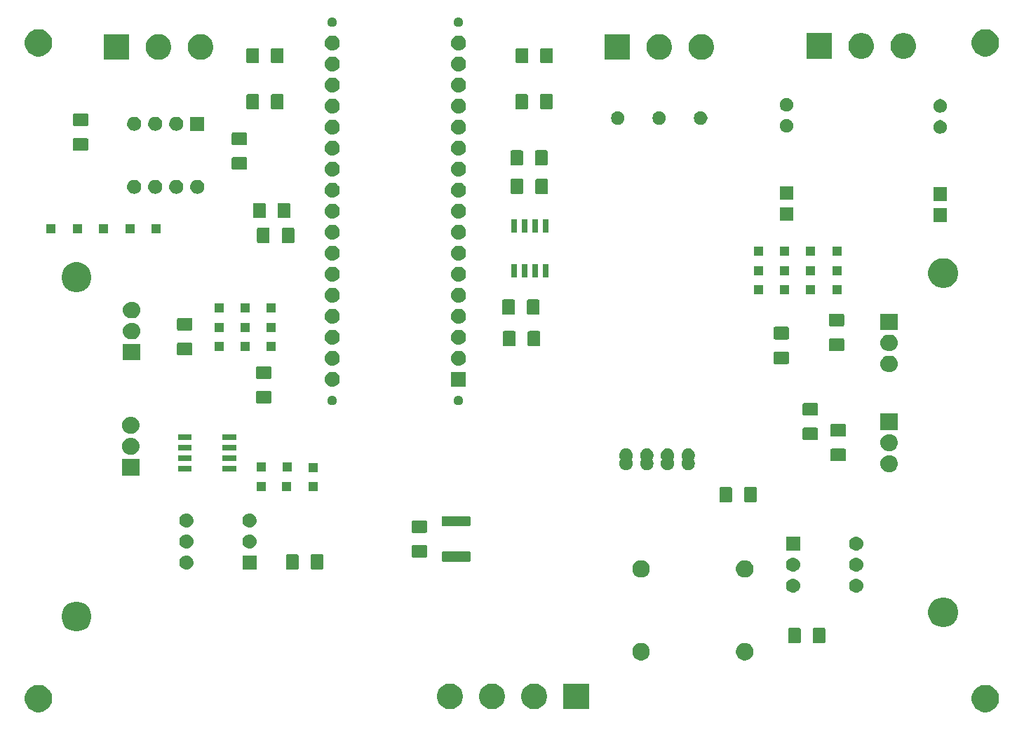
<source format=gbr>
G04 #@! TF.GenerationSoftware,KiCad,Pcbnew,5.0.2+dfsg1-1~bpo9+1*
G04 #@! TF.CreationDate,2019-06-26T12:15:30+03:00*
G04 #@! TF.ProjectId,SmartDimmer,536d6172-7444-4696-9d6d-65722e6b6963,rev?*
G04 #@! TF.SameCoordinates,Original*
G04 #@! TF.FileFunction,Soldermask,Top*
G04 #@! TF.FilePolarity,Negative*
%FSLAX46Y46*%
G04 Gerber Fmt 4.6, Leading zero omitted, Abs format (unit mm)*
G04 Created by KiCad (PCBNEW 5.0.2+dfsg1-1~bpo9+1) date Wed 26 Jun 2019 12:15:30 PM +03*
%MOMM*%
%LPD*%
G01*
G04 APERTURE LIST*
%ADD10C,0.100000*%
G04 APERTURE END LIST*
D10*
G36*
X224845256Y-137895298D02*
X224951579Y-137916447D01*
X225252042Y-138040903D01*
X225518852Y-138219180D01*
X225522454Y-138221587D01*
X225752413Y-138451546D01*
X225752415Y-138451549D01*
X225795030Y-138515326D01*
X225933098Y-138721960D01*
X226057553Y-139022422D01*
X226121000Y-139341389D01*
X226121000Y-139666611D01*
X226057553Y-139985578D01*
X225933098Y-140286040D01*
X225752413Y-140556454D01*
X225522454Y-140786413D01*
X225522451Y-140786415D01*
X225252042Y-140967097D01*
X224951579Y-141091553D01*
X224845256Y-141112702D01*
X224632611Y-141155000D01*
X224307389Y-141155000D01*
X224094744Y-141112702D01*
X223988421Y-141091553D01*
X223687958Y-140967097D01*
X223417549Y-140786415D01*
X223417546Y-140786413D01*
X223187587Y-140556454D01*
X223006902Y-140286040D01*
X222882447Y-139985578D01*
X222819000Y-139666611D01*
X222819000Y-139341389D01*
X222882447Y-139022422D01*
X223006902Y-138721960D01*
X223144971Y-138515326D01*
X223187585Y-138451549D01*
X223187587Y-138451546D01*
X223417546Y-138221587D01*
X223421148Y-138219180D01*
X223687958Y-138040903D01*
X223988421Y-137916447D01*
X224094744Y-137895298D01*
X224307389Y-137853000D01*
X224632611Y-137853000D01*
X224845256Y-137895298D01*
X224845256Y-137895298D01*
G37*
G36*
X110545256Y-137895298D02*
X110651579Y-137916447D01*
X110952042Y-138040903D01*
X111218852Y-138219180D01*
X111222454Y-138221587D01*
X111452413Y-138451546D01*
X111452415Y-138451549D01*
X111495030Y-138515326D01*
X111633098Y-138721960D01*
X111757553Y-139022422D01*
X111821000Y-139341389D01*
X111821000Y-139666611D01*
X111757553Y-139985578D01*
X111633098Y-140286040D01*
X111452413Y-140556454D01*
X111222454Y-140786413D01*
X111222451Y-140786415D01*
X110952042Y-140967097D01*
X110651579Y-141091553D01*
X110545256Y-141112702D01*
X110332611Y-141155000D01*
X110007389Y-141155000D01*
X109794744Y-141112702D01*
X109688421Y-141091553D01*
X109387958Y-140967097D01*
X109117549Y-140786415D01*
X109117546Y-140786413D01*
X108887587Y-140556454D01*
X108706902Y-140286040D01*
X108582447Y-139985578D01*
X108519000Y-139666611D01*
X108519000Y-139341389D01*
X108582447Y-139022422D01*
X108706902Y-138721960D01*
X108844971Y-138515326D01*
X108887585Y-138451549D01*
X108887587Y-138451546D01*
X109117546Y-138221587D01*
X109121148Y-138219180D01*
X109387958Y-138040903D01*
X109688421Y-137916447D01*
X109794744Y-137895298D01*
X110007389Y-137853000D01*
X110332611Y-137853000D01*
X110545256Y-137895298D01*
X110545256Y-137895298D01*
G37*
G36*
X165259527Y-137738736D02*
X165359410Y-137758604D01*
X165641674Y-137875521D01*
X165895705Y-138045259D01*
X166111741Y-138261295D01*
X166281479Y-138515326D01*
X166398396Y-138797590D01*
X166458000Y-139097240D01*
X166458000Y-139402760D01*
X166398396Y-139702410D01*
X166281479Y-139984674D01*
X166111741Y-140238705D01*
X165895705Y-140454741D01*
X165641674Y-140624479D01*
X165359410Y-140741396D01*
X165259527Y-140761264D01*
X165059762Y-140801000D01*
X164754238Y-140801000D01*
X164554473Y-140761264D01*
X164454590Y-140741396D01*
X164172326Y-140624479D01*
X163918295Y-140454741D01*
X163702259Y-140238705D01*
X163532521Y-139984674D01*
X163415604Y-139702410D01*
X163356000Y-139402760D01*
X163356000Y-139097240D01*
X163415604Y-138797590D01*
X163532521Y-138515326D01*
X163702259Y-138261295D01*
X163918295Y-138045259D01*
X164172326Y-137875521D01*
X164454590Y-137758604D01*
X164554473Y-137738736D01*
X164754238Y-137699000D01*
X165059762Y-137699000D01*
X165259527Y-137738736D01*
X165259527Y-137738736D01*
G37*
G36*
X170339527Y-137738736D02*
X170439410Y-137758604D01*
X170721674Y-137875521D01*
X170975705Y-138045259D01*
X171191741Y-138261295D01*
X171361479Y-138515326D01*
X171478396Y-138797590D01*
X171538000Y-139097240D01*
X171538000Y-139402760D01*
X171478396Y-139702410D01*
X171361479Y-139984674D01*
X171191741Y-140238705D01*
X170975705Y-140454741D01*
X170721674Y-140624479D01*
X170439410Y-140741396D01*
X170339527Y-140761264D01*
X170139762Y-140801000D01*
X169834238Y-140801000D01*
X169634473Y-140761264D01*
X169534590Y-140741396D01*
X169252326Y-140624479D01*
X168998295Y-140454741D01*
X168782259Y-140238705D01*
X168612521Y-139984674D01*
X168495604Y-139702410D01*
X168436000Y-139402760D01*
X168436000Y-139097240D01*
X168495604Y-138797590D01*
X168612521Y-138515326D01*
X168782259Y-138261295D01*
X168998295Y-138045259D01*
X169252326Y-137875521D01*
X169534590Y-137758604D01*
X169634473Y-137738736D01*
X169834238Y-137699000D01*
X170139762Y-137699000D01*
X170339527Y-137738736D01*
X170339527Y-137738736D01*
G37*
G36*
X160179527Y-137738736D02*
X160279410Y-137758604D01*
X160561674Y-137875521D01*
X160815705Y-138045259D01*
X161031741Y-138261295D01*
X161201479Y-138515326D01*
X161318396Y-138797590D01*
X161378000Y-139097240D01*
X161378000Y-139402760D01*
X161318396Y-139702410D01*
X161201479Y-139984674D01*
X161031741Y-140238705D01*
X160815705Y-140454741D01*
X160561674Y-140624479D01*
X160279410Y-140741396D01*
X160179527Y-140761264D01*
X159979762Y-140801000D01*
X159674238Y-140801000D01*
X159474473Y-140761264D01*
X159374590Y-140741396D01*
X159092326Y-140624479D01*
X158838295Y-140454741D01*
X158622259Y-140238705D01*
X158452521Y-139984674D01*
X158335604Y-139702410D01*
X158276000Y-139402760D01*
X158276000Y-139097240D01*
X158335604Y-138797590D01*
X158452521Y-138515326D01*
X158622259Y-138261295D01*
X158838295Y-138045259D01*
X159092326Y-137875521D01*
X159374590Y-137758604D01*
X159474473Y-137738736D01*
X159674238Y-137699000D01*
X159979762Y-137699000D01*
X160179527Y-137738736D01*
X160179527Y-137738736D01*
G37*
G36*
X176618000Y-140801000D02*
X173516000Y-140801000D01*
X173516000Y-137699000D01*
X176618000Y-137699000D01*
X176618000Y-140801000D01*
X176618000Y-140801000D01*
G37*
G36*
X195720565Y-132825389D02*
X195911834Y-132904615D01*
X196083976Y-133019637D01*
X196230363Y-133166024D01*
X196345385Y-133338166D01*
X196424611Y-133529435D01*
X196465000Y-133732484D01*
X196465000Y-133939516D01*
X196424611Y-134142565D01*
X196345385Y-134333834D01*
X196230363Y-134505976D01*
X196083976Y-134652363D01*
X195911834Y-134767385D01*
X195720565Y-134846611D01*
X195517516Y-134887000D01*
X195310484Y-134887000D01*
X195107435Y-134846611D01*
X194916166Y-134767385D01*
X194744024Y-134652363D01*
X194597637Y-134505976D01*
X194482615Y-134333834D01*
X194403389Y-134142565D01*
X194363000Y-133939516D01*
X194363000Y-133732484D01*
X194403389Y-133529435D01*
X194482615Y-133338166D01*
X194597637Y-133166024D01*
X194744024Y-133019637D01*
X194916166Y-132904615D01*
X195107435Y-132825389D01*
X195310484Y-132785000D01*
X195517516Y-132785000D01*
X195720565Y-132825389D01*
X195720565Y-132825389D01*
G37*
G36*
X183220565Y-132825389D02*
X183411834Y-132904615D01*
X183583976Y-133019637D01*
X183730363Y-133166024D01*
X183845385Y-133338166D01*
X183924611Y-133529435D01*
X183965000Y-133732484D01*
X183965000Y-133939516D01*
X183924611Y-134142565D01*
X183845385Y-134333834D01*
X183730363Y-134505976D01*
X183583976Y-134652363D01*
X183411834Y-134767385D01*
X183220565Y-134846611D01*
X183017516Y-134887000D01*
X182810484Y-134887000D01*
X182607435Y-134846611D01*
X182416166Y-134767385D01*
X182244024Y-134652363D01*
X182097637Y-134505976D01*
X181982615Y-134333834D01*
X181903389Y-134142565D01*
X181863000Y-133939516D01*
X181863000Y-133732484D01*
X181903389Y-133529435D01*
X181982615Y-133338166D01*
X182097637Y-133166024D01*
X182244024Y-133019637D01*
X182416166Y-132904615D01*
X182607435Y-132825389D01*
X182810484Y-132785000D01*
X183017516Y-132785000D01*
X183220565Y-132825389D01*
X183220565Y-132825389D01*
G37*
G36*
X202042062Y-130962181D02*
X202076977Y-130972773D01*
X202109165Y-130989978D01*
X202137373Y-131013127D01*
X202160522Y-131041335D01*
X202177727Y-131073523D01*
X202188319Y-131108438D01*
X202192500Y-131150895D01*
X202192500Y-132617105D01*
X202188319Y-132659562D01*
X202177727Y-132694477D01*
X202160522Y-132726665D01*
X202137373Y-132754873D01*
X202109165Y-132778022D01*
X202076977Y-132795227D01*
X202042062Y-132805819D01*
X201999605Y-132810000D01*
X200858395Y-132810000D01*
X200815938Y-132805819D01*
X200781023Y-132795227D01*
X200748835Y-132778022D01*
X200720627Y-132754873D01*
X200697478Y-132726665D01*
X200680273Y-132694477D01*
X200669681Y-132659562D01*
X200665500Y-132617105D01*
X200665500Y-131150895D01*
X200669681Y-131108438D01*
X200680273Y-131073523D01*
X200697478Y-131041335D01*
X200720627Y-131013127D01*
X200748835Y-130989978D01*
X200781023Y-130972773D01*
X200815938Y-130962181D01*
X200858395Y-130958000D01*
X201999605Y-130958000D01*
X202042062Y-130962181D01*
X202042062Y-130962181D01*
G37*
G36*
X205017062Y-130962181D02*
X205051977Y-130972773D01*
X205084165Y-130989978D01*
X205112373Y-131013127D01*
X205135522Y-131041335D01*
X205152727Y-131073523D01*
X205163319Y-131108438D01*
X205167500Y-131150895D01*
X205167500Y-132617105D01*
X205163319Y-132659562D01*
X205152727Y-132694477D01*
X205135522Y-132726665D01*
X205112373Y-132754873D01*
X205084165Y-132778022D01*
X205051977Y-132795227D01*
X205017062Y-132805819D01*
X204974605Y-132810000D01*
X203833395Y-132810000D01*
X203790938Y-132805819D01*
X203756023Y-132795227D01*
X203723835Y-132778022D01*
X203695627Y-132754873D01*
X203672478Y-132726665D01*
X203655273Y-132694477D01*
X203644681Y-132659562D01*
X203640500Y-132617105D01*
X203640500Y-131150895D01*
X203644681Y-131108438D01*
X203655273Y-131073523D01*
X203672478Y-131041335D01*
X203695627Y-131013127D01*
X203723835Y-130989978D01*
X203756023Y-130972773D01*
X203790938Y-130962181D01*
X203833395Y-130958000D01*
X204974605Y-130958000D01*
X205017062Y-130962181D01*
X205017062Y-130962181D01*
G37*
G36*
X115281331Y-127858479D02*
X115609092Y-127994242D01*
X115904073Y-128191342D01*
X116154926Y-128442195D01*
X116352026Y-128737176D01*
X116487789Y-129064937D01*
X116557000Y-129412884D01*
X116557000Y-129767652D01*
X116487789Y-130115599D01*
X116352026Y-130443360D01*
X116154926Y-130738341D01*
X115904073Y-130989194D01*
X115609092Y-131186294D01*
X115281331Y-131322057D01*
X114933384Y-131391268D01*
X114578616Y-131391268D01*
X114230669Y-131322057D01*
X113902908Y-131186294D01*
X113607927Y-130989194D01*
X113357074Y-130738341D01*
X113159974Y-130443360D01*
X113024211Y-130115599D01*
X112955000Y-129767652D01*
X112955000Y-129412884D01*
X113024211Y-129064937D01*
X113159974Y-128737176D01*
X113357074Y-128442195D01*
X113607927Y-128191342D01*
X113902908Y-127994242D01*
X114230669Y-127858479D01*
X114578616Y-127789268D01*
X114933384Y-127789268D01*
X115281331Y-127858479D01*
X115281331Y-127858479D01*
G37*
G36*
X219906331Y-127353211D02*
X220234092Y-127488974D01*
X220529073Y-127686074D01*
X220779926Y-127936927D01*
X220977026Y-128231908D01*
X221112789Y-128559669D01*
X221182000Y-128907616D01*
X221182000Y-129262384D01*
X221112789Y-129610331D01*
X220977026Y-129938092D01*
X220779926Y-130233073D01*
X220529073Y-130483926D01*
X220234092Y-130681026D01*
X219906331Y-130816789D01*
X219558384Y-130886000D01*
X219203616Y-130886000D01*
X218855669Y-130816789D01*
X218527908Y-130681026D01*
X218232927Y-130483926D01*
X217982074Y-130233073D01*
X217784974Y-129938092D01*
X217649211Y-129610331D01*
X217580000Y-129262384D01*
X217580000Y-128907616D01*
X217649211Y-128559669D01*
X217784974Y-128231908D01*
X217982074Y-127936927D01*
X218232927Y-127686074D01*
X218527908Y-127488974D01*
X218855669Y-127353211D01*
X219203616Y-127284000D01*
X219558384Y-127284000D01*
X219906331Y-127353211D01*
X219906331Y-127353211D01*
G37*
G36*
X209037621Y-125030713D02*
X209037624Y-125030714D01*
X209037625Y-125030714D01*
X209198039Y-125079375D01*
X209198041Y-125079376D01*
X209198044Y-125079377D01*
X209345878Y-125158395D01*
X209475459Y-125264741D01*
X209581805Y-125394322D01*
X209660823Y-125542156D01*
X209709487Y-125702579D01*
X209725917Y-125869400D01*
X209709487Y-126036221D01*
X209660823Y-126196644D01*
X209581805Y-126344478D01*
X209475459Y-126474059D01*
X209345878Y-126580405D01*
X209198044Y-126659423D01*
X209198041Y-126659424D01*
X209198039Y-126659425D01*
X209037625Y-126708086D01*
X209037624Y-126708086D01*
X209037621Y-126708087D01*
X208912604Y-126720400D01*
X208828996Y-126720400D01*
X208703979Y-126708087D01*
X208703976Y-126708086D01*
X208703975Y-126708086D01*
X208543561Y-126659425D01*
X208543559Y-126659424D01*
X208543556Y-126659423D01*
X208395722Y-126580405D01*
X208266141Y-126474059D01*
X208159795Y-126344478D01*
X208080777Y-126196644D01*
X208032113Y-126036221D01*
X208015683Y-125869400D01*
X208032113Y-125702579D01*
X208080777Y-125542156D01*
X208159795Y-125394322D01*
X208266141Y-125264741D01*
X208395722Y-125158395D01*
X208543556Y-125079377D01*
X208543559Y-125079376D01*
X208543561Y-125079375D01*
X208703975Y-125030714D01*
X208703976Y-125030714D01*
X208703979Y-125030713D01*
X208828996Y-125018400D01*
X208912604Y-125018400D01*
X209037621Y-125030713D01*
X209037621Y-125030713D01*
G37*
G36*
X201417621Y-125030713D02*
X201417624Y-125030714D01*
X201417625Y-125030714D01*
X201578039Y-125079375D01*
X201578041Y-125079376D01*
X201578044Y-125079377D01*
X201725878Y-125158395D01*
X201855459Y-125264741D01*
X201961805Y-125394322D01*
X202040823Y-125542156D01*
X202089487Y-125702579D01*
X202105917Y-125869400D01*
X202089487Y-126036221D01*
X202040823Y-126196644D01*
X201961805Y-126344478D01*
X201855459Y-126474059D01*
X201725878Y-126580405D01*
X201578044Y-126659423D01*
X201578041Y-126659424D01*
X201578039Y-126659425D01*
X201417625Y-126708086D01*
X201417624Y-126708086D01*
X201417621Y-126708087D01*
X201292604Y-126720400D01*
X201208996Y-126720400D01*
X201083979Y-126708087D01*
X201083976Y-126708086D01*
X201083975Y-126708086D01*
X200923561Y-126659425D01*
X200923559Y-126659424D01*
X200923556Y-126659423D01*
X200775722Y-126580405D01*
X200646141Y-126474059D01*
X200539795Y-126344478D01*
X200460777Y-126196644D01*
X200412113Y-126036221D01*
X200395683Y-125869400D01*
X200412113Y-125702579D01*
X200460777Y-125542156D01*
X200539795Y-125394322D01*
X200646141Y-125264741D01*
X200775722Y-125158395D01*
X200923556Y-125079377D01*
X200923559Y-125079376D01*
X200923561Y-125079375D01*
X201083975Y-125030714D01*
X201083976Y-125030714D01*
X201083979Y-125030713D01*
X201208996Y-125018400D01*
X201292604Y-125018400D01*
X201417621Y-125030713D01*
X201417621Y-125030713D01*
G37*
G36*
X183220565Y-122825389D02*
X183411834Y-122904615D01*
X183583976Y-123019637D01*
X183730363Y-123166024D01*
X183845385Y-123338166D01*
X183924611Y-123529435D01*
X183965000Y-123732484D01*
X183965000Y-123939516D01*
X183924611Y-124142565D01*
X183845385Y-124333834D01*
X183730363Y-124505976D01*
X183583976Y-124652363D01*
X183411834Y-124767385D01*
X183220565Y-124846611D01*
X183017516Y-124887000D01*
X182810484Y-124887000D01*
X182607435Y-124846611D01*
X182416166Y-124767385D01*
X182244024Y-124652363D01*
X182097637Y-124505976D01*
X181982615Y-124333834D01*
X181903389Y-124142565D01*
X181863000Y-123939516D01*
X181863000Y-123732484D01*
X181903389Y-123529435D01*
X181982615Y-123338166D01*
X182097637Y-123166024D01*
X182244024Y-123019637D01*
X182416166Y-122904615D01*
X182607435Y-122825389D01*
X182810484Y-122785000D01*
X183017516Y-122785000D01*
X183220565Y-122825389D01*
X183220565Y-122825389D01*
G37*
G36*
X195720565Y-122825389D02*
X195911834Y-122904615D01*
X196083976Y-123019637D01*
X196230363Y-123166024D01*
X196345385Y-123338166D01*
X196424611Y-123529435D01*
X196465000Y-123732484D01*
X196465000Y-123939516D01*
X196424611Y-124142565D01*
X196345385Y-124333834D01*
X196230363Y-124505976D01*
X196083976Y-124652363D01*
X195911834Y-124767385D01*
X195720565Y-124846611D01*
X195517516Y-124887000D01*
X195310484Y-124887000D01*
X195107435Y-124846611D01*
X194916166Y-124767385D01*
X194744024Y-124652363D01*
X194597637Y-124505976D01*
X194482615Y-124333834D01*
X194403389Y-124142565D01*
X194363000Y-123939516D01*
X194363000Y-123732484D01*
X194403389Y-123529435D01*
X194482615Y-123338166D01*
X194597637Y-123166024D01*
X194744024Y-123019637D01*
X194916166Y-122904615D01*
X195107435Y-122825389D01*
X195310484Y-122785000D01*
X195517516Y-122785000D01*
X195720565Y-122825389D01*
X195720565Y-122825389D01*
G37*
G36*
X201417621Y-122490713D02*
X201417624Y-122490714D01*
X201417625Y-122490714D01*
X201578039Y-122539375D01*
X201578041Y-122539376D01*
X201578044Y-122539377D01*
X201725878Y-122618395D01*
X201855459Y-122724741D01*
X201961805Y-122854322D01*
X202040823Y-123002156D01*
X202040824Y-123002159D01*
X202040825Y-123002161D01*
X202046126Y-123019637D01*
X202089487Y-123162579D01*
X202105917Y-123329400D01*
X202089487Y-123496221D01*
X202040823Y-123656644D01*
X201961805Y-123804478D01*
X201855459Y-123934059D01*
X201725878Y-124040405D01*
X201578044Y-124119423D01*
X201578041Y-124119424D01*
X201578039Y-124119425D01*
X201417625Y-124168086D01*
X201417624Y-124168086D01*
X201417621Y-124168087D01*
X201292604Y-124180400D01*
X201208996Y-124180400D01*
X201083979Y-124168087D01*
X201083976Y-124168086D01*
X201083975Y-124168086D01*
X200923561Y-124119425D01*
X200923559Y-124119424D01*
X200923556Y-124119423D01*
X200775722Y-124040405D01*
X200646141Y-123934059D01*
X200539795Y-123804478D01*
X200460777Y-123656644D01*
X200412113Y-123496221D01*
X200395683Y-123329400D01*
X200412113Y-123162579D01*
X200455474Y-123019637D01*
X200460775Y-123002161D01*
X200460776Y-123002159D01*
X200460777Y-123002156D01*
X200539795Y-122854322D01*
X200646141Y-122724741D01*
X200775722Y-122618395D01*
X200923556Y-122539377D01*
X200923559Y-122539376D01*
X200923561Y-122539375D01*
X201083975Y-122490714D01*
X201083976Y-122490714D01*
X201083979Y-122490713D01*
X201208996Y-122478400D01*
X201292604Y-122478400D01*
X201417621Y-122490713D01*
X201417621Y-122490713D01*
G37*
G36*
X209037621Y-122490713D02*
X209037624Y-122490714D01*
X209037625Y-122490714D01*
X209198039Y-122539375D01*
X209198041Y-122539376D01*
X209198044Y-122539377D01*
X209345878Y-122618395D01*
X209475459Y-122724741D01*
X209581805Y-122854322D01*
X209660823Y-123002156D01*
X209660824Y-123002159D01*
X209660825Y-123002161D01*
X209666126Y-123019637D01*
X209709487Y-123162579D01*
X209725917Y-123329400D01*
X209709487Y-123496221D01*
X209660823Y-123656644D01*
X209581805Y-123804478D01*
X209475459Y-123934059D01*
X209345878Y-124040405D01*
X209198044Y-124119423D01*
X209198041Y-124119424D01*
X209198039Y-124119425D01*
X209037625Y-124168086D01*
X209037624Y-124168086D01*
X209037621Y-124168087D01*
X208912604Y-124180400D01*
X208828996Y-124180400D01*
X208703979Y-124168087D01*
X208703976Y-124168086D01*
X208703975Y-124168086D01*
X208543561Y-124119425D01*
X208543559Y-124119424D01*
X208543556Y-124119423D01*
X208395722Y-124040405D01*
X208266141Y-123934059D01*
X208159795Y-123804478D01*
X208080777Y-123656644D01*
X208032113Y-123496221D01*
X208015683Y-123329400D01*
X208032113Y-123162579D01*
X208075474Y-123019637D01*
X208080775Y-123002161D01*
X208080776Y-123002159D01*
X208080777Y-123002156D01*
X208159795Y-122854322D01*
X208266141Y-122724741D01*
X208395722Y-122618395D01*
X208543556Y-122539377D01*
X208543559Y-122539376D01*
X208543561Y-122539375D01*
X208703975Y-122490714D01*
X208703976Y-122490714D01*
X208703979Y-122490713D01*
X208828996Y-122478400D01*
X208912604Y-122478400D01*
X209037621Y-122490713D01*
X209037621Y-122490713D01*
G37*
G36*
X141426562Y-122072181D02*
X141461477Y-122082773D01*
X141493665Y-122099978D01*
X141521873Y-122123127D01*
X141545022Y-122151335D01*
X141562227Y-122183523D01*
X141572819Y-122218438D01*
X141577000Y-122260895D01*
X141577000Y-123727105D01*
X141572819Y-123769562D01*
X141562227Y-123804477D01*
X141545022Y-123836665D01*
X141521873Y-123864873D01*
X141493665Y-123888022D01*
X141461477Y-123905227D01*
X141426562Y-123915819D01*
X141384105Y-123920000D01*
X140242895Y-123920000D01*
X140200438Y-123915819D01*
X140165523Y-123905227D01*
X140133335Y-123888022D01*
X140105127Y-123864873D01*
X140081978Y-123836665D01*
X140064773Y-123804477D01*
X140054181Y-123769562D01*
X140050000Y-123727105D01*
X140050000Y-122260895D01*
X140054181Y-122218438D01*
X140064773Y-122183523D01*
X140081978Y-122151335D01*
X140105127Y-122123127D01*
X140133335Y-122099978D01*
X140165523Y-122082773D01*
X140200438Y-122072181D01*
X140242895Y-122068000D01*
X141384105Y-122068000D01*
X141426562Y-122072181D01*
X141426562Y-122072181D01*
G37*
G36*
X144401562Y-122072181D02*
X144436477Y-122082773D01*
X144468665Y-122099978D01*
X144496873Y-122123127D01*
X144520022Y-122151335D01*
X144537227Y-122183523D01*
X144547819Y-122218438D01*
X144552000Y-122260895D01*
X144552000Y-123727105D01*
X144547819Y-123769562D01*
X144537227Y-123804477D01*
X144520022Y-123836665D01*
X144496873Y-123864873D01*
X144468665Y-123888022D01*
X144436477Y-123905227D01*
X144401562Y-123915819D01*
X144359105Y-123920000D01*
X143217895Y-123920000D01*
X143175438Y-123915819D01*
X143140523Y-123905227D01*
X143108335Y-123888022D01*
X143080127Y-123864873D01*
X143056978Y-123836665D01*
X143039773Y-123804477D01*
X143029181Y-123769562D01*
X143025000Y-123727105D01*
X143025000Y-122260895D01*
X143029181Y-122218438D01*
X143039773Y-122183523D01*
X143056978Y-122151335D01*
X143080127Y-122123127D01*
X143108335Y-122099978D01*
X143140523Y-122082773D01*
X143175438Y-122072181D01*
X143217895Y-122068000D01*
X144359105Y-122068000D01*
X144401562Y-122072181D01*
X144401562Y-122072181D01*
G37*
G36*
X128191021Y-122222513D02*
X128191024Y-122222514D01*
X128191025Y-122222514D01*
X128351439Y-122271175D01*
X128351441Y-122271176D01*
X128351444Y-122271177D01*
X128499278Y-122350195D01*
X128628859Y-122456541D01*
X128735205Y-122586122D01*
X128814223Y-122733956D01*
X128814224Y-122733959D01*
X128814225Y-122733961D01*
X128843303Y-122829819D01*
X128862887Y-122894379D01*
X128879317Y-123061200D01*
X128862887Y-123228021D01*
X128814223Y-123388444D01*
X128735205Y-123536278D01*
X128628859Y-123665859D01*
X128499278Y-123772205D01*
X128351444Y-123851223D01*
X128351441Y-123851224D01*
X128351439Y-123851225D01*
X128191025Y-123899886D01*
X128191024Y-123899886D01*
X128191021Y-123899887D01*
X128066004Y-123912200D01*
X127982396Y-123912200D01*
X127857379Y-123899887D01*
X127857376Y-123899886D01*
X127857375Y-123899886D01*
X127696961Y-123851225D01*
X127696959Y-123851224D01*
X127696956Y-123851223D01*
X127549122Y-123772205D01*
X127419541Y-123665859D01*
X127313195Y-123536278D01*
X127234177Y-123388444D01*
X127185513Y-123228021D01*
X127169083Y-123061200D01*
X127185513Y-122894379D01*
X127205097Y-122829819D01*
X127234175Y-122733961D01*
X127234176Y-122733959D01*
X127234177Y-122733956D01*
X127313195Y-122586122D01*
X127419541Y-122456541D01*
X127549122Y-122350195D01*
X127696956Y-122271177D01*
X127696959Y-122271176D01*
X127696961Y-122271175D01*
X127857375Y-122222514D01*
X127857376Y-122222514D01*
X127857379Y-122222513D01*
X127982396Y-122210200D01*
X128066004Y-122210200D01*
X128191021Y-122222513D01*
X128191021Y-122222513D01*
G37*
G36*
X136495200Y-123912200D02*
X134793200Y-123912200D01*
X134793200Y-122210200D01*
X136495200Y-122210200D01*
X136495200Y-123912200D01*
X136495200Y-123912200D01*
G37*
G36*
X162176308Y-121728498D02*
X162214317Y-121740028D01*
X162249348Y-121758753D01*
X162280050Y-121783950D01*
X162305247Y-121814652D01*
X162323972Y-121849683D01*
X162335502Y-121887692D01*
X162340000Y-121933362D01*
X162340000Y-122741638D01*
X162335502Y-122787308D01*
X162323972Y-122825317D01*
X162305247Y-122860348D01*
X162280050Y-122891050D01*
X162249348Y-122916247D01*
X162214317Y-122934972D01*
X162176308Y-122946502D01*
X162130638Y-122951000D01*
X159047362Y-122951000D01*
X159001692Y-122946502D01*
X158963683Y-122934972D01*
X158928652Y-122916247D01*
X158897950Y-122891050D01*
X158872753Y-122860348D01*
X158854028Y-122825317D01*
X158842498Y-122787308D01*
X158838000Y-122741638D01*
X158838000Y-121933362D01*
X158842498Y-121887692D01*
X158854028Y-121849683D01*
X158872753Y-121814652D01*
X158897950Y-121783950D01*
X158928652Y-121758753D01*
X158963683Y-121740028D01*
X159001692Y-121728498D01*
X159047362Y-121724000D01*
X162130638Y-121724000D01*
X162176308Y-121728498D01*
X162176308Y-121728498D01*
G37*
G36*
X156922062Y-120933681D02*
X156956977Y-120944273D01*
X156989165Y-120961478D01*
X157017373Y-120984627D01*
X157040522Y-121012835D01*
X157057727Y-121045023D01*
X157068319Y-121079938D01*
X157072500Y-121122395D01*
X157072500Y-122263605D01*
X157068319Y-122306062D01*
X157057727Y-122340977D01*
X157040522Y-122373165D01*
X157017373Y-122401373D01*
X156989165Y-122424522D01*
X156956977Y-122441727D01*
X156922062Y-122452319D01*
X156879605Y-122456500D01*
X155413395Y-122456500D01*
X155370938Y-122452319D01*
X155336023Y-122441727D01*
X155303835Y-122424522D01*
X155275627Y-122401373D01*
X155252478Y-122373165D01*
X155235273Y-122340977D01*
X155224681Y-122306062D01*
X155220500Y-122263605D01*
X155220500Y-121122395D01*
X155224681Y-121079938D01*
X155235273Y-121045023D01*
X155252478Y-121012835D01*
X155275627Y-120984627D01*
X155303835Y-120961478D01*
X155336023Y-120944273D01*
X155370938Y-120933681D01*
X155413395Y-120929500D01*
X156879605Y-120929500D01*
X156922062Y-120933681D01*
X156922062Y-120933681D01*
G37*
G36*
X209037621Y-119950713D02*
X209037624Y-119950714D01*
X209037625Y-119950714D01*
X209198039Y-119999375D01*
X209198041Y-119999376D01*
X209198044Y-119999377D01*
X209345878Y-120078395D01*
X209475459Y-120184741D01*
X209581805Y-120314322D01*
X209660823Y-120462156D01*
X209709487Y-120622579D01*
X209725917Y-120789400D01*
X209709487Y-120956221D01*
X209709486Y-120956224D01*
X209709486Y-120956225D01*
X209667427Y-121094876D01*
X209660823Y-121116644D01*
X209581805Y-121264478D01*
X209475459Y-121394059D01*
X209345878Y-121500405D01*
X209198044Y-121579423D01*
X209198041Y-121579424D01*
X209198039Y-121579425D01*
X209037625Y-121628086D01*
X209037624Y-121628086D01*
X209037621Y-121628087D01*
X208912604Y-121640400D01*
X208828996Y-121640400D01*
X208703979Y-121628087D01*
X208703976Y-121628086D01*
X208703975Y-121628086D01*
X208543561Y-121579425D01*
X208543559Y-121579424D01*
X208543556Y-121579423D01*
X208395722Y-121500405D01*
X208266141Y-121394059D01*
X208159795Y-121264478D01*
X208080777Y-121116644D01*
X208074174Y-121094876D01*
X208032114Y-120956225D01*
X208032114Y-120956224D01*
X208032113Y-120956221D01*
X208015683Y-120789400D01*
X208032113Y-120622579D01*
X208080777Y-120462156D01*
X208159795Y-120314322D01*
X208266141Y-120184741D01*
X208395722Y-120078395D01*
X208543556Y-119999377D01*
X208543559Y-119999376D01*
X208543561Y-119999375D01*
X208703975Y-119950714D01*
X208703976Y-119950714D01*
X208703979Y-119950713D01*
X208828996Y-119938400D01*
X208912604Y-119938400D01*
X209037621Y-119950713D01*
X209037621Y-119950713D01*
G37*
G36*
X202101800Y-121640400D02*
X200399800Y-121640400D01*
X200399800Y-119938400D01*
X202101800Y-119938400D01*
X202101800Y-121640400D01*
X202101800Y-121640400D01*
G37*
G36*
X135811021Y-119682513D02*
X135811024Y-119682514D01*
X135811025Y-119682514D01*
X135971439Y-119731175D01*
X135971441Y-119731176D01*
X135971444Y-119731177D01*
X136119278Y-119810195D01*
X136248859Y-119916541D01*
X136355205Y-120046122D01*
X136434223Y-120193956D01*
X136482887Y-120354379D01*
X136499317Y-120521200D01*
X136482887Y-120688021D01*
X136434223Y-120848444D01*
X136355205Y-120996278D01*
X136248859Y-121125859D01*
X136119278Y-121232205D01*
X135971444Y-121311223D01*
X135971441Y-121311224D01*
X135971439Y-121311225D01*
X135811025Y-121359886D01*
X135811024Y-121359886D01*
X135811021Y-121359887D01*
X135686004Y-121372200D01*
X135602396Y-121372200D01*
X135477379Y-121359887D01*
X135477376Y-121359886D01*
X135477375Y-121359886D01*
X135316961Y-121311225D01*
X135316959Y-121311224D01*
X135316956Y-121311223D01*
X135169122Y-121232205D01*
X135039541Y-121125859D01*
X134933195Y-120996278D01*
X134854177Y-120848444D01*
X134805513Y-120688021D01*
X134789083Y-120521200D01*
X134805513Y-120354379D01*
X134854177Y-120193956D01*
X134933195Y-120046122D01*
X135039541Y-119916541D01*
X135169122Y-119810195D01*
X135316956Y-119731177D01*
X135316959Y-119731176D01*
X135316961Y-119731175D01*
X135477375Y-119682514D01*
X135477376Y-119682514D01*
X135477379Y-119682513D01*
X135602396Y-119670200D01*
X135686004Y-119670200D01*
X135811021Y-119682513D01*
X135811021Y-119682513D01*
G37*
G36*
X128191021Y-119682513D02*
X128191024Y-119682514D01*
X128191025Y-119682514D01*
X128351439Y-119731175D01*
X128351441Y-119731176D01*
X128351444Y-119731177D01*
X128499278Y-119810195D01*
X128628859Y-119916541D01*
X128735205Y-120046122D01*
X128814223Y-120193956D01*
X128862887Y-120354379D01*
X128879317Y-120521200D01*
X128862887Y-120688021D01*
X128814223Y-120848444D01*
X128735205Y-120996278D01*
X128628859Y-121125859D01*
X128499278Y-121232205D01*
X128351444Y-121311223D01*
X128351441Y-121311224D01*
X128351439Y-121311225D01*
X128191025Y-121359886D01*
X128191024Y-121359886D01*
X128191021Y-121359887D01*
X128066004Y-121372200D01*
X127982396Y-121372200D01*
X127857379Y-121359887D01*
X127857376Y-121359886D01*
X127857375Y-121359886D01*
X127696961Y-121311225D01*
X127696959Y-121311224D01*
X127696956Y-121311223D01*
X127549122Y-121232205D01*
X127419541Y-121125859D01*
X127313195Y-120996278D01*
X127234177Y-120848444D01*
X127185513Y-120688021D01*
X127169083Y-120521200D01*
X127185513Y-120354379D01*
X127234177Y-120193956D01*
X127313195Y-120046122D01*
X127419541Y-119916541D01*
X127549122Y-119810195D01*
X127696956Y-119731177D01*
X127696959Y-119731176D01*
X127696961Y-119731175D01*
X127857375Y-119682514D01*
X127857376Y-119682514D01*
X127857379Y-119682513D01*
X127982396Y-119670200D01*
X128066004Y-119670200D01*
X128191021Y-119682513D01*
X128191021Y-119682513D01*
G37*
G36*
X156922062Y-117958681D02*
X156956977Y-117969273D01*
X156989165Y-117986478D01*
X157017373Y-118009627D01*
X157040522Y-118037835D01*
X157057727Y-118070023D01*
X157068319Y-118104938D01*
X157072500Y-118147395D01*
X157072500Y-119288605D01*
X157068319Y-119331062D01*
X157057727Y-119365977D01*
X157040522Y-119398165D01*
X157017373Y-119426373D01*
X156989165Y-119449522D01*
X156956977Y-119466727D01*
X156922062Y-119477319D01*
X156879605Y-119481500D01*
X155413395Y-119481500D01*
X155370938Y-119477319D01*
X155336023Y-119466727D01*
X155303835Y-119449522D01*
X155275627Y-119426373D01*
X155252478Y-119398165D01*
X155235273Y-119365977D01*
X155224681Y-119331062D01*
X155220500Y-119288605D01*
X155220500Y-118147395D01*
X155224681Y-118104938D01*
X155235273Y-118070023D01*
X155252478Y-118037835D01*
X155275627Y-118009627D01*
X155303835Y-117986478D01*
X155336023Y-117969273D01*
X155370938Y-117958681D01*
X155413395Y-117954500D01*
X156879605Y-117954500D01*
X156922062Y-117958681D01*
X156922062Y-117958681D01*
G37*
G36*
X128191021Y-117142513D02*
X128191024Y-117142514D01*
X128191025Y-117142514D01*
X128351439Y-117191175D01*
X128351441Y-117191176D01*
X128351444Y-117191177D01*
X128499278Y-117270195D01*
X128628859Y-117376541D01*
X128735205Y-117506122D01*
X128814223Y-117653956D01*
X128814224Y-117653959D01*
X128814225Y-117653961D01*
X128834763Y-117721666D01*
X128862887Y-117814379D01*
X128879317Y-117981200D01*
X128862887Y-118148021D01*
X128814223Y-118308444D01*
X128735205Y-118456278D01*
X128628859Y-118585859D01*
X128499278Y-118692205D01*
X128351444Y-118771223D01*
X128351441Y-118771224D01*
X128351439Y-118771225D01*
X128191025Y-118819886D01*
X128191024Y-118819886D01*
X128191021Y-118819887D01*
X128066004Y-118832200D01*
X127982396Y-118832200D01*
X127857379Y-118819887D01*
X127857376Y-118819886D01*
X127857375Y-118819886D01*
X127696961Y-118771225D01*
X127696959Y-118771224D01*
X127696956Y-118771223D01*
X127549122Y-118692205D01*
X127419541Y-118585859D01*
X127313195Y-118456278D01*
X127234177Y-118308444D01*
X127185513Y-118148021D01*
X127169083Y-117981200D01*
X127185513Y-117814379D01*
X127213637Y-117721666D01*
X127234175Y-117653961D01*
X127234176Y-117653959D01*
X127234177Y-117653956D01*
X127313195Y-117506122D01*
X127419541Y-117376541D01*
X127549122Y-117270195D01*
X127696956Y-117191177D01*
X127696959Y-117191176D01*
X127696961Y-117191175D01*
X127857375Y-117142514D01*
X127857376Y-117142514D01*
X127857379Y-117142513D01*
X127982396Y-117130200D01*
X128066004Y-117130200D01*
X128191021Y-117142513D01*
X128191021Y-117142513D01*
G37*
G36*
X135811021Y-117142513D02*
X135811024Y-117142514D01*
X135811025Y-117142514D01*
X135971439Y-117191175D01*
X135971441Y-117191176D01*
X135971444Y-117191177D01*
X136119278Y-117270195D01*
X136248859Y-117376541D01*
X136355205Y-117506122D01*
X136434223Y-117653956D01*
X136434224Y-117653959D01*
X136434225Y-117653961D01*
X136454763Y-117721666D01*
X136482887Y-117814379D01*
X136499317Y-117981200D01*
X136482887Y-118148021D01*
X136434223Y-118308444D01*
X136355205Y-118456278D01*
X136248859Y-118585859D01*
X136119278Y-118692205D01*
X135971444Y-118771223D01*
X135971441Y-118771224D01*
X135971439Y-118771225D01*
X135811025Y-118819886D01*
X135811024Y-118819886D01*
X135811021Y-118819887D01*
X135686004Y-118832200D01*
X135602396Y-118832200D01*
X135477379Y-118819887D01*
X135477376Y-118819886D01*
X135477375Y-118819886D01*
X135316961Y-118771225D01*
X135316959Y-118771224D01*
X135316956Y-118771223D01*
X135169122Y-118692205D01*
X135039541Y-118585859D01*
X134933195Y-118456278D01*
X134854177Y-118308444D01*
X134805513Y-118148021D01*
X134789083Y-117981200D01*
X134805513Y-117814379D01*
X134833637Y-117721666D01*
X134854175Y-117653961D01*
X134854176Y-117653959D01*
X134854177Y-117653956D01*
X134933195Y-117506122D01*
X135039541Y-117376541D01*
X135169122Y-117270195D01*
X135316956Y-117191177D01*
X135316959Y-117191176D01*
X135316961Y-117191175D01*
X135477375Y-117142514D01*
X135477376Y-117142514D01*
X135477379Y-117142513D01*
X135602396Y-117130200D01*
X135686004Y-117130200D01*
X135811021Y-117142513D01*
X135811021Y-117142513D01*
G37*
G36*
X162176308Y-117453498D02*
X162214317Y-117465028D01*
X162249348Y-117483753D01*
X162280050Y-117508950D01*
X162305247Y-117539652D01*
X162323972Y-117574683D01*
X162335502Y-117612692D01*
X162340000Y-117658362D01*
X162340000Y-118466638D01*
X162335502Y-118512308D01*
X162323972Y-118550317D01*
X162305247Y-118585348D01*
X162280050Y-118616050D01*
X162249348Y-118641247D01*
X162214317Y-118659972D01*
X162176308Y-118671502D01*
X162130638Y-118676000D01*
X159047362Y-118676000D01*
X159001692Y-118671502D01*
X158963683Y-118659972D01*
X158928652Y-118641247D01*
X158897950Y-118616050D01*
X158872753Y-118585348D01*
X158854028Y-118550317D01*
X158842498Y-118512308D01*
X158838000Y-118466638D01*
X158838000Y-117658362D01*
X158842498Y-117612692D01*
X158854028Y-117574683D01*
X158872753Y-117539652D01*
X158897950Y-117508950D01*
X158928652Y-117483753D01*
X158963683Y-117465028D01*
X159001692Y-117453498D01*
X159047362Y-117449000D01*
X162130638Y-117449000D01*
X162176308Y-117453498D01*
X162176308Y-117453498D01*
G37*
G36*
X196725562Y-113944181D02*
X196760477Y-113954773D01*
X196792665Y-113971978D01*
X196820873Y-113995127D01*
X196844022Y-114023335D01*
X196861227Y-114055523D01*
X196871819Y-114090438D01*
X196876000Y-114132895D01*
X196876000Y-115599105D01*
X196871819Y-115641562D01*
X196861227Y-115676477D01*
X196844022Y-115708665D01*
X196820873Y-115736873D01*
X196792665Y-115760022D01*
X196760477Y-115777227D01*
X196725562Y-115787819D01*
X196683105Y-115792000D01*
X195541895Y-115792000D01*
X195499438Y-115787819D01*
X195464523Y-115777227D01*
X195432335Y-115760022D01*
X195404127Y-115736873D01*
X195380978Y-115708665D01*
X195363773Y-115676477D01*
X195353181Y-115641562D01*
X195349000Y-115599105D01*
X195349000Y-114132895D01*
X195353181Y-114090438D01*
X195363773Y-114055523D01*
X195380978Y-114023335D01*
X195404127Y-113995127D01*
X195432335Y-113971978D01*
X195464523Y-113954773D01*
X195499438Y-113944181D01*
X195541895Y-113940000D01*
X196683105Y-113940000D01*
X196725562Y-113944181D01*
X196725562Y-113944181D01*
G37*
G36*
X193750562Y-113944181D02*
X193785477Y-113954773D01*
X193817665Y-113971978D01*
X193845873Y-113995127D01*
X193869022Y-114023335D01*
X193886227Y-114055523D01*
X193896819Y-114090438D01*
X193901000Y-114132895D01*
X193901000Y-115599105D01*
X193896819Y-115641562D01*
X193886227Y-115676477D01*
X193869022Y-115708665D01*
X193845873Y-115736873D01*
X193817665Y-115760022D01*
X193785477Y-115777227D01*
X193750562Y-115787819D01*
X193708105Y-115792000D01*
X192566895Y-115792000D01*
X192524438Y-115787819D01*
X192489523Y-115777227D01*
X192457335Y-115760022D01*
X192429127Y-115736873D01*
X192405978Y-115708665D01*
X192388773Y-115676477D01*
X192378181Y-115641562D01*
X192374000Y-115599105D01*
X192374000Y-114132895D01*
X192378181Y-114090438D01*
X192388773Y-114055523D01*
X192405978Y-114023335D01*
X192429127Y-113995127D01*
X192457335Y-113971978D01*
X192489523Y-113954773D01*
X192524438Y-113944181D01*
X192566895Y-113940000D01*
X193708105Y-113940000D01*
X193750562Y-113944181D01*
X193750562Y-113944181D01*
G37*
G36*
X143868000Y-114435001D02*
X142766000Y-114435001D01*
X142766000Y-113333001D01*
X143868000Y-113333001D01*
X143868000Y-114435001D01*
X143868000Y-114435001D01*
G37*
G36*
X137596001Y-114435001D02*
X136494001Y-114435001D01*
X136494001Y-113333001D01*
X137596001Y-113333001D01*
X137596001Y-114435001D01*
X137596001Y-114435001D01*
G37*
G36*
X140693000Y-114401000D02*
X139591000Y-114401000D01*
X139591000Y-113299000D01*
X140693000Y-113299000D01*
X140693000Y-114401000D01*
X140693000Y-114401000D01*
G37*
G36*
X122361400Y-112560300D02*
X120259400Y-112560300D01*
X120259400Y-110553300D01*
X122361400Y-110553300D01*
X122361400Y-112560300D01*
X122361400Y-112560300D01*
G37*
G36*
X213007764Y-110127308D02*
X213096220Y-110136020D01*
X213285381Y-110193401D01*
X213459712Y-110286583D01*
X213612515Y-110411985D01*
X213737917Y-110564788D01*
X213831099Y-110739119D01*
X213888480Y-110928280D01*
X213907855Y-111125000D01*
X213888480Y-111321720D01*
X213831099Y-111510881D01*
X213737917Y-111685212D01*
X213612515Y-111838015D01*
X213459712Y-111963417D01*
X213285381Y-112056599D01*
X213096220Y-112113980D01*
X213007764Y-112122692D01*
X212948796Y-112128500D01*
X212755204Y-112128500D01*
X212696236Y-112122692D01*
X212607780Y-112113980D01*
X212418619Y-112056599D01*
X212244288Y-111963417D01*
X212091485Y-111838015D01*
X211966083Y-111685212D01*
X211872901Y-111510881D01*
X211815520Y-111321720D01*
X211796145Y-111125000D01*
X211815520Y-110928280D01*
X211872901Y-110739119D01*
X211966083Y-110564788D01*
X212091485Y-110411985D01*
X212244288Y-110286583D01*
X212418619Y-110193401D01*
X212607780Y-110136020D01*
X212696236Y-110127308D01*
X212755204Y-110121500D01*
X212948796Y-110121500D01*
X213007764Y-110127308D01*
X213007764Y-110127308D01*
G37*
G36*
X143868000Y-112115000D02*
X142766000Y-112115000D01*
X142766000Y-111013000D01*
X143868000Y-111013000D01*
X143868000Y-112115000D01*
X143868000Y-112115000D01*
G37*
G36*
X128656600Y-112085600D02*
X127004600Y-112085600D01*
X127004600Y-111383600D01*
X128656600Y-111383600D01*
X128656600Y-112085600D01*
X128656600Y-112085600D01*
G37*
G36*
X134056600Y-112085600D02*
X132404600Y-112085600D01*
X132404600Y-111383600D01*
X134056600Y-111383600D01*
X134056600Y-112085600D01*
X134056600Y-112085600D01*
G37*
G36*
X137596001Y-112085001D02*
X136494001Y-112085001D01*
X136494001Y-110983001D01*
X137596001Y-110983001D01*
X137596001Y-112085001D01*
X137596001Y-112085001D01*
G37*
G36*
X140746001Y-112085001D02*
X139644001Y-112085001D01*
X139644001Y-110983001D01*
X140746001Y-110983001D01*
X140746001Y-112085001D01*
X140746001Y-112085001D01*
G37*
G36*
X186337142Y-109311242D02*
X186485102Y-109372530D01*
X186514742Y-109392335D01*
X186618257Y-109461501D01*
X186731499Y-109574743D01*
X186820471Y-109707900D01*
X186834354Y-109741417D01*
X186881758Y-109855858D01*
X186913000Y-110012925D01*
X186913000Y-110173075D01*
X186881758Y-110330142D01*
X186820471Y-110478101D01*
X186790100Y-110523554D01*
X186778549Y-110545164D01*
X186771436Y-110568614D01*
X186769034Y-110593000D01*
X186771436Y-110617386D01*
X186778549Y-110640835D01*
X186790100Y-110662446D01*
X186820471Y-110707899D01*
X186881758Y-110855858D01*
X186913000Y-111012925D01*
X186913000Y-111173075D01*
X186881758Y-111330142D01*
X186820470Y-111478102D01*
X186731498Y-111611258D01*
X186618258Y-111724498D01*
X186485102Y-111813470D01*
X186337142Y-111874758D01*
X186180075Y-111906000D01*
X186019925Y-111906000D01*
X185862858Y-111874758D01*
X185714898Y-111813470D01*
X185581742Y-111724498D01*
X185468502Y-111611258D01*
X185379530Y-111478102D01*
X185318242Y-111330142D01*
X185287000Y-111173075D01*
X185287000Y-111012925D01*
X185318242Y-110855858D01*
X185379529Y-110707899D01*
X185409900Y-110662446D01*
X185421451Y-110640836D01*
X185428564Y-110617386D01*
X185430966Y-110593000D01*
X185428564Y-110568614D01*
X185421451Y-110545165D01*
X185409900Y-110523554D01*
X185379529Y-110478101D01*
X185318242Y-110330142D01*
X185287000Y-110173075D01*
X185287000Y-110012925D01*
X185318242Y-109855858D01*
X185365646Y-109741417D01*
X185379529Y-109707900D01*
X185468501Y-109574743D01*
X185581743Y-109461501D01*
X185685258Y-109392335D01*
X185714898Y-109372530D01*
X185862858Y-109311242D01*
X186019925Y-109280000D01*
X186180075Y-109280000D01*
X186337142Y-109311242D01*
X186337142Y-109311242D01*
G37*
G36*
X188837142Y-109311242D02*
X188985102Y-109372530D01*
X189014742Y-109392335D01*
X189118257Y-109461501D01*
X189231499Y-109574743D01*
X189320471Y-109707900D01*
X189334354Y-109741417D01*
X189381758Y-109855858D01*
X189413000Y-110012925D01*
X189413000Y-110173075D01*
X189381758Y-110330142D01*
X189320471Y-110478101D01*
X189290100Y-110523554D01*
X189278549Y-110545164D01*
X189271436Y-110568614D01*
X189269034Y-110593000D01*
X189271436Y-110617386D01*
X189278549Y-110640835D01*
X189290100Y-110662446D01*
X189320471Y-110707899D01*
X189381758Y-110855858D01*
X189413000Y-111012925D01*
X189413000Y-111173075D01*
X189381758Y-111330142D01*
X189320470Y-111478102D01*
X189231498Y-111611258D01*
X189118258Y-111724498D01*
X188985102Y-111813470D01*
X188837142Y-111874758D01*
X188680075Y-111906000D01*
X188519925Y-111906000D01*
X188362858Y-111874758D01*
X188214898Y-111813470D01*
X188081742Y-111724498D01*
X187968502Y-111611258D01*
X187879530Y-111478102D01*
X187818242Y-111330142D01*
X187787000Y-111173075D01*
X187787000Y-111012925D01*
X187818242Y-110855858D01*
X187879529Y-110707899D01*
X187909900Y-110662446D01*
X187921451Y-110640836D01*
X187928564Y-110617386D01*
X187930966Y-110593000D01*
X187928564Y-110568614D01*
X187921451Y-110545165D01*
X187909900Y-110523554D01*
X187879529Y-110478101D01*
X187818242Y-110330142D01*
X187787000Y-110173075D01*
X187787000Y-110012925D01*
X187818242Y-109855858D01*
X187865646Y-109741417D01*
X187879529Y-109707900D01*
X187968501Y-109574743D01*
X188081743Y-109461501D01*
X188185258Y-109392335D01*
X188214898Y-109372530D01*
X188362858Y-109311242D01*
X188519925Y-109280000D01*
X188680075Y-109280000D01*
X188837142Y-109311242D01*
X188837142Y-109311242D01*
G37*
G36*
X181337142Y-109311242D02*
X181485102Y-109372530D01*
X181514742Y-109392335D01*
X181618257Y-109461501D01*
X181731499Y-109574743D01*
X181820471Y-109707900D01*
X181834354Y-109741417D01*
X181881758Y-109855858D01*
X181913000Y-110012925D01*
X181913000Y-110173075D01*
X181881758Y-110330142D01*
X181820471Y-110478101D01*
X181790100Y-110523554D01*
X181778549Y-110545164D01*
X181771436Y-110568614D01*
X181769034Y-110593000D01*
X181771436Y-110617386D01*
X181778549Y-110640835D01*
X181790100Y-110662446D01*
X181820471Y-110707899D01*
X181881758Y-110855858D01*
X181913000Y-111012925D01*
X181913000Y-111173075D01*
X181881758Y-111330142D01*
X181820470Y-111478102D01*
X181731498Y-111611258D01*
X181618258Y-111724498D01*
X181485102Y-111813470D01*
X181337142Y-111874758D01*
X181180075Y-111906000D01*
X181019925Y-111906000D01*
X180862858Y-111874758D01*
X180714898Y-111813470D01*
X180581742Y-111724498D01*
X180468502Y-111611258D01*
X180379530Y-111478102D01*
X180318242Y-111330142D01*
X180287000Y-111173075D01*
X180287000Y-111012925D01*
X180318242Y-110855858D01*
X180379529Y-110707899D01*
X180409900Y-110662446D01*
X180421451Y-110640836D01*
X180428564Y-110617386D01*
X180430966Y-110593000D01*
X180428564Y-110568614D01*
X180421451Y-110545165D01*
X180409900Y-110523554D01*
X180379529Y-110478101D01*
X180318242Y-110330142D01*
X180287000Y-110173075D01*
X180287000Y-110012925D01*
X180318242Y-109855858D01*
X180365646Y-109741417D01*
X180379529Y-109707900D01*
X180468501Y-109574743D01*
X180581743Y-109461501D01*
X180685258Y-109392335D01*
X180714898Y-109372530D01*
X180862858Y-109311242D01*
X181019925Y-109280000D01*
X181180075Y-109280000D01*
X181337142Y-109311242D01*
X181337142Y-109311242D01*
G37*
G36*
X183837142Y-109311242D02*
X183985102Y-109372530D01*
X184014742Y-109392335D01*
X184118257Y-109461501D01*
X184231499Y-109574743D01*
X184320471Y-109707900D01*
X184334354Y-109741417D01*
X184381758Y-109855858D01*
X184413000Y-110012925D01*
X184413000Y-110173075D01*
X184381758Y-110330142D01*
X184320471Y-110478101D01*
X184290100Y-110523554D01*
X184278549Y-110545164D01*
X184271436Y-110568614D01*
X184269034Y-110593000D01*
X184271436Y-110617386D01*
X184278549Y-110640835D01*
X184290100Y-110662446D01*
X184320471Y-110707899D01*
X184381758Y-110855858D01*
X184413000Y-111012925D01*
X184413000Y-111173075D01*
X184381758Y-111330142D01*
X184320470Y-111478102D01*
X184231498Y-111611258D01*
X184118258Y-111724498D01*
X183985102Y-111813470D01*
X183837142Y-111874758D01*
X183680075Y-111906000D01*
X183519925Y-111906000D01*
X183362858Y-111874758D01*
X183214898Y-111813470D01*
X183081742Y-111724498D01*
X182968502Y-111611258D01*
X182879530Y-111478102D01*
X182818242Y-111330142D01*
X182787000Y-111173075D01*
X182787000Y-111012925D01*
X182818242Y-110855858D01*
X182879529Y-110707899D01*
X182909900Y-110662446D01*
X182921451Y-110640836D01*
X182928564Y-110617386D01*
X182930966Y-110593000D01*
X182928564Y-110568614D01*
X182921451Y-110545165D01*
X182909900Y-110523554D01*
X182879529Y-110478101D01*
X182818242Y-110330142D01*
X182787000Y-110173075D01*
X182787000Y-110012925D01*
X182818242Y-109855858D01*
X182865646Y-109741417D01*
X182879529Y-109707900D01*
X182968501Y-109574743D01*
X183081743Y-109461501D01*
X183185258Y-109392335D01*
X183214898Y-109372530D01*
X183362858Y-109311242D01*
X183519925Y-109280000D01*
X183680075Y-109280000D01*
X183837142Y-109311242D01*
X183837142Y-109311242D01*
G37*
G36*
X207480249Y-109313181D02*
X207515164Y-109323773D01*
X207547352Y-109340978D01*
X207575560Y-109364127D01*
X207598709Y-109392335D01*
X207615914Y-109424523D01*
X207626506Y-109459438D01*
X207630687Y-109501895D01*
X207630687Y-110643105D01*
X207626506Y-110685562D01*
X207615914Y-110720477D01*
X207598709Y-110752665D01*
X207575560Y-110780873D01*
X207547352Y-110804022D01*
X207515164Y-110821227D01*
X207480249Y-110831819D01*
X207437792Y-110836000D01*
X205971582Y-110836000D01*
X205929125Y-110831819D01*
X205894210Y-110821227D01*
X205862022Y-110804022D01*
X205833814Y-110780873D01*
X205810665Y-110752665D01*
X205793460Y-110720477D01*
X205782868Y-110685562D01*
X205778687Y-110643105D01*
X205778687Y-109501895D01*
X205782868Y-109459438D01*
X205793460Y-109424523D01*
X205810665Y-109392335D01*
X205833814Y-109364127D01*
X205862022Y-109340978D01*
X205894210Y-109323773D01*
X205929125Y-109313181D01*
X205971582Y-109309000D01*
X207437792Y-109309000D01*
X207480249Y-109313181D01*
X207480249Y-109313181D01*
G37*
G36*
X134056600Y-110815600D02*
X132404600Y-110815600D01*
X132404600Y-110113600D01*
X134056600Y-110113600D01*
X134056600Y-110815600D01*
X134056600Y-110815600D01*
G37*
G36*
X128656600Y-110815600D02*
X127004600Y-110815600D01*
X127004600Y-110113600D01*
X128656600Y-110113600D01*
X128656600Y-110815600D01*
X128656600Y-110815600D01*
G37*
G36*
X121466164Y-108019108D02*
X121554620Y-108027820D01*
X121743781Y-108085201D01*
X121918112Y-108178383D01*
X122070915Y-108303785D01*
X122196317Y-108456588D01*
X122289499Y-108630919D01*
X122346880Y-108820080D01*
X122366255Y-109016800D01*
X122346880Y-109213520D01*
X122289499Y-109402681D01*
X122196317Y-109577012D01*
X122070915Y-109729815D01*
X121918112Y-109855217D01*
X121743781Y-109948399D01*
X121554620Y-110005780D01*
X121482064Y-110012926D01*
X121407196Y-110020300D01*
X121213604Y-110020300D01*
X121138736Y-110012926D01*
X121066180Y-110005780D01*
X120877019Y-109948399D01*
X120702688Y-109855217D01*
X120549885Y-109729815D01*
X120424483Y-109577012D01*
X120331301Y-109402681D01*
X120273920Y-109213520D01*
X120254545Y-109016800D01*
X120273920Y-108820080D01*
X120331301Y-108630919D01*
X120424483Y-108456588D01*
X120549885Y-108303785D01*
X120702688Y-108178383D01*
X120877019Y-108085201D01*
X121066180Y-108027820D01*
X121154636Y-108019108D01*
X121213604Y-108013300D01*
X121407196Y-108013300D01*
X121466164Y-108019108D01*
X121466164Y-108019108D01*
G37*
G36*
X213007764Y-107587308D02*
X213096220Y-107596020D01*
X213285381Y-107653401D01*
X213459712Y-107746583D01*
X213612515Y-107871985D01*
X213737917Y-108024788D01*
X213831099Y-108199119D01*
X213888480Y-108388280D01*
X213907855Y-108585000D01*
X213888480Y-108781720D01*
X213831099Y-108970881D01*
X213737917Y-109145212D01*
X213612515Y-109298015D01*
X213459712Y-109423417D01*
X213285381Y-109516599D01*
X213096220Y-109573980D01*
X213007764Y-109582692D01*
X212948796Y-109588500D01*
X212755204Y-109588500D01*
X212696236Y-109582692D01*
X212607780Y-109573980D01*
X212418619Y-109516599D01*
X212244288Y-109423417D01*
X212091485Y-109298015D01*
X211966083Y-109145212D01*
X211872901Y-108970881D01*
X211815520Y-108781720D01*
X211796145Y-108585000D01*
X211815520Y-108388280D01*
X211872901Y-108199119D01*
X211966083Y-108024788D01*
X212091485Y-107871985D01*
X212244288Y-107746583D01*
X212418619Y-107653401D01*
X212607780Y-107596020D01*
X212696236Y-107587308D01*
X212755204Y-107581500D01*
X212948796Y-107581500D01*
X213007764Y-107587308D01*
X213007764Y-107587308D01*
G37*
G36*
X128656600Y-109545600D02*
X127004600Y-109545600D01*
X127004600Y-108843600D01*
X128656600Y-108843600D01*
X128656600Y-109545600D01*
X128656600Y-109545600D01*
G37*
G36*
X134056600Y-109545600D02*
X132404600Y-109545600D01*
X132404600Y-108843600D01*
X134056600Y-108843600D01*
X134056600Y-109545600D01*
X134056600Y-109545600D01*
G37*
G36*
X204102562Y-106773181D02*
X204137477Y-106783773D01*
X204169665Y-106800978D01*
X204197873Y-106824127D01*
X204221022Y-106852335D01*
X204238227Y-106884523D01*
X204248819Y-106919438D01*
X204253000Y-106961895D01*
X204253000Y-108103105D01*
X204248819Y-108145562D01*
X204238227Y-108180477D01*
X204221022Y-108212665D01*
X204197873Y-108240873D01*
X204169665Y-108264022D01*
X204137477Y-108281227D01*
X204102562Y-108291819D01*
X204060105Y-108296000D01*
X202593895Y-108296000D01*
X202551438Y-108291819D01*
X202516523Y-108281227D01*
X202484335Y-108264022D01*
X202456127Y-108240873D01*
X202432978Y-108212665D01*
X202415773Y-108180477D01*
X202405181Y-108145562D01*
X202401000Y-108103105D01*
X202401000Y-106961895D01*
X202405181Y-106919438D01*
X202415773Y-106884523D01*
X202432978Y-106852335D01*
X202456127Y-106824127D01*
X202484335Y-106800978D01*
X202516523Y-106783773D01*
X202551438Y-106773181D01*
X202593895Y-106769000D01*
X204060105Y-106769000D01*
X204102562Y-106773181D01*
X204102562Y-106773181D01*
G37*
G36*
X134056600Y-108275600D02*
X132404600Y-108275600D01*
X132404600Y-107573600D01*
X134056600Y-107573600D01*
X134056600Y-108275600D01*
X134056600Y-108275600D01*
G37*
G36*
X128656600Y-108275600D02*
X127004600Y-108275600D01*
X127004600Y-107573600D01*
X128656600Y-107573600D01*
X128656600Y-108275600D01*
X128656600Y-108275600D01*
G37*
G36*
X207480249Y-106338181D02*
X207515164Y-106348773D01*
X207547352Y-106365978D01*
X207575560Y-106389127D01*
X207598709Y-106417335D01*
X207615914Y-106449523D01*
X207626506Y-106484438D01*
X207630687Y-106526895D01*
X207630687Y-107668105D01*
X207626506Y-107710562D01*
X207615914Y-107745477D01*
X207598709Y-107777665D01*
X207575560Y-107805873D01*
X207547352Y-107829022D01*
X207515164Y-107846227D01*
X207480249Y-107856819D01*
X207437792Y-107861000D01*
X205971582Y-107861000D01*
X205929125Y-107856819D01*
X205894210Y-107846227D01*
X205862022Y-107829022D01*
X205833814Y-107805873D01*
X205810665Y-107777665D01*
X205793460Y-107745477D01*
X205782868Y-107710562D01*
X205778687Y-107668105D01*
X205778687Y-106526895D01*
X205782868Y-106484438D01*
X205793460Y-106449523D01*
X205810665Y-106417335D01*
X205833814Y-106389127D01*
X205862022Y-106365978D01*
X205894210Y-106348773D01*
X205929125Y-106338181D01*
X205971582Y-106334000D01*
X207437792Y-106334000D01*
X207480249Y-106338181D01*
X207480249Y-106338181D01*
G37*
G36*
X121466164Y-105479108D02*
X121554620Y-105487820D01*
X121743781Y-105545201D01*
X121918112Y-105638383D01*
X122070915Y-105763785D01*
X122196317Y-105916588D01*
X122289499Y-106090919D01*
X122346880Y-106280080D01*
X122366255Y-106476800D01*
X122346880Y-106673520D01*
X122289499Y-106862681D01*
X122196317Y-107037012D01*
X122070915Y-107189815D01*
X121918112Y-107315217D01*
X121743781Y-107408399D01*
X121554620Y-107465780D01*
X121466164Y-107474492D01*
X121407196Y-107480300D01*
X121213604Y-107480300D01*
X121154636Y-107474492D01*
X121066180Y-107465780D01*
X120877019Y-107408399D01*
X120702688Y-107315217D01*
X120549885Y-107189815D01*
X120424483Y-107037012D01*
X120331301Y-106862681D01*
X120273920Y-106673520D01*
X120254545Y-106476800D01*
X120273920Y-106280080D01*
X120331301Y-106090919D01*
X120424483Y-105916588D01*
X120549885Y-105763785D01*
X120702688Y-105638383D01*
X120877019Y-105545201D01*
X121066180Y-105487820D01*
X121154636Y-105479108D01*
X121213604Y-105473300D01*
X121407196Y-105473300D01*
X121466164Y-105479108D01*
X121466164Y-105479108D01*
G37*
G36*
X213903000Y-107048500D02*
X211801000Y-107048500D01*
X211801000Y-105041500D01*
X213903000Y-105041500D01*
X213903000Y-107048500D01*
X213903000Y-107048500D01*
G37*
G36*
X204102562Y-103798181D02*
X204137477Y-103808773D01*
X204169665Y-103825978D01*
X204197873Y-103849127D01*
X204221022Y-103877335D01*
X204238227Y-103909523D01*
X204248819Y-103944438D01*
X204253000Y-103986895D01*
X204253000Y-105128105D01*
X204248819Y-105170562D01*
X204238227Y-105205477D01*
X204221022Y-105237665D01*
X204197873Y-105265873D01*
X204169665Y-105289022D01*
X204137477Y-105306227D01*
X204102562Y-105316819D01*
X204060105Y-105321000D01*
X202593895Y-105321000D01*
X202551438Y-105316819D01*
X202516523Y-105306227D01*
X202484335Y-105289022D01*
X202456127Y-105265873D01*
X202432978Y-105237665D01*
X202415773Y-105205477D01*
X202405181Y-105170562D01*
X202401000Y-105128105D01*
X202401000Y-103986895D01*
X202405181Y-103944438D01*
X202415773Y-103909523D01*
X202432978Y-103877335D01*
X202456127Y-103849127D01*
X202484335Y-103825978D01*
X202516523Y-103808773D01*
X202551438Y-103798181D01*
X202593895Y-103794000D01*
X204060105Y-103794000D01*
X204102562Y-103798181D01*
X204102562Y-103798181D01*
G37*
G36*
X145783053Y-102926481D02*
X145833920Y-102947551D01*
X145884786Y-102968620D01*
X145884787Y-102968621D01*
X145976345Y-103029798D01*
X146054202Y-103107655D01*
X146054204Y-103107658D01*
X146115380Y-103199214D01*
X146136449Y-103250080D01*
X146157519Y-103300947D01*
X146179000Y-103408942D01*
X146179000Y-103519058D01*
X146157519Y-103627053D01*
X146136449Y-103677920D01*
X146115380Y-103728786D01*
X146068365Y-103799148D01*
X146054202Y-103820345D01*
X145976345Y-103898202D01*
X145976342Y-103898204D01*
X145884786Y-103959380D01*
X145833920Y-103980449D01*
X145783053Y-104001519D01*
X145675058Y-104023000D01*
X145564942Y-104023000D01*
X145456947Y-104001519D01*
X145406080Y-103980449D01*
X145355214Y-103959380D01*
X145263658Y-103898204D01*
X145263655Y-103898202D01*
X145185798Y-103820345D01*
X145171635Y-103799148D01*
X145124620Y-103728786D01*
X145103551Y-103677920D01*
X145082481Y-103627053D01*
X145061000Y-103519058D01*
X145061000Y-103408942D01*
X145082481Y-103300947D01*
X145103551Y-103250080D01*
X145124620Y-103199214D01*
X145185796Y-103107658D01*
X145185798Y-103107655D01*
X145263655Y-103029798D01*
X145355213Y-102968621D01*
X145355214Y-102968620D01*
X145406080Y-102947551D01*
X145456947Y-102926481D01*
X145564942Y-102905000D01*
X145675058Y-102905000D01*
X145783053Y-102926481D01*
X145783053Y-102926481D01*
G37*
G36*
X161023053Y-102926481D02*
X161073920Y-102947551D01*
X161124786Y-102968620D01*
X161124787Y-102968621D01*
X161216345Y-103029798D01*
X161294202Y-103107655D01*
X161294204Y-103107658D01*
X161355380Y-103199214D01*
X161376449Y-103250080D01*
X161397519Y-103300947D01*
X161419000Y-103408942D01*
X161419000Y-103519058D01*
X161397519Y-103627053D01*
X161376449Y-103677920D01*
X161355380Y-103728786D01*
X161308365Y-103799148D01*
X161294202Y-103820345D01*
X161216345Y-103898202D01*
X161216342Y-103898204D01*
X161124786Y-103959380D01*
X161073920Y-103980449D01*
X161023053Y-104001519D01*
X160915058Y-104023000D01*
X160804942Y-104023000D01*
X160696947Y-104001519D01*
X160646080Y-103980449D01*
X160595214Y-103959380D01*
X160503658Y-103898204D01*
X160503655Y-103898202D01*
X160425798Y-103820345D01*
X160411635Y-103799148D01*
X160364620Y-103728786D01*
X160343551Y-103677920D01*
X160322481Y-103627053D01*
X160301000Y-103519058D01*
X160301000Y-103408942D01*
X160322481Y-103300947D01*
X160343551Y-103250080D01*
X160364620Y-103199214D01*
X160425796Y-103107658D01*
X160425798Y-103107655D01*
X160503655Y-103029798D01*
X160595213Y-102968621D01*
X160595214Y-102968620D01*
X160646080Y-102947551D01*
X160696947Y-102926481D01*
X160804942Y-102905000D01*
X160915058Y-102905000D01*
X161023053Y-102926481D01*
X161023053Y-102926481D01*
G37*
G36*
X138123562Y-102328181D02*
X138158477Y-102338773D01*
X138190665Y-102355978D01*
X138218873Y-102379127D01*
X138242022Y-102407335D01*
X138259227Y-102439523D01*
X138269819Y-102474438D01*
X138274000Y-102516895D01*
X138274000Y-103658105D01*
X138269819Y-103700562D01*
X138259227Y-103735477D01*
X138242022Y-103767665D01*
X138218873Y-103795873D01*
X138190665Y-103819022D01*
X138158477Y-103836227D01*
X138123562Y-103846819D01*
X138081105Y-103851000D01*
X136614895Y-103851000D01*
X136572438Y-103846819D01*
X136537523Y-103836227D01*
X136505335Y-103819022D01*
X136477127Y-103795873D01*
X136453978Y-103767665D01*
X136436773Y-103735477D01*
X136426181Y-103700562D01*
X136422000Y-103658105D01*
X136422000Y-102516895D01*
X136426181Y-102474438D01*
X136436773Y-102439523D01*
X136453978Y-102407335D01*
X136477127Y-102379127D01*
X136505335Y-102355978D01*
X136537523Y-102338773D01*
X136572438Y-102328181D01*
X136614895Y-102324000D01*
X138081105Y-102324000D01*
X138123562Y-102328181D01*
X138123562Y-102328181D01*
G37*
G36*
X161774600Y-101838600D02*
X159945400Y-101838600D01*
X159945400Y-100009400D01*
X161774600Y-100009400D01*
X161774600Y-101838600D01*
X161774600Y-101838600D01*
G37*
G36*
X145799294Y-100022633D02*
X145971694Y-100074931D01*
X145971696Y-100074932D01*
X146130583Y-100159859D01*
X146130585Y-100159860D01*
X146130584Y-100159860D01*
X146269849Y-100274151D01*
X146384140Y-100413416D01*
X146469069Y-100572306D01*
X146521367Y-100744706D01*
X146539025Y-100924000D01*
X146521367Y-101103294D01*
X146469069Y-101275694D01*
X146469068Y-101275696D01*
X146384141Y-101434583D01*
X146269849Y-101573849D01*
X146130583Y-101688141D01*
X145971696Y-101773068D01*
X145971694Y-101773069D01*
X145799294Y-101825367D01*
X145664931Y-101838600D01*
X145575069Y-101838600D01*
X145440706Y-101825367D01*
X145268306Y-101773069D01*
X145268304Y-101773068D01*
X145109417Y-101688141D01*
X144970151Y-101573849D01*
X144855859Y-101434583D01*
X144770932Y-101275696D01*
X144770931Y-101275694D01*
X144718633Y-101103294D01*
X144700975Y-100924000D01*
X144718633Y-100744706D01*
X144770931Y-100572306D01*
X144855860Y-100413416D01*
X144970151Y-100274151D01*
X145109416Y-100159860D01*
X145109415Y-100159860D01*
X145109417Y-100159859D01*
X145268304Y-100074932D01*
X145268306Y-100074931D01*
X145440706Y-100022633D01*
X145575069Y-100009400D01*
X145664931Y-100009400D01*
X145799294Y-100022633D01*
X145799294Y-100022633D01*
G37*
G36*
X138123562Y-99353181D02*
X138158477Y-99363773D01*
X138190665Y-99380978D01*
X138218873Y-99404127D01*
X138242022Y-99432335D01*
X138259227Y-99464523D01*
X138269819Y-99499438D01*
X138274000Y-99541895D01*
X138274000Y-100683105D01*
X138269819Y-100725562D01*
X138259227Y-100760477D01*
X138242022Y-100792665D01*
X138218873Y-100820873D01*
X138190665Y-100844022D01*
X138158477Y-100861227D01*
X138123562Y-100871819D01*
X138081105Y-100876000D01*
X136614895Y-100876000D01*
X136572438Y-100871819D01*
X136537523Y-100861227D01*
X136505335Y-100844022D01*
X136477127Y-100820873D01*
X136453978Y-100792665D01*
X136436773Y-100760477D01*
X136426181Y-100725562D01*
X136422000Y-100683105D01*
X136422000Y-99541895D01*
X136426181Y-99499438D01*
X136436773Y-99464523D01*
X136453978Y-99432335D01*
X136477127Y-99404127D01*
X136505335Y-99380978D01*
X136537523Y-99363773D01*
X136572438Y-99353181D01*
X136614895Y-99349000D01*
X138081105Y-99349000D01*
X138123562Y-99353181D01*
X138123562Y-99353181D01*
G37*
G36*
X213007764Y-98062308D02*
X213096220Y-98071020D01*
X213285381Y-98128401D01*
X213459712Y-98221583D01*
X213612515Y-98346985D01*
X213737917Y-98499788D01*
X213831099Y-98674119D01*
X213888480Y-98863280D01*
X213907855Y-99060000D01*
X213888480Y-99256720D01*
X213831099Y-99445881D01*
X213737917Y-99620212D01*
X213612515Y-99773015D01*
X213459712Y-99898417D01*
X213285381Y-99991599D01*
X213096220Y-100048980D01*
X213007764Y-100057692D01*
X212948796Y-100063500D01*
X212755204Y-100063500D01*
X212696236Y-100057692D01*
X212607780Y-100048980D01*
X212418619Y-99991599D01*
X212244288Y-99898417D01*
X212091485Y-99773015D01*
X211966083Y-99620212D01*
X211872901Y-99445881D01*
X211815520Y-99256720D01*
X211796145Y-99060000D01*
X211815520Y-98863280D01*
X211872901Y-98674119D01*
X211966083Y-98499788D01*
X212091485Y-98346985D01*
X212244288Y-98221583D01*
X212418619Y-98128401D01*
X212607780Y-98071020D01*
X212696236Y-98062308D01*
X212755204Y-98056500D01*
X212948796Y-98056500D01*
X213007764Y-98062308D01*
X213007764Y-98062308D01*
G37*
G36*
X161039294Y-97482633D02*
X161211694Y-97534931D01*
X161211696Y-97534932D01*
X161370583Y-97619859D01*
X161509849Y-97734151D01*
X161624141Y-97873417D01*
X161679519Y-97977022D01*
X161709069Y-98032306D01*
X161761367Y-98204706D01*
X161779025Y-98384000D01*
X161761367Y-98563294D01*
X161709069Y-98735694D01*
X161709068Y-98735696D01*
X161624141Y-98894583D01*
X161509849Y-99033849D01*
X161370583Y-99148141D01*
X161211696Y-99233068D01*
X161211694Y-99233069D01*
X161039294Y-99285367D01*
X160904931Y-99298600D01*
X160815069Y-99298600D01*
X160680706Y-99285367D01*
X160508306Y-99233069D01*
X160508304Y-99233068D01*
X160349417Y-99148141D01*
X160210151Y-99033849D01*
X160095859Y-98894583D01*
X160010932Y-98735696D01*
X160010931Y-98735694D01*
X159958633Y-98563294D01*
X159940975Y-98384000D01*
X159958633Y-98204706D01*
X160010931Y-98032306D01*
X160040481Y-97977022D01*
X160095859Y-97873417D01*
X160210151Y-97734151D01*
X160349417Y-97619859D01*
X160508304Y-97534932D01*
X160508306Y-97534931D01*
X160680706Y-97482633D01*
X160815069Y-97469400D01*
X160904931Y-97469400D01*
X161039294Y-97482633D01*
X161039294Y-97482633D01*
G37*
G36*
X145799294Y-97482633D02*
X145971694Y-97534931D01*
X145971696Y-97534932D01*
X146130583Y-97619859D01*
X146269849Y-97734151D01*
X146384141Y-97873417D01*
X146439519Y-97977022D01*
X146469069Y-98032306D01*
X146521367Y-98204706D01*
X146539025Y-98384000D01*
X146521367Y-98563294D01*
X146469069Y-98735694D01*
X146469068Y-98735696D01*
X146384141Y-98894583D01*
X146269849Y-99033849D01*
X146130583Y-99148141D01*
X145971696Y-99233068D01*
X145971694Y-99233069D01*
X145799294Y-99285367D01*
X145664931Y-99298600D01*
X145575069Y-99298600D01*
X145440706Y-99285367D01*
X145268306Y-99233069D01*
X145268304Y-99233068D01*
X145109417Y-99148141D01*
X144970151Y-99033849D01*
X144855859Y-98894583D01*
X144770932Y-98735696D01*
X144770931Y-98735694D01*
X144718633Y-98563294D01*
X144700975Y-98384000D01*
X144718633Y-98204706D01*
X144770931Y-98032306D01*
X144800481Y-97977022D01*
X144855859Y-97873417D01*
X144970151Y-97734151D01*
X145109417Y-97619859D01*
X145268304Y-97534932D01*
X145268306Y-97534931D01*
X145440706Y-97482633D01*
X145575069Y-97469400D01*
X145664931Y-97469400D01*
X145799294Y-97482633D01*
X145799294Y-97482633D01*
G37*
G36*
X200607562Y-97560181D02*
X200642477Y-97570773D01*
X200674665Y-97587978D01*
X200702873Y-97611127D01*
X200726022Y-97639335D01*
X200743227Y-97671523D01*
X200753819Y-97706438D01*
X200758000Y-97748895D01*
X200758000Y-98890105D01*
X200753819Y-98932562D01*
X200743227Y-98967477D01*
X200726022Y-98999665D01*
X200702873Y-99027873D01*
X200674665Y-99051022D01*
X200642477Y-99068227D01*
X200607562Y-99078819D01*
X200565105Y-99083000D01*
X199098895Y-99083000D01*
X199056438Y-99078819D01*
X199021523Y-99068227D01*
X198989335Y-99051022D01*
X198961127Y-99027873D01*
X198937978Y-98999665D01*
X198920773Y-98967477D01*
X198910181Y-98932562D01*
X198906000Y-98890105D01*
X198906000Y-97748895D01*
X198910181Y-97706438D01*
X198920773Y-97671523D01*
X198937978Y-97639335D01*
X198961127Y-97611127D01*
X198989335Y-97587978D01*
X199021523Y-97570773D01*
X199056438Y-97560181D01*
X199098895Y-97556000D01*
X200565105Y-97556000D01*
X200607562Y-97560181D01*
X200607562Y-97560181D01*
G37*
G36*
X122463000Y-98641100D02*
X120361000Y-98641100D01*
X120361000Y-96634100D01*
X122463000Y-96634100D01*
X122463000Y-98641100D01*
X122463000Y-98641100D01*
G37*
G36*
X128601062Y-96486181D02*
X128635977Y-96496773D01*
X128668165Y-96513978D01*
X128696373Y-96537127D01*
X128719522Y-96565335D01*
X128736727Y-96597523D01*
X128747319Y-96632438D01*
X128751500Y-96674895D01*
X128751500Y-97816105D01*
X128747319Y-97858562D01*
X128736727Y-97893477D01*
X128719522Y-97925665D01*
X128696373Y-97953873D01*
X128668165Y-97977022D01*
X128635977Y-97994227D01*
X128601062Y-98004819D01*
X128558605Y-98009000D01*
X127092395Y-98009000D01*
X127049938Y-98004819D01*
X127015023Y-97994227D01*
X126982835Y-97977022D01*
X126954627Y-97953873D01*
X126931478Y-97925665D01*
X126914273Y-97893477D01*
X126903681Y-97858562D01*
X126899500Y-97816105D01*
X126899500Y-96674895D01*
X126903681Y-96632438D01*
X126914273Y-96597523D01*
X126931478Y-96565335D01*
X126954627Y-96537127D01*
X126982835Y-96513978D01*
X127015023Y-96496773D01*
X127049938Y-96486181D01*
X127092395Y-96482000D01*
X128558605Y-96482000D01*
X128601062Y-96486181D01*
X128601062Y-96486181D01*
G37*
G36*
X132516001Y-97543001D02*
X131414001Y-97543001D01*
X131414001Y-96441001D01*
X132516001Y-96441001D01*
X132516001Y-97543001D01*
X132516001Y-97543001D01*
G37*
G36*
X138816001Y-97543001D02*
X137714001Y-97543001D01*
X137714001Y-96441001D01*
X138816001Y-96441001D01*
X138816001Y-97543001D01*
X138816001Y-97543001D01*
G37*
G36*
X135666001Y-97543001D02*
X134564001Y-97543001D01*
X134564001Y-96441001D01*
X135666001Y-96441001D01*
X135666001Y-97543001D01*
X135666001Y-97543001D01*
G37*
G36*
X213007764Y-95522308D02*
X213096220Y-95531020D01*
X213285381Y-95588401D01*
X213459712Y-95681583D01*
X213612515Y-95806985D01*
X213737917Y-95959788D01*
X213831099Y-96134119D01*
X213888480Y-96323280D01*
X213907855Y-96520000D01*
X213888480Y-96716720D01*
X213831099Y-96905881D01*
X213737917Y-97080212D01*
X213612515Y-97233015D01*
X213459712Y-97358417D01*
X213285381Y-97451599D01*
X213096220Y-97508980D01*
X213007764Y-97517692D01*
X212948796Y-97523500D01*
X212755204Y-97523500D01*
X212696236Y-97517692D01*
X212607780Y-97508980D01*
X212418619Y-97451599D01*
X212244288Y-97358417D01*
X212091485Y-97233015D01*
X211966083Y-97080212D01*
X211872901Y-96905881D01*
X211815520Y-96716720D01*
X211796145Y-96520000D01*
X211815520Y-96323280D01*
X211872901Y-96134119D01*
X211966083Y-95959788D01*
X212091485Y-95806985D01*
X212244288Y-95681583D01*
X212418619Y-95588401D01*
X212607780Y-95531020D01*
X212696236Y-95522308D01*
X212755204Y-95516500D01*
X212948796Y-95516500D01*
X213007764Y-95522308D01*
X213007764Y-95522308D01*
G37*
G36*
X207277562Y-95978181D02*
X207312477Y-95988773D01*
X207344665Y-96005978D01*
X207372873Y-96029127D01*
X207396022Y-96057335D01*
X207413227Y-96089523D01*
X207423819Y-96124438D01*
X207428000Y-96166895D01*
X207428000Y-97308105D01*
X207423819Y-97350562D01*
X207413227Y-97385477D01*
X207396022Y-97417665D01*
X207372873Y-97445873D01*
X207344665Y-97469022D01*
X207312477Y-97486227D01*
X207277562Y-97496819D01*
X207235105Y-97501000D01*
X205768895Y-97501000D01*
X205726438Y-97496819D01*
X205691523Y-97486227D01*
X205659335Y-97469022D01*
X205631127Y-97445873D01*
X205607978Y-97417665D01*
X205590773Y-97385477D01*
X205580181Y-97350562D01*
X205576000Y-97308105D01*
X205576000Y-96166895D01*
X205580181Y-96124438D01*
X205590773Y-96089523D01*
X205607978Y-96057335D01*
X205631127Y-96029127D01*
X205659335Y-96005978D01*
X205691523Y-95988773D01*
X205726438Y-95978181D01*
X205768895Y-95974000D01*
X207235105Y-95974000D01*
X207277562Y-95978181D01*
X207277562Y-95978181D01*
G37*
G36*
X167615562Y-95090181D02*
X167650477Y-95100773D01*
X167682665Y-95117978D01*
X167710873Y-95141127D01*
X167734022Y-95169335D01*
X167751227Y-95201523D01*
X167761819Y-95236438D01*
X167766000Y-95278895D01*
X167766000Y-96745105D01*
X167761819Y-96787562D01*
X167751227Y-96822477D01*
X167734022Y-96854665D01*
X167710873Y-96882873D01*
X167682665Y-96906022D01*
X167650477Y-96923227D01*
X167615562Y-96933819D01*
X167573105Y-96938000D01*
X166431895Y-96938000D01*
X166389438Y-96933819D01*
X166354523Y-96923227D01*
X166322335Y-96906022D01*
X166294127Y-96882873D01*
X166270978Y-96854665D01*
X166253773Y-96822477D01*
X166243181Y-96787562D01*
X166239000Y-96745105D01*
X166239000Y-95278895D01*
X166243181Y-95236438D01*
X166253773Y-95201523D01*
X166270978Y-95169335D01*
X166294127Y-95141127D01*
X166322335Y-95117978D01*
X166354523Y-95100773D01*
X166389438Y-95090181D01*
X166431895Y-95086000D01*
X167573105Y-95086000D01*
X167615562Y-95090181D01*
X167615562Y-95090181D01*
G37*
G36*
X170590562Y-95090181D02*
X170625477Y-95100773D01*
X170657665Y-95117978D01*
X170685873Y-95141127D01*
X170709022Y-95169335D01*
X170726227Y-95201523D01*
X170736819Y-95236438D01*
X170741000Y-95278895D01*
X170741000Y-96745105D01*
X170736819Y-96787562D01*
X170726227Y-96822477D01*
X170709022Y-96854665D01*
X170685873Y-96882873D01*
X170657665Y-96906022D01*
X170625477Y-96923227D01*
X170590562Y-96933819D01*
X170548105Y-96938000D01*
X169406895Y-96938000D01*
X169364438Y-96933819D01*
X169329523Y-96923227D01*
X169297335Y-96906022D01*
X169269127Y-96882873D01*
X169245978Y-96854665D01*
X169228773Y-96822477D01*
X169218181Y-96787562D01*
X169214000Y-96745105D01*
X169214000Y-95278895D01*
X169218181Y-95236438D01*
X169228773Y-95201523D01*
X169245978Y-95169335D01*
X169269127Y-95141127D01*
X169297335Y-95117978D01*
X169329523Y-95100773D01*
X169364438Y-95090181D01*
X169406895Y-95086000D01*
X170548105Y-95086000D01*
X170590562Y-95090181D01*
X170590562Y-95090181D01*
G37*
G36*
X161039294Y-94942633D02*
X161211694Y-94994931D01*
X161211696Y-94994932D01*
X161370583Y-95079859D01*
X161509849Y-95194151D01*
X161624141Y-95333417D01*
X161704352Y-95483481D01*
X161709069Y-95492306D01*
X161761367Y-95664706D01*
X161779025Y-95844000D01*
X161761367Y-96023294D01*
X161726153Y-96139376D01*
X161709068Y-96195696D01*
X161624141Y-96354583D01*
X161509849Y-96493849D01*
X161370583Y-96608141D01*
X161245695Y-96674895D01*
X161211694Y-96693069D01*
X161039294Y-96745367D01*
X160904931Y-96758600D01*
X160815069Y-96758600D01*
X160680706Y-96745367D01*
X160508306Y-96693069D01*
X160474305Y-96674895D01*
X160349417Y-96608141D01*
X160210151Y-96493849D01*
X160095859Y-96354583D01*
X160010932Y-96195696D01*
X159993847Y-96139376D01*
X159958633Y-96023294D01*
X159940975Y-95844000D01*
X159958633Y-95664706D01*
X160010931Y-95492306D01*
X160015648Y-95483481D01*
X160095859Y-95333417D01*
X160210151Y-95194151D01*
X160349417Y-95079859D01*
X160508304Y-94994932D01*
X160508306Y-94994931D01*
X160680706Y-94942633D01*
X160815069Y-94929400D01*
X160904931Y-94929400D01*
X161039294Y-94942633D01*
X161039294Y-94942633D01*
G37*
G36*
X145799294Y-94942633D02*
X145971694Y-94994931D01*
X145971696Y-94994932D01*
X146130583Y-95079859D01*
X146269849Y-95194151D01*
X146384141Y-95333417D01*
X146464352Y-95483481D01*
X146469069Y-95492306D01*
X146521367Y-95664706D01*
X146539025Y-95844000D01*
X146521367Y-96023294D01*
X146486153Y-96139376D01*
X146469068Y-96195696D01*
X146384141Y-96354583D01*
X146269849Y-96493849D01*
X146130583Y-96608141D01*
X146005695Y-96674895D01*
X145971694Y-96693069D01*
X145799294Y-96745367D01*
X145664931Y-96758600D01*
X145575069Y-96758600D01*
X145440706Y-96745367D01*
X145268306Y-96693069D01*
X145234305Y-96674895D01*
X145109417Y-96608141D01*
X144970151Y-96493849D01*
X144855859Y-96354583D01*
X144770932Y-96195696D01*
X144753847Y-96139376D01*
X144718633Y-96023294D01*
X144700975Y-95844000D01*
X144718633Y-95664706D01*
X144770931Y-95492306D01*
X144775648Y-95483481D01*
X144855859Y-95333417D01*
X144970151Y-95194151D01*
X145109417Y-95079859D01*
X145268304Y-94994932D01*
X145268306Y-94994931D01*
X145440706Y-94942633D01*
X145575069Y-94929400D01*
X145664931Y-94929400D01*
X145799294Y-94942633D01*
X145799294Y-94942633D01*
G37*
G36*
X200607562Y-94585181D02*
X200642477Y-94595773D01*
X200674665Y-94612978D01*
X200702873Y-94636127D01*
X200726022Y-94664335D01*
X200743227Y-94696523D01*
X200753819Y-94731438D01*
X200758000Y-94773895D01*
X200758000Y-95915105D01*
X200753819Y-95957562D01*
X200743227Y-95992477D01*
X200726022Y-96024665D01*
X200702873Y-96052873D01*
X200674665Y-96076022D01*
X200642477Y-96093227D01*
X200607562Y-96103819D01*
X200565105Y-96108000D01*
X199098895Y-96108000D01*
X199056438Y-96103819D01*
X199021523Y-96093227D01*
X198989335Y-96076022D01*
X198961127Y-96052873D01*
X198937978Y-96024665D01*
X198920773Y-95992477D01*
X198910181Y-95957562D01*
X198906000Y-95915105D01*
X198906000Y-94773895D01*
X198910181Y-94731438D01*
X198920773Y-94696523D01*
X198937978Y-94664335D01*
X198961127Y-94636127D01*
X198989335Y-94612978D01*
X199021523Y-94595773D01*
X199056438Y-94585181D01*
X199098895Y-94581000D01*
X200565105Y-94581000D01*
X200607562Y-94585181D01*
X200607562Y-94585181D01*
G37*
G36*
X121567764Y-94099908D02*
X121656220Y-94108620D01*
X121845381Y-94166001D01*
X122019712Y-94259183D01*
X122172515Y-94384585D01*
X122297917Y-94537388D01*
X122391099Y-94711719D01*
X122448480Y-94900880D01*
X122467855Y-95097600D01*
X122448480Y-95294320D01*
X122391099Y-95483481D01*
X122297917Y-95657812D01*
X122172515Y-95810615D01*
X122019712Y-95936017D01*
X121845381Y-96029199D01*
X121656220Y-96086580D01*
X121567764Y-96095292D01*
X121508796Y-96101100D01*
X121315204Y-96101100D01*
X121256236Y-96095292D01*
X121167780Y-96086580D01*
X120978619Y-96029199D01*
X120804288Y-95936017D01*
X120651485Y-95810615D01*
X120526083Y-95657812D01*
X120432901Y-95483481D01*
X120375520Y-95294320D01*
X120356145Y-95097600D01*
X120375520Y-94900880D01*
X120432901Y-94711719D01*
X120526083Y-94537388D01*
X120651485Y-94384585D01*
X120804288Y-94259183D01*
X120978619Y-94166001D01*
X121167780Y-94108620D01*
X121256236Y-94099908D01*
X121315204Y-94094100D01*
X121508796Y-94094100D01*
X121567764Y-94099908D01*
X121567764Y-94099908D01*
G37*
G36*
X135666001Y-95193001D02*
X134564001Y-95193001D01*
X134564001Y-94091001D01*
X135666001Y-94091001D01*
X135666001Y-95193001D01*
X135666001Y-95193001D01*
G37*
G36*
X132516001Y-95193001D02*
X131414001Y-95193001D01*
X131414001Y-94091001D01*
X132516001Y-94091001D01*
X132516001Y-95193001D01*
X132516001Y-95193001D01*
G37*
G36*
X138816001Y-95193001D02*
X137714001Y-95193001D01*
X137714001Y-94091001D01*
X138816001Y-94091001D01*
X138816001Y-95193001D01*
X138816001Y-95193001D01*
G37*
G36*
X128601062Y-93511181D02*
X128635977Y-93521773D01*
X128668165Y-93538978D01*
X128696373Y-93562127D01*
X128719522Y-93590335D01*
X128736727Y-93622523D01*
X128747319Y-93657438D01*
X128751500Y-93699895D01*
X128751500Y-94841105D01*
X128747319Y-94883562D01*
X128736727Y-94918477D01*
X128719522Y-94950665D01*
X128696373Y-94978873D01*
X128668165Y-95002022D01*
X128635977Y-95019227D01*
X128601062Y-95029819D01*
X128558605Y-95034000D01*
X127092395Y-95034000D01*
X127049938Y-95029819D01*
X127015023Y-95019227D01*
X126982835Y-95002022D01*
X126954627Y-94978873D01*
X126931478Y-94950665D01*
X126914273Y-94918477D01*
X126903681Y-94883562D01*
X126899500Y-94841105D01*
X126899500Y-93699895D01*
X126903681Y-93657438D01*
X126914273Y-93622523D01*
X126931478Y-93590335D01*
X126954627Y-93562127D01*
X126982835Y-93538978D01*
X127015023Y-93521773D01*
X127049938Y-93511181D01*
X127092395Y-93507000D01*
X128558605Y-93507000D01*
X128601062Y-93511181D01*
X128601062Y-93511181D01*
G37*
G36*
X213903000Y-94983500D02*
X211801000Y-94983500D01*
X211801000Y-92976500D01*
X213903000Y-92976500D01*
X213903000Y-94983500D01*
X213903000Y-94983500D01*
G37*
G36*
X207277562Y-93003181D02*
X207312477Y-93013773D01*
X207344665Y-93030978D01*
X207372873Y-93054127D01*
X207396022Y-93082335D01*
X207413227Y-93114523D01*
X207423819Y-93149438D01*
X207428000Y-93191895D01*
X207428000Y-94333105D01*
X207423819Y-94375562D01*
X207413227Y-94410477D01*
X207396022Y-94442665D01*
X207372873Y-94470873D01*
X207344665Y-94494022D01*
X207312477Y-94511227D01*
X207277562Y-94521819D01*
X207235105Y-94526000D01*
X205768895Y-94526000D01*
X205726438Y-94521819D01*
X205691523Y-94511227D01*
X205659335Y-94494022D01*
X205631127Y-94470873D01*
X205607978Y-94442665D01*
X205590773Y-94410477D01*
X205580181Y-94375562D01*
X205576000Y-94333105D01*
X205576000Y-93191895D01*
X205580181Y-93149438D01*
X205590773Y-93114523D01*
X205607978Y-93082335D01*
X205631127Y-93054127D01*
X205659335Y-93030978D01*
X205691523Y-93013773D01*
X205726438Y-93003181D01*
X205768895Y-92999000D01*
X207235105Y-92999000D01*
X207277562Y-93003181D01*
X207277562Y-93003181D01*
G37*
G36*
X161039294Y-92402633D02*
X161211694Y-92454931D01*
X161211696Y-92454932D01*
X161370583Y-92539859D01*
X161509849Y-92654151D01*
X161624141Y-92793417D01*
X161687722Y-92912369D01*
X161709069Y-92952306D01*
X161761367Y-93124706D01*
X161779025Y-93304000D01*
X161761367Y-93483294D01*
X161718058Y-93626061D01*
X161709068Y-93655696D01*
X161624141Y-93814583D01*
X161509849Y-93953849D01*
X161370583Y-94068141D01*
X161322017Y-94094100D01*
X161211694Y-94153069D01*
X161039294Y-94205367D01*
X160904931Y-94218600D01*
X160815069Y-94218600D01*
X160680706Y-94205367D01*
X160508306Y-94153069D01*
X160397983Y-94094100D01*
X160349417Y-94068141D01*
X160210151Y-93953849D01*
X160095859Y-93814583D01*
X160010932Y-93655696D01*
X160001942Y-93626061D01*
X159958633Y-93483294D01*
X159940975Y-93304000D01*
X159958633Y-93124706D01*
X160010931Y-92952306D01*
X160032278Y-92912369D01*
X160095859Y-92793417D01*
X160210151Y-92654151D01*
X160349417Y-92539859D01*
X160508304Y-92454932D01*
X160508306Y-92454931D01*
X160680706Y-92402633D01*
X160815069Y-92389400D01*
X160904931Y-92389400D01*
X161039294Y-92402633D01*
X161039294Y-92402633D01*
G37*
G36*
X145799294Y-92402633D02*
X145971694Y-92454931D01*
X145971696Y-92454932D01*
X146130583Y-92539859D01*
X146269849Y-92654151D01*
X146384141Y-92793417D01*
X146447722Y-92912369D01*
X146469069Y-92952306D01*
X146521367Y-93124706D01*
X146539025Y-93304000D01*
X146521367Y-93483294D01*
X146478058Y-93626061D01*
X146469068Y-93655696D01*
X146384141Y-93814583D01*
X146269849Y-93953849D01*
X146130583Y-94068141D01*
X146082017Y-94094100D01*
X145971694Y-94153069D01*
X145799294Y-94205367D01*
X145664931Y-94218600D01*
X145575069Y-94218600D01*
X145440706Y-94205367D01*
X145268306Y-94153069D01*
X145157983Y-94094100D01*
X145109417Y-94068141D01*
X144970151Y-93953849D01*
X144855859Y-93814583D01*
X144770932Y-93655696D01*
X144761942Y-93626061D01*
X144718633Y-93483294D01*
X144700975Y-93304000D01*
X144718633Y-93124706D01*
X144770931Y-92952306D01*
X144792278Y-92912369D01*
X144855859Y-92793417D01*
X144970151Y-92654151D01*
X145109417Y-92539859D01*
X145268304Y-92454932D01*
X145268306Y-92454931D01*
X145440706Y-92402633D01*
X145575069Y-92389400D01*
X145664931Y-92389400D01*
X145799294Y-92402633D01*
X145799294Y-92402633D01*
G37*
G36*
X121567764Y-91559908D02*
X121656220Y-91568620D01*
X121845381Y-91626001D01*
X122019712Y-91719183D01*
X122172515Y-91844585D01*
X122297917Y-91997388D01*
X122391099Y-92171719D01*
X122448480Y-92360880D01*
X122467855Y-92557600D01*
X122448480Y-92754320D01*
X122391099Y-92943481D01*
X122297917Y-93117812D01*
X122172515Y-93270615D01*
X122019712Y-93396017D01*
X121845381Y-93489199D01*
X121656220Y-93546580D01*
X121567764Y-93555292D01*
X121508796Y-93561100D01*
X121315204Y-93561100D01*
X121256236Y-93555292D01*
X121167780Y-93546580D01*
X120978619Y-93489199D01*
X120804288Y-93396017D01*
X120651485Y-93270615D01*
X120526083Y-93117812D01*
X120432901Y-92943481D01*
X120375520Y-92754320D01*
X120356145Y-92557600D01*
X120375520Y-92360880D01*
X120432901Y-92171719D01*
X120526083Y-91997388D01*
X120651485Y-91844585D01*
X120804288Y-91719183D01*
X120978619Y-91626001D01*
X121167780Y-91568620D01*
X121256236Y-91559908D01*
X121315204Y-91554100D01*
X121508796Y-91554100D01*
X121567764Y-91559908D01*
X121567764Y-91559908D01*
G37*
G36*
X170502562Y-91280181D02*
X170537477Y-91290773D01*
X170569665Y-91307978D01*
X170597873Y-91331127D01*
X170621022Y-91359335D01*
X170638227Y-91391523D01*
X170648819Y-91426438D01*
X170653000Y-91468895D01*
X170653000Y-92935105D01*
X170648819Y-92977562D01*
X170638227Y-93012477D01*
X170621022Y-93044665D01*
X170597873Y-93072873D01*
X170569665Y-93096022D01*
X170537477Y-93113227D01*
X170502562Y-93123819D01*
X170460105Y-93128000D01*
X169318895Y-93128000D01*
X169276438Y-93123819D01*
X169241523Y-93113227D01*
X169209335Y-93096022D01*
X169181127Y-93072873D01*
X169157978Y-93044665D01*
X169140773Y-93012477D01*
X169130181Y-92977562D01*
X169126000Y-92935105D01*
X169126000Y-91468895D01*
X169130181Y-91426438D01*
X169140773Y-91391523D01*
X169157978Y-91359335D01*
X169181127Y-91331127D01*
X169209335Y-91307978D01*
X169241523Y-91290773D01*
X169276438Y-91280181D01*
X169318895Y-91276000D01*
X170460105Y-91276000D01*
X170502562Y-91280181D01*
X170502562Y-91280181D01*
G37*
G36*
X167527562Y-91280181D02*
X167562477Y-91290773D01*
X167594665Y-91307978D01*
X167622873Y-91331127D01*
X167646022Y-91359335D01*
X167663227Y-91391523D01*
X167673819Y-91426438D01*
X167678000Y-91468895D01*
X167678000Y-92935105D01*
X167673819Y-92977562D01*
X167663227Y-93012477D01*
X167646022Y-93044665D01*
X167622873Y-93072873D01*
X167594665Y-93096022D01*
X167562477Y-93113227D01*
X167527562Y-93123819D01*
X167485105Y-93128000D01*
X166343895Y-93128000D01*
X166301438Y-93123819D01*
X166266523Y-93113227D01*
X166234335Y-93096022D01*
X166206127Y-93072873D01*
X166182978Y-93044665D01*
X166165773Y-93012477D01*
X166155181Y-92977562D01*
X166151000Y-92935105D01*
X166151000Y-91468895D01*
X166155181Y-91426438D01*
X166165773Y-91391523D01*
X166182978Y-91359335D01*
X166206127Y-91331127D01*
X166234335Y-91307978D01*
X166266523Y-91290773D01*
X166301438Y-91280181D01*
X166343895Y-91276000D01*
X167485105Y-91276000D01*
X167527562Y-91280181D01*
X167527562Y-91280181D01*
G37*
G36*
X132516001Y-92843001D02*
X131414001Y-92843001D01*
X131414001Y-91741001D01*
X132516001Y-91741001D01*
X132516001Y-92843001D01*
X132516001Y-92843001D01*
G37*
G36*
X135666001Y-92843001D02*
X134564001Y-92843001D01*
X134564001Y-91741001D01*
X135666001Y-91741001D01*
X135666001Y-92843001D01*
X135666001Y-92843001D01*
G37*
G36*
X138816001Y-92843001D02*
X137714001Y-92843001D01*
X137714001Y-91741001D01*
X138816001Y-91741001D01*
X138816001Y-92843001D01*
X138816001Y-92843001D01*
G37*
G36*
X145799294Y-89862633D02*
X145971694Y-89914931D01*
X145971696Y-89914932D01*
X146130583Y-89999859D01*
X146269849Y-90114151D01*
X146384141Y-90253417D01*
X146422290Y-90324789D01*
X146469069Y-90412306D01*
X146521367Y-90584706D01*
X146539025Y-90764000D01*
X146521367Y-90943294D01*
X146469069Y-91115694D01*
X146469068Y-91115696D01*
X146384141Y-91274583D01*
X146269849Y-91413849D01*
X146130583Y-91528141D01*
X146101109Y-91543895D01*
X145971694Y-91613069D01*
X145799294Y-91665367D01*
X145664931Y-91678600D01*
X145575069Y-91678600D01*
X145440706Y-91665367D01*
X145268306Y-91613069D01*
X145138891Y-91543895D01*
X145109417Y-91528141D01*
X144970151Y-91413849D01*
X144855859Y-91274583D01*
X144770932Y-91115696D01*
X144770931Y-91115694D01*
X144718633Y-90943294D01*
X144700975Y-90764000D01*
X144718633Y-90584706D01*
X144770931Y-90412306D01*
X144817710Y-90324789D01*
X144855859Y-90253417D01*
X144970151Y-90114151D01*
X145109417Y-89999859D01*
X145268304Y-89914932D01*
X145268306Y-89914931D01*
X145440706Y-89862633D01*
X145575069Y-89849400D01*
X145664931Y-89849400D01*
X145799294Y-89862633D01*
X145799294Y-89862633D01*
G37*
G36*
X161039294Y-89862633D02*
X161211694Y-89914931D01*
X161211696Y-89914932D01*
X161370583Y-89999859D01*
X161509849Y-90114151D01*
X161624141Y-90253417D01*
X161662290Y-90324789D01*
X161709069Y-90412306D01*
X161761367Y-90584706D01*
X161779025Y-90764000D01*
X161761367Y-90943294D01*
X161709069Y-91115694D01*
X161709068Y-91115696D01*
X161624141Y-91274583D01*
X161509849Y-91413849D01*
X161370583Y-91528141D01*
X161341109Y-91543895D01*
X161211694Y-91613069D01*
X161039294Y-91665367D01*
X160904931Y-91678600D01*
X160815069Y-91678600D01*
X160680706Y-91665367D01*
X160508306Y-91613069D01*
X160378891Y-91543895D01*
X160349417Y-91528141D01*
X160210151Y-91413849D01*
X160095859Y-91274583D01*
X160010932Y-91115696D01*
X160010931Y-91115694D01*
X159958633Y-90943294D01*
X159940975Y-90764000D01*
X159958633Y-90584706D01*
X160010931Y-90412306D01*
X160057710Y-90324789D01*
X160095859Y-90253417D01*
X160210151Y-90114151D01*
X160349417Y-89999859D01*
X160508304Y-89914932D01*
X160508306Y-89914931D01*
X160680706Y-89862633D01*
X160815069Y-89849400D01*
X160904931Y-89849400D01*
X161039294Y-89862633D01*
X161039294Y-89862633D01*
G37*
G36*
X200790001Y-90685001D02*
X199688001Y-90685001D01*
X199688001Y-89583001D01*
X200790001Y-89583001D01*
X200790001Y-90685001D01*
X200790001Y-90685001D01*
G37*
G36*
X207090001Y-90685001D02*
X205988001Y-90685001D01*
X205988001Y-89583001D01*
X207090001Y-89583001D01*
X207090001Y-90685001D01*
X207090001Y-90685001D01*
G37*
G36*
X203940001Y-90685001D02*
X202838001Y-90685001D01*
X202838001Y-89583001D01*
X203940001Y-89583001D01*
X203940001Y-90685001D01*
X203940001Y-90685001D01*
G37*
G36*
X197640001Y-90685001D02*
X196538001Y-90685001D01*
X196538001Y-89583001D01*
X197640001Y-89583001D01*
X197640001Y-90685001D01*
X197640001Y-90685001D01*
G37*
G36*
X115281331Y-86861211D02*
X115609092Y-86996974D01*
X115904073Y-87194074D01*
X116154926Y-87444927D01*
X116352026Y-87739908D01*
X116487789Y-88067669D01*
X116557000Y-88415616D01*
X116557000Y-88770384D01*
X116487789Y-89118331D01*
X116352026Y-89446092D01*
X116154926Y-89741073D01*
X115904073Y-89991926D01*
X115609092Y-90189026D01*
X115281331Y-90324789D01*
X114933384Y-90394000D01*
X114578616Y-90394000D01*
X114230669Y-90324789D01*
X113902908Y-90189026D01*
X113607927Y-89991926D01*
X113357074Y-89741073D01*
X113159974Y-89446092D01*
X113024211Y-89118331D01*
X112955000Y-88770384D01*
X112955000Y-88415616D01*
X113024211Y-88067669D01*
X113159974Y-87739908D01*
X113357074Y-87444927D01*
X113607927Y-87194074D01*
X113902908Y-86996974D01*
X114230669Y-86861211D01*
X114578616Y-86792000D01*
X114933384Y-86792000D01*
X115281331Y-86861211D01*
X115281331Y-86861211D01*
G37*
G36*
X219906331Y-86355943D02*
X220234092Y-86491706D01*
X220529073Y-86688806D01*
X220779926Y-86939659D01*
X220977026Y-87234640D01*
X221112789Y-87562401D01*
X221182000Y-87910348D01*
X221182000Y-88265116D01*
X221112789Y-88613063D01*
X220977026Y-88940824D01*
X220779926Y-89235805D01*
X220529073Y-89486658D01*
X220234092Y-89683758D01*
X219906331Y-89819521D01*
X219558384Y-89888732D01*
X219203616Y-89888732D01*
X218855669Y-89819521D01*
X218527908Y-89683758D01*
X218232927Y-89486658D01*
X217982074Y-89235805D01*
X217784974Y-88940824D01*
X217649211Y-88613063D01*
X217580000Y-88265116D01*
X217580000Y-87910348D01*
X217649211Y-87562401D01*
X217784974Y-87234640D01*
X217982074Y-86939659D01*
X218232927Y-86688806D01*
X218527908Y-86491706D01*
X218855669Y-86355943D01*
X219203616Y-86286732D01*
X219558384Y-86286732D01*
X219906331Y-86355943D01*
X219906331Y-86355943D01*
G37*
G36*
X145799294Y-87322633D02*
X145971694Y-87374931D01*
X145971696Y-87374932D01*
X146130583Y-87459859D01*
X146269849Y-87574151D01*
X146384141Y-87713417D01*
X146469068Y-87872304D01*
X146469069Y-87872306D01*
X146521367Y-88044706D01*
X146539025Y-88224000D01*
X146521367Y-88403294D01*
X146469069Y-88575694D01*
X146469068Y-88575696D01*
X146384141Y-88734583D01*
X146269849Y-88873849D01*
X146130583Y-88988141D01*
X145971696Y-89073068D01*
X145971694Y-89073069D01*
X145799294Y-89125367D01*
X145664931Y-89138600D01*
X145575069Y-89138600D01*
X145440706Y-89125367D01*
X145268306Y-89073069D01*
X145268304Y-89073068D01*
X145109417Y-88988141D01*
X144970151Y-88873849D01*
X144855859Y-88734583D01*
X144770932Y-88575696D01*
X144770931Y-88575694D01*
X144718633Y-88403294D01*
X144700975Y-88224000D01*
X144718633Y-88044706D01*
X144770931Y-87872306D01*
X144770932Y-87872304D01*
X144855859Y-87713417D01*
X144970151Y-87574151D01*
X145109417Y-87459859D01*
X145268304Y-87374932D01*
X145268306Y-87374931D01*
X145440706Y-87322633D01*
X145575069Y-87309400D01*
X145664931Y-87309400D01*
X145799294Y-87322633D01*
X145799294Y-87322633D01*
G37*
G36*
X161039294Y-87322633D02*
X161211694Y-87374931D01*
X161211696Y-87374932D01*
X161370583Y-87459859D01*
X161509849Y-87574151D01*
X161624141Y-87713417D01*
X161709068Y-87872304D01*
X161709069Y-87872306D01*
X161761367Y-88044706D01*
X161779025Y-88224000D01*
X161761367Y-88403294D01*
X161709069Y-88575694D01*
X161709068Y-88575696D01*
X161624141Y-88734583D01*
X161509849Y-88873849D01*
X161370583Y-88988141D01*
X161211696Y-89073068D01*
X161211694Y-89073069D01*
X161039294Y-89125367D01*
X160904931Y-89138600D01*
X160815069Y-89138600D01*
X160680706Y-89125367D01*
X160508306Y-89073069D01*
X160508304Y-89073068D01*
X160349417Y-88988141D01*
X160210151Y-88873849D01*
X160095859Y-88734583D01*
X160010932Y-88575696D01*
X160010931Y-88575694D01*
X159958633Y-88403294D01*
X159940975Y-88224000D01*
X159958633Y-88044706D01*
X160010931Y-87872306D01*
X160010932Y-87872304D01*
X160095859Y-87713417D01*
X160210151Y-87574151D01*
X160349417Y-87459859D01*
X160508304Y-87374932D01*
X160508306Y-87374931D01*
X160680706Y-87322633D01*
X160815069Y-87309400D01*
X160904931Y-87309400D01*
X161039294Y-87322633D01*
X161039294Y-87322633D01*
G37*
G36*
X171746000Y-88630000D02*
X171044000Y-88630000D01*
X171044000Y-86978000D01*
X171746000Y-86978000D01*
X171746000Y-88630000D01*
X171746000Y-88630000D01*
G37*
G36*
X170476000Y-88630000D02*
X169774000Y-88630000D01*
X169774000Y-86978000D01*
X170476000Y-86978000D01*
X170476000Y-88630000D01*
X170476000Y-88630000D01*
G37*
G36*
X169206000Y-88630000D02*
X168504000Y-88630000D01*
X168504000Y-86978000D01*
X169206000Y-86978000D01*
X169206000Y-88630000D01*
X169206000Y-88630000D01*
G37*
G36*
X167936000Y-88630000D02*
X167234000Y-88630000D01*
X167234000Y-86978000D01*
X167936000Y-86978000D01*
X167936000Y-88630000D01*
X167936000Y-88630000D01*
G37*
G36*
X203940001Y-88335001D02*
X202838001Y-88335001D01*
X202838001Y-87233001D01*
X203940001Y-87233001D01*
X203940001Y-88335001D01*
X203940001Y-88335001D01*
G37*
G36*
X197640001Y-88335001D02*
X196538001Y-88335001D01*
X196538001Y-87233001D01*
X197640001Y-87233001D01*
X197640001Y-88335001D01*
X197640001Y-88335001D01*
G37*
G36*
X200790001Y-88335001D02*
X199688001Y-88335001D01*
X199688001Y-87233001D01*
X200790001Y-87233001D01*
X200790001Y-88335001D01*
X200790001Y-88335001D01*
G37*
G36*
X207090001Y-88335001D02*
X205988001Y-88335001D01*
X205988001Y-87233001D01*
X207090001Y-87233001D01*
X207090001Y-88335001D01*
X207090001Y-88335001D01*
G37*
G36*
X161039294Y-84782633D02*
X161211694Y-84834931D01*
X161211696Y-84834932D01*
X161370583Y-84919859D01*
X161370585Y-84919860D01*
X161370584Y-84919860D01*
X161509849Y-85034151D01*
X161624140Y-85173416D01*
X161709069Y-85332306D01*
X161761367Y-85504706D01*
X161779025Y-85684000D01*
X161761367Y-85863294D01*
X161709069Y-86035694D01*
X161709068Y-86035696D01*
X161624141Y-86194583D01*
X161509849Y-86333849D01*
X161370583Y-86448141D01*
X161211696Y-86533068D01*
X161211694Y-86533069D01*
X161039294Y-86585367D01*
X160904931Y-86598600D01*
X160815069Y-86598600D01*
X160680706Y-86585367D01*
X160508306Y-86533069D01*
X160508304Y-86533068D01*
X160349417Y-86448141D01*
X160210151Y-86333849D01*
X160095859Y-86194583D01*
X160010932Y-86035696D01*
X160010931Y-86035694D01*
X159958633Y-85863294D01*
X159940975Y-85684000D01*
X159958633Y-85504706D01*
X160010931Y-85332306D01*
X160095860Y-85173416D01*
X160210151Y-85034151D01*
X160349416Y-84919860D01*
X160349415Y-84919860D01*
X160349417Y-84919859D01*
X160508304Y-84834932D01*
X160508306Y-84834931D01*
X160680706Y-84782633D01*
X160815069Y-84769400D01*
X160904931Y-84769400D01*
X161039294Y-84782633D01*
X161039294Y-84782633D01*
G37*
G36*
X145799294Y-84782633D02*
X145971694Y-84834931D01*
X145971696Y-84834932D01*
X146130583Y-84919859D01*
X146130585Y-84919860D01*
X146130584Y-84919860D01*
X146269849Y-85034151D01*
X146384140Y-85173416D01*
X146469069Y-85332306D01*
X146521367Y-85504706D01*
X146539025Y-85684000D01*
X146521367Y-85863294D01*
X146469069Y-86035694D01*
X146469068Y-86035696D01*
X146384141Y-86194583D01*
X146269849Y-86333849D01*
X146130583Y-86448141D01*
X145971696Y-86533068D01*
X145971694Y-86533069D01*
X145799294Y-86585367D01*
X145664931Y-86598600D01*
X145575069Y-86598600D01*
X145440706Y-86585367D01*
X145268306Y-86533069D01*
X145268304Y-86533068D01*
X145109417Y-86448141D01*
X144970151Y-86333849D01*
X144855859Y-86194583D01*
X144770932Y-86035696D01*
X144770931Y-86035694D01*
X144718633Y-85863294D01*
X144700975Y-85684000D01*
X144718633Y-85504706D01*
X144770931Y-85332306D01*
X144855860Y-85173416D01*
X144970151Y-85034151D01*
X145109416Y-84919860D01*
X145109415Y-84919860D01*
X145109417Y-84919859D01*
X145268304Y-84834932D01*
X145268306Y-84834931D01*
X145440706Y-84782633D01*
X145575069Y-84769400D01*
X145664931Y-84769400D01*
X145799294Y-84782633D01*
X145799294Y-84782633D01*
G37*
G36*
X207090001Y-85985001D02*
X205988001Y-85985001D01*
X205988001Y-84883001D01*
X207090001Y-84883001D01*
X207090001Y-85985001D01*
X207090001Y-85985001D01*
G37*
G36*
X203940001Y-85985001D02*
X202838001Y-85985001D01*
X202838001Y-84883001D01*
X203940001Y-84883001D01*
X203940001Y-85985001D01*
X203940001Y-85985001D01*
G37*
G36*
X197640001Y-85985001D02*
X196538001Y-85985001D01*
X196538001Y-84883001D01*
X197640001Y-84883001D01*
X197640001Y-85985001D01*
X197640001Y-85985001D01*
G37*
G36*
X200790001Y-85985001D02*
X199688001Y-85985001D01*
X199688001Y-84883001D01*
X200790001Y-84883001D01*
X200790001Y-85985001D01*
X200790001Y-85985001D01*
G37*
G36*
X137929062Y-82609681D02*
X137963977Y-82620273D01*
X137996165Y-82637478D01*
X138024373Y-82660627D01*
X138047522Y-82688835D01*
X138064727Y-82721023D01*
X138075319Y-82755938D01*
X138079500Y-82798395D01*
X138079500Y-84264605D01*
X138075319Y-84307062D01*
X138064727Y-84341977D01*
X138047522Y-84374165D01*
X138024373Y-84402373D01*
X137996165Y-84425522D01*
X137963977Y-84442727D01*
X137929062Y-84453319D01*
X137886605Y-84457500D01*
X136745395Y-84457500D01*
X136702938Y-84453319D01*
X136668023Y-84442727D01*
X136635835Y-84425522D01*
X136607627Y-84402373D01*
X136584478Y-84374165D01*
X136567273Y-84341977D01*
X136556681Y-84307062D01*
X136552500Y-84264605D01*
X136552500Y-82798395D01*
X136556681Y-82755938D01*
X136567273Y-82721023D01*
X136584478Y-82688835D01*
X136607627Y-82660627D01*
X136635835Y-82637478D01*
X136668023Y-82620273D01*
X136702938Y-82609681D01*
X136745395Y-82605500D01*
X137886605Y-82605500D01*
X137929062Y-82609681D01*
X137929062Y-82609681D01*
G37*
G36*
X140904062Y-82609681D02*
X140938977Y-82620273D01*
X140971165Y-82637478D01*
X140999373Y-82660627D01*
X141022522Y-82688835D01*
X141039727Y-82721023D01*
X141050319Y-82755938D01*
X141054500Y-82798395D01*
X141054500Y-84264605D01*
X141050319Y-84307062D01*
X141039727Y-84341977D01*
X141022522Y-84374165D01*
X140999373Y-84402373D01*
X140971165Y-84425522D01*
X140938977Y-84442727D01*
X140904062Y-84453319D01*
X140861605Y-84457500D01*
X139720395Y-84457500D01*
X139677938Y-84453319D01*
X139643023Y-84442727D01*
X139610835Y-84425522D01*
X139582627Y-84402373D01*
X139559478Y-84374165D01*
X139542273Y-84341977D01*
X139531681Y-84307062D01*
X139527500Y-84264605D01*
X139527500Y-82798395D01*
X139531681Y-82755938D01*
X139542273Y-82721023D01*
X139559478Y-82688835D01*
X139582627Y-82660627D01*
X139610835Y-82637478D01*
X139643023Y-82620273D01*
X139677938Y-82609681D01*
X139720395Y-82605500D01*
X140861605Y-82605500D01*
X140904062Y-82609681D01*
X140904062Y-82609681D01*
G37*
G36*
X145799294Y-82242633D02*
X145971694Y-82294931D01*
X145971696Y-82294932D01*
X146130583Y-82379859D01*
X146269849Y-82494151D01*
X146384141Y-82633417D01*
X146449630Y-82755938D01*
X146469069Y-82792306D01*
X146521367Y-82964706D01*
X146539025Y-83144000D01*
X146521367Y-83323294D01*
X146469069Y-83495694D01*
X146469068Y-83495696D01*
X146384141Y-83654583D01*
X146269849Y-83793849D01*
X146130583Y-83908141D01*
X145971696Y-83993068D01*
X145971694Y-83993069D01*
X145799294Y-84045367D01*
X145664931Y-84058600D01*
X145575069Y-84058600D01*
X145440706Y-84045367D01*
X145268306Y-83993069D01*
X145268304Y-83993068D01*
X145109417Y-83908141D01*
X144970151Y-83793849D01*
X144855859Y-83654583D01*
X144770932Y-83495696D01*
X144770931Y-83495694D01*
X144718633Y-83323294D01*
X144700975Y-83144000D01*
X144718633Y-82964706D01*
X144770931Y-82792306D01*
X144790370Y-82755938D01*
X144855859Y-82633417D01*
X144970151Y-82494151D01*
X145109417Y-82379859D01*
X145268304Y-82294932D01*
X145268306Y-82294931D01*
X145440706Y-82242633D01*
X145575069Y-82229400D01*
X145664931Y-82229400D01*
X145799294Y-82242633D01*
X145799294Y-82242633D01*
G37*
G36*
X161039294Y-82242633D02*
X161211694Y-82294931D01*
X161211696Y-82294932D01*
X161370583Y-82379859D01*
X161509849Y-82494151D01*
X161624141Y-82633417D01*
X161689630Y-82755938D01*
X161709069Y-82792306D01*
X161761367Y-82964706D01*
X161779025Y-83144000D01*
X161761367Y-83323294D01*
X161709069Y-83495694D01*
X161709068Y-83495696D01*
X161624141Y-83654583D01*
X161509849Y-83793849D01*
X161370583Y-83908141D01*
X161211696Y-83993068D01*
X161211694Y-83993069D01*
X161039294Y-84045367D01*
X160904931Y-84058600D01*
X160815069Y-84058600D01*
X160680706Y-84045367D01*
X160508306Y-83993069D01*
X160508304Y-83993068D01*
X160349417Y-83908141D01*
X160210151Y-83793849D01*
X160095859Y-83654583D01*
X160010932Y-83495696D01*
X160010931Y-83495694D01*
X159958633Y-83323294D01*
X159940975Y-83144000D01*
X159958633Y-82964706D01*
X160010931Y-82792306D01*
X160030370Y-82755938D01*
X160095859Y-82633417D01*
X160210151Y-82494151D01*
X160349417Y-82379859D01*
X160508304Y-82294932D01*
X160508306Y-82294931D01*
X160680706Y-82242633D01*
X160815069Y-82229400D01*
X160904931Y-82229400D01*
X161039294Y-82242633D01*
X161039294Y-82242633D01*
G37*
G36*
X124893999Y-83315999D02*
X123791999Y-83315999D01*
X123791999Y-82213999D01*
X124893999Y-82213999D01*
X124893999Y-83315999D01*
X124893999Y-83315999D01*
G37*
G36*
X121743999Y-83315999D02*
X120641999Y-83315999D01*
X120641999Y-82213999D01*
X121743999Y-82213999D01*
X121743999Y-83315999D01*
X121743999Y-83315999D01*
G37*
G36*
X115443999Y-83315999D02*
X114341999Y-83315999D01*
X114341999Y-82213999D01*
X115443999Y-82213999D01*
X115443999Y-83315999D01*
X115443999Y-83315999D01*
G37*
G36*
X118593999Y-83315999D02*
X117491999Y-83315999D01*
X117491999Y-82213999D01*
X118593999Y-82213999D01*
X118593999Y-83315999D01*
X118593999Y-83315999D01*
G37*
G36*
X112245000Y-83286000D02*
X111143000Y-83286000D01*
X111143000Y-82184000D01*
X112245000Y-82184000D01*
X112245000Y-83286000D01*
X112245000Y-83286000D01*
G37*
G36*
X171746000Y-83230000D02*
X171044000Y-83230000D01*
X171044000Y-81578000D01*
X171746000Y-81578000D01*
X171746000Y-83230000D01*
X171746000Y-83230000D01*
G37*
G36*
X170476000Y-83230000D02*
X169774000Y-83230000D01*
X169774000Y-81578000D01*
X170476000Y-81578000D01*
X170476000Y-83230000D01*
X170476000Y-83230000D01*
G37*
G36*
X169206000Y-83230000D02*
X168504000Y-83230000D01*
X168504000Y-81578000D01*
X169206000Y-81578000D01*
X169206000Y-83230000D01*
X169206000Y-83230000D01*
G37*
G36*
X167936000Y-83230000D02*
X167234000Y-83230000D01*
X167234000Y-81578000D01*
X167936000Y-81578000D01*
X167936000Y-83230000D01*
X167936000Y-83230000D01*
G37*
G36*
X219822000Y-81897000D02*
X218196000Y-81897000D01*
X218196000Y-80271000D01*
X219822000Y-80271000D01*
X219822000Y-81897000D01*
X219822000Y-81897000D01*
G37*
G36*
X201280000Y-81770000D02*
X199654000Y-81770000D01*
X199654000Y-80144000D01*
X201280000Y-80144000D01*
X201280000Y-81770000D01*
X201280000Y-81770000D01*
G37*
G36*
X161039294Y-79702633D02*
X161211694Y-79754931D01*
X161211696Y-79754932D01*
X161370583Y-79839859D01*
X161370585Y-79839860D01*
X161370584Y-79839860D01*
X161509849Y-79954151D01*
X161624140Y-80093416D01*
X161709069Y-80252306D01*
X161761367Y-80424706D01*
X161779025Y-80604000D01*
X161761367Y-80783294D01*
X161709069Y-80955694D01*
X161709068Y-80955696D01*
X161624141Y-81114583D01*
X161509849Y-81253849D01*
X161370583Y-81368141D01*
X161211696Y-81453068D01*
X161211694Y-81453069D01*
X161039294Y-81505367D01*
X160904931Y-81518600D01*
X160815069Y-81518600D01*
X160680706Y-81505367D01*
X160508306Y-81453069D01*
X160508304Y-81453068D01*
X160349417Y-81368141D01*
X160210151Y-81253849D01*
X160095859Y-81114583D01*
X160010932Y-80955696D01*
X160010931Y-80955694D01*
X159958633Y-80783294D01*
X159940975Y-80604000D01*
X159958633Y-80424706D01*
X160010931Y-80252306D01*
X160095860Y-80093416D01*
X160210151Y-79954151D01*
X160349416Y-79839860D01*
X160349415Y-79839860D01*
X160349417Y-79839859D01*
X160508304Y-79754932D01*
X160508306Y-79754931D01*
X160680706Y-79702633D01*
X160815069Y-79689400D01*
X160904931Y-79689400D01*
X161039294Y-79702633D01*
X161039294Y-79702633D01*
G37*
G36*
X145799294Y-79702633D02*
X145971694Y-79754931D01*
X145971696Y-79754932D01*
X146130583Y-79839859D01*
X146130585Y-79839860D01*
X146130584Y-79839860D01*
X146269849Y-79954151D01*
X146384140Y-80093416D01*
X146469069Y-80252306D01*
X146521367Y-80424706D01*
X146539025Y-80604000D01*
X146521367Y-80783294D01*
X146469069Y-80955694D01*
X146469068Y-80955696D01*
X146384141Y-81114583D01*
X146269849Y-81253849D01*
X146130583Y-81368141D01*
X145971696Y-81453068D01*
X145971694Y-81453069D01*
X145799294Y-81505367D01*
X145664931Y-81518600D01*
X145575069Y-81518600D01*
X145440706Y-81505367D01*
X145268306Y-81453069D01*
X145268304Y-81453068D01*
X145109417Y-81368141D01*
X144970151Y-81253849D01*
X144855859Y-81114583D01*
X144770932Y-80955696D01*
X144770931Y-80955694D01*
X144718633Y-80783294D01*
X144700975Y-80604000D01*
X144718633Y-80424706D01*
X144770931Y-80252306D01*
X144855860Y-80093416D01*
X144970151Y-79954151D01*
X145109416Y-79839860D01*
X145109415Y-79839860D01*
X145109417Y-79839859D01*
X145268304Y-79754932D01*
X145268306Y-79754931D01*
X145440706Y-79702633D01*
X145575069Y-79689400D01*
X145664931Y-79689400D01*
X145799294Y-79702633D01*
X145799294Y-79702633D01*
G37*
G36*
X140416562Y-79609681D02*
X140451477Y-79620273D01*
X140483665Y-79637478D01*
X140511873Y-79660627D01*
X140535022Y-79688835D01*
X140552227Y-79721023D01*
X140562819Y-79755938D01*
X140567000Y-79798395D01*
X140567000Y-81264605D01*
X140562819Y-81307062D01*
X140552227Y-81341977D01*
X140535022Y-81374165D01*
X140511873Y-81402373D01*
X140483665Y-81425522D01*
X140451477Y-81442727D01*
X140416562Y-81453319D01*
X140374105Y-81457500D01*
X139232895Y-81457500D01*
X139190438Y-81453319D01*
X139155523Y-81442727D01*
X139123335Y-81425522D01*
X139095127Y-81402373D01*
X139071978Y-81374165D01*
X139054773Y-81341977D01*
X139044181Y-81307062D01*
X139040000Y-81264605D01*
X139040000Y-79798395D01*
X139044181Y-79755938D01*
X139054773Y-79721023D01*
X139071978Y-79688835D01*
X139095127Y-79660627D01*
X139123335Y-79637478D01*
X139155523Y-79620273D01*
X139190438Y-79609681D01*
X139232895Y-79605500D01*
X140374105Y-79605500D01*
X140416562Y-79609681D01*
X140416562Y-79609681D01*
G37*
G36*
X137441562Y-79609681D02*
X137476477Y-79620273D01*
X137508665Y-79637478D01*
X137536873Y-79660627D01*
X137560022Y-79688835D01*
X137577227Y-79721023D01*
X137587819Y-79755938D01*
X137592000Y-79798395D01*
X137592000Y-81264605D01*
X137587819Y-81307062D01*
X137577227Y-81341977D01*
X137560022Y-81374165D01*
X137536873Y-81402373D01*
X137508665Y-81425522D01*
X137476477Y-81442727D01*
X137441562Y-81453319D01*
X137399105Y-81457500D01*
X136257895Y-81457500D01*
X136215438Y-81453319D01*
X136180523Y-81442727D01*
X136148335Y-81425522D01*
X136120127Y-81402373D01*
X136096978Y-81374165D01*
X136079773Y-81341977D01*
X136069181Y-81307062D01*
X136065000Y-81264605D01*
X136065000Y-79798395D01*
X136069181Y-79755938D01*
X136079773Y-79721023D01*
X136096978Y-79688835D01*
X136120127Y-79660627D01*
X136148335Y-79637478D01*
X136180523Y-79620273D01*
X136215438Y-79609681D01*
X136257895Y-79605500D01*
X137399105Y-79605500D01*
X137441562Y-79609681D01*
X137441562Y-79609681D01*
G37*
G36*
X219822000Y-79357000D02*
X218196000Y-79357000D01*
X218196000Y-77731000D01*
X219822000Y-77731000D01*
X219822000Y-79357000D01*
X219822000Y-79357000D01*
G37*
G36*
X201280000Y-79230000D02*
X199654000Y-79230000D01*
X199654000Y-77604000D01*
X201280000Y-77604000D01*
X201280000Y-79230000D01*
X201280000Y-79230000D01*
G37*
G36*
X161039294Y-77162633D02*
X161211694Y-77214931D01*
X161211696Y-77214932D01*
X161370583Y-77299859D01*
X161509849Y-77414151D01*
X161570599Y-77488175D01*
X161624140Y-77553416D01*
X161709069Y-77712306D01*
X161761367Y-77884706D01*
X161779025Y-78064000D01*
X161761367Y-78243294D01*
X161716996Y-78389562D01*
X161709068Y-78415696D01*
X161624141Y-78574583D01*
X161509849Y-78713849D01*
X161370583Y-78828141D01*
X161211696Y-78913068D01*
X161211694Y-78913069D01*
X161039294Y-78965367D01*
X160904931Y-78978600D01*
X160815069Y-78978600D01*
X160680706Y-78965367D01*
X160508306Y-78913069D01*
X160508304Y-78913068D01*
X160349417Y-78828141D01*
X160210151Y-78713849D01*
X160095859Y-78574583D01*
X160010932Y-78415696D01*
X160003004Y-78389562D01*
X159958633Y-78243294D01*
X159940975Y-78064000D01*
X159958633Y-77884706D01*
X160010931Y-77712306D01*
X160095860Y-77553416D01*
X160149402Y-77488175D01*
X160210151Y-77414151D01*
X160349417Y-77299859D01*
X160508304Y-77214932D01*
X160508306Y-77214931D01*
X160680706Y-77162633D01*
X160815069Y-77149400D01*
X160904931Y-77149400D01*
X161039294Y-77162633D01*
X161039294Y-77162633D01*
G37*
G36*
X145799294Y-77162633D02*
X145971694Y-77214931D01*
X145971696Y-77214932D01*
X146130583Y-77299859D01*
X146269849Y-77414151D01*
X146330599Y-77488175D01*
X146384140Y-77553416D01*
X146469069Y-77712306D01*
X146521367Y-77884706D01*
X146539025Y-78064000D01*
X146521367Y-78243294D01*
X146476996Y-78389562D01*
X146469068Y-78415696D01*
X146384141Y-78574583D01*
X146269849Y-78713849D01*
X146130583Y-78828141D01*
X145971696Y-78913068D01*
X145971694Y-78913069D01*
X145799294Y-78965367D01*
X145664931Y-78978600D01*
X145575069Y-78978600D01*
X145440706Y-78965367D01*
X145268306Y-78913069D01*
X145268304Y-78913068D01*
X145109417Y-78828141D01*
X144970151Y-78713849D01*
X144855859Y-78574583D01*
X144770932Y-78415696D01*
X144763004Y-78389562D01*
X144718633Y-78243294D01*
X144700975Y-78064000D01*
X144718633Y-77884706D01*
X144770931Y-77712306D01*
X144855860Y-77553416D01*
X144909402Y-77488175D01*
X144970151Y-77414151D01*
X145109417Y-77299859D01*
X145268304Y-77214932D01*
X145268306Y-77214931D01*
X145440706Y-77162633D01*
X145575069Y-77149400D01*
X145664931Y-77149400D01*
X145799294Y-77162633D01*
X145799294Y-77162633D01*
G37*
G36*
X168543562Y-76692181D02*
X168578477Y-76702773D01*
X168610665Y-76719978D01*
X168638873Y-76743127D01*
X168662022Y-76771335D01*
X168679227Y-76803523D01*
X168689819Y-76838438D01*
X168694000Y-76880895D01*
X168694000Y-78347105D01*
X168689819Y-78389562D01*
X168679227Y-78424477D01*
X168662022Y-78456665D01*
X168638873Y-78484873D01*
X168610665Y-78508022D01*
X168578477Y-78525227D01*
X168543562Y-78535819D01*
X168501105Y-78540000D01*
X167359895Y-78540000D01*
X167317438Y-78535819D01*
X167282523Y-78525227D01*
X167250335Y-78508022D01*
X167222127Y-78484873D01*
X167198978Y-78456665D01*
X167181773Y-78424477D01*
X167171181Y-78389562D01*
X167167000Y-78347105D01*
X167167000Y-76880895D01*
X167171181Y-76838438D01*
X167181773Y-76803523D01*
X167198978Y-76771335D01*
X167222127Y-76743127D01*
X167250335Y-76719978D01*
X167282523Y-76702773D01*
X167317438Y-76692181D01*
X167359895Y-76688000D01*
X168501105Y-76688000D01*
X168543562Y-76692181D01*
X168543562Y-76692181D01*
G37*
G36*
X171518562Y-76692181D02*
X171553477Y-76702773D01*
X171585665Y-76719978D01*
X171613873Y-76743127D01*
X171637022Y-76771335D01*
X171654227Y-76803523D01*
X171664819Y-76838438D01*
X171669000Y-76880895D01*
X171669000Y-78347105D01*
X171664819Y-78389562D01*
X171654227Y-78424477D01*
X171637022Y-78456665D01*
X171613873Y-78484873D01*
X171585665Y-78508022D01*
X171553477Y-78525227D01*
X171518562Y-78535819D01*
X171476105Y-78540000D01*
X170334895Y-78540000D01*
X170292438Y-78535819D01*
X170257523Y-78525227D01*
X170225335Y-78508022D01*
X170197127Y-78484873D01*
X170173978Y-78456665D01*
X170156773Y-78424477D01*
X170146181Y-78389562D01*
X170142000Y-78347105D01*
X170142000Y-76880895D01*
X170146181Y-76838438D01*
X170156773Y-76803523D01*
X170173978Y-76771335D01*
X170197127Y-76743127D01*
X170225335Y-76719978D01*
X170257523Y-76702773D01*
X170292438Y-76692181D01*
X170334895Y-76688000D01*
X171476105Y-76688000D01*
X171518562Y-76692181D01*
X171518562Y-76692181D01*
G37*
G36*
X126973821Y-76816313D02*
X126973824Y-76816314D01*
X126973825Y-76816314D01*
X127134239Y-76864975D01*
X127134241Y-76864976D01*
X127134244Y-76864977D01*
X127282078Y-76943995D01*
X127411659Y-77050341D01*
X127518005Y-77179922D01*
X127597023Y-77327756D01*
X127645687Y-77488179D01*
X127662117Y-77655000D01*
X127645687Y-77821821D01*
X127597023Y-77982244D01*
X127518005Y-78130078D01*
X127411659Y-78259659D01*
X127282078Y-78366005D01*
X127134244Y-78445023D01*
X127134241Y-78445024D01*
X127134239Y-78445025D01*
X126973825Y-78493686D01*
X126973824Y-78493686D01*
X126973821Y-78493687D01*
X126848804Y-78506000D01*
X126765196Y-78506000D01*
X126640179Y-78493687D01*
X126640176Y-78493686D01*
X126640175Y-78493686D01*
X126479761Y-78445025D01*
X126479759Y-78445024D01*
X126479756Y-78445023D01*
X126331922Y-78366005D01*
X126202341Y-78259659D01*
X126095995Y-78130078D01*
X126016977Y-77982244D01*
X125968313Y-77821821D01*
X125951883Y-77655000D01*
X125968313Y-77488179D01*
X126016977Y-77327756D01*
X126095995Y-77179922D01*
X126202341Y-77050341D01*
X126331922Y-76943995D01*
X126479756Y-76864977D01*
X126479759Y-76864976D01*
X126479761Y-76864975D01*
X126640175Y-76816314D01*
X126640176Y-76816314D01*
X126640179Y-76816313D01*
X126765196Y-76804000D01*
X126848804Y-76804000D01*
X126973821Y-76816313D01*
X126973821Y-76816313D01*
G37*
G36*
X121893821Y-76816313D02*
X121893824Y-76816314D01*
X121893825Y-76816314D01*
X122054239Y-76864975D01*
X122054241Y-76864976D01*
X122054244Y-76864977D01*
X122202078Y-76943995D01*
X122331659Y-77050341D01*
X122438005Y-77179922D01*
X122517023Y-77327756D01*
X122565687Y-77488179D01*
X122582117Y-77655000D01*
X122565687Y-77821821D01*
X122517023Y-77982244D01*
X122438005Y-78130078D01*
X122331659Y-78259659D01*
X122202078Y-78366005D01*
X122054244Y-78445023D01*
X122054241Y-78445024D01*
X122054239Y-78445025D01*
X121893825Y-78493686D01*
X121893824Y-78493686D01*
X121893821Y-78493687D01*
X121768804Y-78506000D01*
X121685196Y-78506000D01*
X121560179Y-78493687D01*
X121560176Y-78493686D01*
X121560175Y-78493686D01*
X121399761Y-78445025D01*
X121399759Y-78445024D01*
X121399756Y-78445023D01*
X121251922Y-78366005D01*
X121122341Y-78259659D01*
X121015995Y-78130078D01*
X120936977Y-77982244D01*
X120888313Y-77821821D01*
X120871883Y-77655000D01*
X120888313Y-77488179D01*
X120936977Y-77327756D01*
X121015995Y-77179922D01*
X121122341Y-77050341D01*
X121251922Y-76943995D01*
X121399756Y-76864977D01*
X121399759Y-76864976D01*
X121399761Y-76864975D01*
X121560175Y-76816314D01*
X121560176Y-76816314D01*
X121560179Y-76816313D01*
X121685196Y-76804000D01*
X121768804Y-76804000D01*
X121893821Y-76816313D01*
X121893821Y-76816313D01*
G37*
G36*
X124433821Y-76816313D02*
X124433824Y-76816314D01*
X124433825Y-76816314D01*
X124594239Y-76864975D01*
X124594241Y-76864976D01*
X124594244Y-76864977D01*
X124742078Y-76943995D01*
X124871659Y-77050341D01*
X124978005Y-77179922D01*
X125057023Y-77327756D01*
X125105687Y-77488179D01*
X125122117Y-77655000D01*
X125105687Y-77821821D01*
X125057023Y-77982244D01*
X124978005Y-78130078D01*
X124871659Y-78259659D01*
X124742078Y-78366005D01*
X124594244Y-78445023D01*
X124594241Y-78445024D01*
X124594239Y-78445025D01*
X124433825Y-78493686D01*
X124433824Y-78493686D01*
X124433821Y-78493687D01*
X124308804Y-78506000D01*
X124225196Y-78506000D01*
X124100179Y-78493687D01*
X124100176Y-78493686D01*
X124100175Y-78493686D01*
X123939761Y-78445025D01*
X123939759Y-78445024D01*
X123939756Y-78445023D01*
X123791922Y-78366005D01*
X123662341Y-78259659D01*
X123555995Y-78130078D01*
X123476977Y-77982244D01*
X123428313Y-77821821D01*
X123411883Y-77655000D01*
X123428313Y-77488179D01*
X123476977Y-77327756D01*
X123555995Y-77179922D01*
X123662341Y-77050341D01*
X123791922Y-76943995D01*
X123939756Y-76864977D01*
X123939759Y-76864976D01*
X123939761Y-76864975D01*
X124100175Y-76816314D01*
X124100176Y-76816314D01*
X124100179Y-76816313D01*
X124225196Y-76804000D01*
X124308804Y-76804000D01*
X124433821Y-76816313D01*
X124433821Y-76816313D01*
G37*
G36*
X129513821Y-76816313D02*
X129513824Y-76816314D01*
X129513825Y-76816314D01*
X129674239Y-76864975D01*
X129674241Y-76864976D01*
X129674244Y-76864977D01*
X129822078Y-76943995D01*
X129951659Y-77050341D01*
X130058005Y-77179922D01*
X130137023Y-77327756D01*
X130185687Y-77488179D01*
X130202117Y-77655000D01*
X130185687Y-77821821D01*
X130137023Y-77982244D01*
X130058005Y-78130078D01*
X129951659Y-78259659D01*
X129822078Y-78366005D01*
X129674244Y-78445023D01*
X129674241Y-78445024D01*
X129674239Y-78445025D01*
X129513825Y-78493686D01*
X129513824Y-78493686D01*
X129513821Y-78493687D01*
X129388804Y-78506000D01*
X129305196Y-78506000D01*
X129180179Y-78493687D01*
X129180176Y-78493686D01*
X129180175Y-78493686D01*
X129019761Y-78445025D01*
X129019759Y-78445024D01*
X129019756Y-78445023D01*
X128871922Y-78366005D01*
X128742341Y-78259659D01*
X128635995Y-78130078D01*
X128556977Y-77982244D01*
X128508313Y-77821821D01*
X128491883Y-77655000D01*
X128508313Y-77488179D01*
X128556977Y-77327756D01*
X128635995Y-77179922D01*
X128742341Y-77050341D01*
X128871922Y-76943995D01*
X129019756Y-76864977D01*
X129019759Y-76864976D01*
X129019761Y-76864975D01*
X129180175Y-76816314D01*
X129180176Y-76816314D01*
X129180179Y-76816313D01*
X129305196Y-76804000D01*
X129388804Y-76804000D01*
X129513821Y-76816313D01*
X129513821Y-76816313D01*
G37*
G36*
X161039294Y-74622633D02*
X161211694Y-74674931D01*
X161211696Y-74674932D01*
X161370583Y-74759859D01*
X161509849Y-74874151D01*
X161624141Y-75013417D01*
X161709068Y-75172304D01*
X161709069Y-75172306D01*
X161761367Y-75344706D01*
X161779025Y-75524000D01*
X161761367Y-75703294D01*
X161709069Y-75875694D01*
X161709068Y-75875696D01*
X161624141Y-76034583D01*
X161509849Y-76173849D01*
X161370583Y-76288141D01*
X161211696Y-76373068D01*
X161211694Y-76373069D01*
X161039294Y-76425367D01*
X160904931Y-76438600D01*
X160815069Y-76438600D01*
X160680706Y-76425367D01*
X160508306Y-76373069D01*
X160508304Y-76373068D01*
X160349417Y-76288141D01*
X160210151Y-76173849D01*
X160095859Y-76034583D01*
X160010932Y-75875696D01*
X160010931Y-75875694D01*
X159958633Y-75703294D01*
X159940975Y-75524000D01*
X159958633Y-75344706D01*
X160010931Y-75172306D01*
X160010932Y-75172304D01*
X160095859Y-75013417D01*
X160210151Y-74874151D01*
X160349417Y-74759859D01*
X160508304Y-74674932D01*
X160508306Y-74674931D01*
X160680706Y-74622633D01*
X160815069Y-74609400D01*
X160904931Y-74609400D01*
X161039294Y-74622633D01*
X161039294Y-74622633D01*
G37*
G36*
X145799294Y-74622633D02*
X145971694Y-74674931D01*
X145971696Y-74674932D01*
X146130583Y-74759859D01*
X146269849Y-74874151D01*
X146384141Y-75013417D01*
X146469068Y-75172304D01*
X146469069Y-75172306D01*
X146521367Y-75344706D01*
X146539025Y-75524000D01*
X146521367Y-75703294D01*
X146469069Y-75875694D01*
X146469068Y-75875696D01*
X146384141Y-76034583D01*
X146269849Y-76173849D01*
X146130583Y-76288141D01*
X145971696Y-76373068D01*
X145971694Y-76373069D01*
X145799294Y-76425367D01*
X145664931Y-76438600D01*
X145575069Y-76438600D01*
X145440706Y-76425367D01*
X145268306Y-76373069D01*
X145268304Y-76373068D01*
X145109417Y-76288141D01*
X144970151Y-76173849D01*
X144855859Y-76034583D01*
X144770932Y-75875696D01*
X144770931Y-75875694D01*
X144718633Y-75703294D01*
X144700975Y-75524000D01*
X144718633Y-75344706D01*
X144770931Y-75172306D01*
X144770932Y-75172304D01*
X144855859Y-75013417D01*
X144970151Y-74874151D01*
X145109417Y-74759859D01*
X145268304Y-74674932D01*
X145268306Y-74674931D01*
X145440706Y-74622633D01*
X145575069Y-74609400D01*
X145664931Y-74609400D01*
X145799294Y-74622633D01*
X145799294Y-74622633D01*
G37*
G36*
X135202562Y-74065181D02*
X135237477Y-74075773D01*
X135269665Y-74092978D01*
X135297873Y-74116127D01*
X135321022Y-74144335D01*
X135338227Y-74176523D01*
X135348819Y-74211438D01*
X135353000Y-74253895D01*
X135353000Y-75395105D01*
X135348819Y-75437562D01*
X135338227Y-75472477D01*
X135321022Y-75504665D01*
X135297873Y-75532873D01*
X135269665Y-75556022D01*
X135237477Y-75573227D01*
X135202562Y-75583819D01*
X135160105Y-75588000D01*
X133693895Y-75588000D01*
X133651438Y-75583819D01*
X133616523Y-75573227D01*
X133584335Y-75556022D01*
X133556127Y-75532873D01*
X133532978Y-75504665D01*
X133515773Y-75472477D01*
X133505181Y-75437562D01*
X133501000Y-75395105D01*
X133501000Y-74253895D01*
X133505181Y-74211438D01*
X133515773Y-74176523D01*
X133532978Y-74144335D01*
X133556127Y-74116127D01*
X133584335Y-74092978D01*
X133616523Y-74075773D01*
X133651438Y-74065181D01*
X133693895Y-74061000D01*
X135160105Y-74061000D01*
X135202562Y-74065181D01*
X135202562Y-74065181D01*
G37*
G36*
X168507062Y-73246181D02*
X168541977Y-73256773D01*
X168574165Y-73273978D01*
X168602373Y-73297127D01*
X168625522Y-73325335D01*
X168642727Y-73357523D01*
X168653319Y-73392438D01*
X168657500Y-73434895D01*
X168657500Y-74901105D01*
X168653319Y-74943562D01*
X168642727Y-74978477D01*
X168625522Y-75010665D01*
X168602373Y-75038873D01*
X168574165Y-75062022D01*
X168541977Y-75079227D01*
X168507062Y-75089819D01*
X168464605Y-75094000D01*
X167323395Y-75094000D01*
X167280938Y-75089819D01*
X167246023Y-75079227D01*
X167213835Y-75062022D01*
X167185627Y-75038873D01*
X167162478Y-75010665D01*
X167145273Y-74978477D01*
X167134681Y-74943562D01*
X167130500Y-74901105D01*
X167130500Y-73434895D01*
X167134681Y-73392438D01*
X167145273Y-73357523D01*
X167162478Y-73325335D01*
X167185627Y-73297127D01*
X167213835Y-73273978D01*
X167246023Y-73256773D01*
X167280938Y-73246181D01*
X167323395Y-73242000D01*
X168464605Y-73242000D01*
X168507062Y-73246181D01*
X168507062Y-73246181D01*
G37*
G36*
X171482062Y-73246181D02*
X171516977Y-73256773D01*
X171549165Y-73273978D01*
X171577373Y-73297127D01*
X171600522Y-73325335D01*
X171617727Y-73357523D01*
X171628319Y-73392438D01*
X171632500Y-73434895D01*
X171632500Y-74901105D01*
X171628319Y-74943562D01*
X171617727Y-74978477D01*
X171600522Y-75010665D01*
X171577373Y-75038873D01*
X171549165Y-75062022D01*
X171516977Y-75079227D01*
X171482062Y-75089819D01*
X171439605Y-75094000D01*
X170298395Y-75094000D01*
X170255938Y-75089819D01*
X170221023Y-75079227D01*
X170188835Y-75062022D01*
X170160627Y-75038873D01*
X170137478Y-75010665D01*
X170120273Y-74978477D01*
X170109681Y-74943562D01*
X170105500Y-74901105D01*
X170105500Y-73434895D01*
X170109681Y-73392438D01*
X170120273Y-73357523D01*
X170137478Y-73325335D01*
X170160627Y-73297127D01*
X170188835Y-73273978D01*
X170221023Y-73256773D01*
X170255938Y-73246181D01*
X170298395Y-73242000D01*
X171439605Y-73242000D01*
X171482062Y-73246181D01*
X171482062Y-73246181D01*
G37*
G36*
X161039294Y-72082633D02*
X161211694Y-72134931D01*
X161211696Y-72134932D01*
X161370583Y-72219859D01*
X161509849Y-72334151D01*
X161624141Y-72473417D01*
X161681657Y-72581022D01*
X161709069Y-72632306D01*
X161761367Y-72804706D01*
X161779025Y-72984000D01*
X161761367Y-73163294D01*
X161712211Y-73325335D01*
X161709068Y-73335696D01*
X161624141Y-73494583D01*
X161509849Y-73633849D01*
X161370583Y-73748141D01*
X161211696Y-73833068D01*
X161211694Y-73833069D01*
X161039294Y-73885367D01*
X160904931Y-73898600D01*
X160815069Y-73898600D01*
X160680706Y-73885367D01*
X160508306Y-73833069D01*
X160508304Y-73833068D01*
X160349417Y-73748141D01*
X160210151Y-73633849D01*
X160095859Y-73494583D01*
X160010932Y-73335696D01*
X160007789Y-73325335D01*
X159958633Y-73163294D01*
X159940975Y-72984000D01*
X159958633Y-72804706D01*
X160010931Y-72632306D01*
X160038343Y-72581022D01*
X160095859Y-72473417D01*
X160210151Y-72334151D01*
X160349417Y-72219859D01*
X160508304Y-72134932D01*
X160508306Y-72134931D01*
X160680706Y-72082633D01*
X160815069Y-72069400D01*
X160904931Y-72069400D01*
X161039294Y-72082633D01*
X161039294Y-72082633D01*
G37*
G36*
X145799294Y-72082633D02*
X145971694Y-72134931D01*
X145971696Y-72134932D01*
X146130583Y-72219859D01*
X146269849Y-72334151D01*
X146384141Y-72473417D01*
X146441657Y-72581022D01*
X146469069Y-72632306D01*
X146521367Y-72804706D01*
X146539025Y-72984000D01*
X146521367Y-73163294D01*
X146472211Y-73325335D01*
X146469068Y-73335696D01*
X146384141Y-73494583D01*
X146269849Y-73633849D01*
X146130583Y-73748141D01*
X145971696Y-73833068D01*
X145971694Y-73833069D01*
X145799294Y-73885367D01*
X145664931Y-73898600D01*
X145575069Y-73898600D01*
X145440706Y-73885367D01*
X145268306Y-73833069D01*
X145268304Y-73833068D01*
X145109417Y-73748141D01*
X144970151Y-73633849D01*
X144855859Y-73494583D01*
X144770932Y-73335696D01*
X144767789Y-73325335D01*
X144718633Y-73163294D01*
X144700975Y-72984000D01*
X144718633Y-72804706D01*
X144770931Y-72632306D01*
X144798343Y-72581022D01*
X144855859Y-72473417D01*
X144970151Y-72334151D01*
X145109417Y-72219859D01*
X145268304Y-72134932D01*
X145268306Y-72134931D01*
X145440706Y-72082633D01*
X145575069Y-72069400D01*
X145664931Y-72069400D01*
X145799294Y-72082633D01*
X145799294Y-72082633D01*
G37*
G36*
X116025562Y-71779181D02*
X116060477Y-71789773D01*
X116092665Y-71806978D01*
X116120873Y-71830127D01*
X116144022Y-71858335D01*
X116161227Y-71890523D01*
X116171819Y-71925438D01*
X116176000Y-71967895D01*
X116176000Y-73109105D01*
X116171819Y-73151562D01*
X116161227Y-73186477D01*
X116144022Y-73218665D01*
X116120873Y-73246873D01*
X116092665Y-73270022D01*
X116060477Y-73287227D01*
X116025562Y-73297819D01*
X115983105Y-73302000D01*
X114516895Y-73302000D01*
X114474438Y-73297819D01*
X114439523Y-73287227D01*
X114407335Y-73270022D01*
X114379127Y-73246873D01*
X114355978Y-73218665D01*
X114338773Y-73186477D01*
X114328181Y-73151562D01*
X114324000Y-73109105D01*
X114324000Y-71967895D01*
X114328181Y-71925438D01*
X114338773Y-71890523D01*
X114355978Y-71858335D01*
X114379127Y-71830127D01*
X114407335Y-71806978D01*
X114439523Y-71789773D01*
X114474438Y-71779181D01*
X114516895Y-71775000D01*
X115983105Y-71775000D01*
X116025562Y-71779181D01*
X116025562Y-71779181D01*
G37*
G36*
X135202562Y-71090181D02*
X135237477Y-71100773D01*
X135269665Y-71117978D01*
X135297873Y-71141127D01*
X135321022Y-71169335D01*
X135338227Y-71201523D01*
X135348819Y-71236438D01*
X135353000Y-71278895D01*
X135353000Y-72420105D01*
X135348819Y-72462560D01*
X135338227Y-72497477D01*
X135321022Y-72529665D01*
X135297873Y-72557873D01*
X135269665Y-72581022D01*
X135237477Y-72598227D01*
X135202562Y-72608819D01*
X135160105Y-72613000D01*
X133693895Y-72613000D01*
X133651438Y-72608819D01*
X133616523Y-72598227D01*
X133584335Y-72581022D01*
X133556127Y-72557873D01*
X133532978Y-72529665D01*
X133515773Y-72497477D01*
X133505181Y-72462560D01*
X133501000Y-72420105D01*
X133501000Y-71278895D01*
X133505181Y-71236438D01*
X133515773Y-71201523D01*
X133532978Y-71169335D01*
X133556127Y-71141127D01*
X133584335Y-71117978D01*
X133616523Y-71100773D01*
X133651438Y-71090181D01*
X133693895Y-71086000D01*
X135160105Y-71086000D01*
X135202562Y-71090181D01*
X135202562Y-71090181D01*
G37*
G36*
X161039294Y-69542633D02*
X161211694Y-69594931D01*
X161211696Y-69594932D01*
X161370583Y-69679859D01*
X161509849Y-69794151D01*
X161624141Y-69933417D01*
X161687449Y-70051858D01*
X161709069Y-70092306D01*
X161761367Y-70264706D01*
X161779025Y-70444000D01*
X161761367Y-70623294D01*
X161724142Y-70746005D01*
X161709068Y-70795696D01*
X161624141Y-70954583D01*
X161509849Y-71093849D01*
X161370583Y-71208141D01*
X161289696Y-71251376D01*
X161211694Y-71293069D01*
X161039294Y-71345367D01*
X160904931Y-71358600D01*
X160815069Y-71358600D01*
X160680706Y-71345367D01*
X160508306Y-71293069D01*
X160430304Y-71251376D01*
X160349417Y-71208141D01*
X160210151Y-71093849D01*
X160095859Y-70954583D01*
X160010932Y-70795696D01*
X159995858Y-70746005D01*
X159958633Y-70623294D01*
X159940975Y-70444000D01*
X159958633Y-70264706D01*
X160010931Y-70092306D01*
X160032551Y-70051858D01*
X160095859Y-69933417D01*
X160210151Y-69794151D01*
X160349417Y-69679859D01*
X160508304Y-69594932D01*
X160508306Y-69594931D01*
X160680706Y-69542633D01*
X160815069Y-69529400D01*
X160904931Y-69529400D01*
X161039294Y-69542633D01*
X161039294Y-69542633D01*
G37*
G36*
X145799294Y-69542633D02*
X145971694Y-69594931D01*
X145971696Y-69594932D01*
X146130583Y-69679859D01*
X146269849Y-69794151D01*
X146384141Y-69933417D01*
X146447449Y-70051858D01*
X146469069Y-70092306D01*
X146521367Y-70264706D01*
X146539025Y-70444000D01*
X146521367Y-70623294D01*
X146484142Y-70746005D01*
X146469068Y-70795696D01*
X146384141Y-70954583D01*
X146269849Y-71093849D01*
X146130583Y-71208141D01*
X146049696Y-71251376D01*
X145971694Y-71293069D01*
X145799294Y-71345367D01*
X145664931Y-71358600D01*
X145575069Y-71358600D01*
X145440706Y-71345367D01*
X145268306Y-71293069D01*
X145190304Y-71251376D01*
X145109417Y-71208141D01*
X144970151Y-71093849D01*
X144855859Y-70954583D01*
X144770932Y-70795696D01*
X144755858Y-70746005D01*
X144718633Y-70623294D01*
X144700975Y-70444000D01*
X144718633Y-70264706D01*
X144770931Y-70092306D01*
X144792551Y-70051858D01*
X144855859Y-69933417D01*
X144970151Y-69794151D01*
X145109417Y-69679859D01*
X145268304Y-69594932D01*
X145268306Y-69594931D01*
X145440706Y-69542633D01*
X145575069Y-69529400D01*
X145664931Y-69529400D01*
X145799294Y-69542633D01*
X145799294Y-69542633D01*
G37*
G36*
X219246142Y-69634242D02*
X219394102Y-69695530D01*
X219412407Y-69707761D01*
X219527257Y-69784501D01*
X219640499Y-69897743D01*
X219644613Y-69903900D01*
X219729470Y-70030898D01*
X219790758Y-70178858D01*
X219822000Y-70335925D01*
X219822000Y-70496075D01*
X219790758Y-70653142D01*
X219729470Y-70801102D01*
X219713486Y-70825023D01*
X219640499Y-70934257D01*
X219527257Y-71047499D01*
X219492447Y-71070758D01*
X219394102Y-71136470D01*
X219246142Y-71197758D01*
X219089075Y-71229000D01*
X218928925Y-71229000D01*
X218771858Y-71197758D01*
X218623898Y-71136470D01*
X218525553Y-71070758D01*
X218490743Y-71047499D01*
X218377501Y-70934257D01*
X218304514Y-70825023D01*
X218288530Y-70801102D01*
X218227242Y-70653142D01*
X218196000Y-70496075D01*
X218196000Y-70335925D01*
X218227242Y-70178858D01*
X218288530Y-70030898D01*
X218373387Y-69903900D01*
X218377501Y-69897743D01*
X218490743Y-69784501D01*
X218605593Y-69707761D01*
X218623898Y-69695530D01*
X218771858Y-69634242D01*
X218928925Y-69603000D01*
X219089075Y-69603000D01*
X219246142Y-69634242D01*
X219246142Y-69634242D01*
G37*
G36*
X200704142Y-69507242D02*
X200852102Y-69568530D01*
X200869482Y-69580143D01*
X200985257Y-69657501D01*
X201098499Y-69770743D01*
X201142683Y-69836870D01*
X201187470Y-69903898D01*
X201248758Y-70051858D01*
X201280000Y-70208925D01*
X201280000Y-70369075D01*
X201248758Y-70526142D01*
X201208516Y-70623293D01*
X201187471Y-70674100D01*
X201098499Y-70807257D01*
X200985257Y-70920499D01*
X200964665Y-70934258D01*
X200852102Y-71009470D01*
X200704142Y-71070758D01*
X200547075Y-71102000D01*
X200386925Y-71102000D01*
X200229858Y-71070758D01*
X200081898Y-71009470D01*
X199969335Y-70934258D01*
X199948743Y-70920499D01*
X199835501Y-70807257D01*
X199746529Y-70674100D01*
X199725484Y-70623293D01*
X199685242Y-70526142D01*
X199654000Y-70369075D01*
X199654000Y-70208925D01*
X199685242Y-70051858D01*
X199746530Y-69903898D01*
X199791317Y-69836870D01*
X199835501Y-69770743D01*
X199948743Y-69657501D01*
X200064518Y-69580143D01*
X200081898Y-69568530D01*
X200229858Y-69507242D01*
X200386925Y-69476000D01*
X200547075Y-69476000D01*
X200704142Y-69507242D01*
X200704142Y-69507242D01*
G37*
G36*
X124433821Y-69196313D02*
X124433824Y-69196314D01*
X124433825Y-69196314D01*
X124594239Y-69244975D01*
X124594241Y-69244976D01*
X124594244Y-69244977D01*
X124742078Y-69323995D01*
X124871659Y-69430341D01*
X124978005Y-69559922D01*
X125057023Y-69707756D01*
X125057024Y-69707759D01*
X125057025Y-69707761D01*
X125080304Y-69784502D01*
X125105687Y-69868179D01*
X125122117Y-70035000D01*
X125105687Y-70201821D01*
X125105686Y-70201824D01*
X125105686Y-70201825D01*
X125067715Y-70327000D01*
X125057023Y-70362244D01*
X124978005Y-70510078D01*
X124871659Y-70639659D01*
X124742078Y-70746005D01*
X124594244Y-70825023D01*
X124594241Y-70825024D01*
X124594239Y-70825025D01*
X124433825Y-70873686D01*
X124433824Y-70873686D01*
X124433821Y-70873687D01*
X124308804Y-70886000D01*
X124225196Y-70886000D01*
X124100179Y-70873687D01*
X124100176Y-70873686D01*
X124100175Y-70873686D01*
X123939761Y-70825025D01*
X123939759Y-70825024D01*
X123939756Y-70825023D01*
X123791922Y-70746005D01*
X123662341Y-70639659D01*
X123555995Y-70510078D01*
X123476977Y-70362244D01*
X123466286Y-70327000D01*
X123428314Y-70201825D01*
X123428314Y-70201824D01*
X123428313Y-70201821D01*
X123411883Y-70035000D01*
X123428313Y-69868179D01*
X123453696Y-69784502D01*
X123476975Y-69707761D01*
X123476976Y-69707759D01*
X123476977Y-69707756D01*
X123555995Y-69559922D01*
X123662341Y-69430341D01*
X123791922Y-69323995D01*
X123939756Y-69244977D01*
X123939759Y-69244976D01*
X123939761Y-69244975D01*
X124100175Y-69196314D01*
X124100176Y-69196314D01*
X124100179Y-69196313D01*
X124225196Y-69184000D01*
X124308804Y-69184000D01*
X124433821Y-69196313D01*
X124433821Y-69196313D01*
G37*
G36*
X130198000Y-70886000D02*
X128496000Y-70886000D01*
X128496000Y-69184000D01*
X130198000Y-69184000D01*
X130198000Y-70886000D01*
X130198000Y-70886000D01*
G37*
G36*
X121893821Y-69196313D02*
X121893824Y-69196314D01*
X121893825Y-69196314D01*
X122054239Y-69244975D01*
X122054241Y-69244976D01*
X122054244Y-69244977D01*
X122202078Y-69323995D01*
X122331659Y-69430341D01*
X122438005Y-69559922D01*
X122517023Y-69707756D01*
X122517024Y-69707759D01*
X122517025Y-69707761D01*
X122540304Y-69784502D01*
X122565687Y-69868179D01*
X122582117Y-70035000D01*
X122565687Y-70201821D01*
X122565686Y-70201824D01*
X122565686Y-70201825D01*
X122527715Y-70327000D01*
X122517023Y-70362244D01*
X122438005Y-70510078D01*
X122331659Y-70639659D01*
X122202078Y-70746005D01*
X122054244Y-70825023D01*
X122054241Y-70825024D01*
X122054239Y-70825025D01*
X121893825Y-70873686D01*
X121893824Y-70873686D01*
X121893821Y-70873687D01*
X121768804Y-70886000D01*
X121685196Y-70886000D01*
X121560179Y-70873687D01*
X121560176Y-70873686D01*
X121560175Y-70873686D01*
X121399761Y-70825025D01*
X121399759Y-70825024D01*
X121399756Y-70825023D01*
X121251922Y-70746005D01*
X121122341Y-70639659D01*
X121015995Y-70510078D01*
X120936977Y-70362244D01*
X120926286Y-70327000D01*
X120888314Y-70201825D01*
X120888314Y-70201824D01*
X120888313Y-70201821D01*
X120871883Y-70035000D01*
X120888313Y-69868179D01*
X120913696Y-69784502D01*
X120936975Y-69707761D01*
X120936976Y-69707759D01*
X120936977Y-69707756D01*
X121015995Y-69559922D01*
X121122341Y-69430341D01*
X121251922Y-69323995D01*
X121399756Y-69244977D01*
X121399759Y-69244976D01*
X121399761Y-69244975D01*
X121560175Y-69196314D01*
X121560176Y-69196314D01*
X121560179Y-69196313D01*
X121685196Y-69184000D01*
X121768804Y-69184000D01*
X121893821Y-69196313D01*
X121893821Y-69196313D01*
G37*
G36*
X126973821Y-69196313D02*
X126973824Y-69196314D01*
X126973825Y-69196314D01*
X127134239Y-69244975D01*
X127134241Y-69244976D01*
X127134244Y-69244977D01*
X127282078Y-69323995D01*
X127411659Y-69430341D01*
X127518005Y-69559922D01*
X127597023Y-69707756D01*
X127597024Y-69707759D01*
X127597025Y-69707761D01*
X127620304Y-69784502D01*
X127645687Y-69868179D01*
X127662117Y-70035000D01*
X127645687Y-70201821D01*
X127645686Y-70201824D01*
X127645686Y-70201825D01*
X127607715Y-70327000D01*
X127597023Y-70362244D01*
X127518005Y-70510078D01*
X127411659Y-70639659D01*
X127282078Y-70746005D01*
X127134244Y-70825023D01*
X127134241Y-70825024D01*
X127134239Y-70825025D01*
X126973825Y-70873686D01*
X126973824Y-70873686D01*
X126973821Y-70873687D01*
X126848804Y-70886000D01*
X126765196Y-70886000D01*
X126640179Y-70873687D01*
X126640176Y-70873686D01*
X126640175Y-70873686D01*
X126479761Y-70825025D01*
X126479759Y-70825024D01*
X126479756Y-70825023D01*
X126331922Y-70746005D01*
X126202341Y-70639659D01*
X126095995Y-70510078D01*
X126016977Y-70362244D01*
X126006286Y-70327000D01*
X125968314Y-70201825D01*
X125968314Y-70201824D01*
X125968313Y-70201821D01*
X125951883Y-70035000D01*
X125968313Y-69868179D01*
X125993696Y-69784502D01*
X126016975Y-69707761D01*
X126016976Y-69707759D01*
X126016977Y-69707756D01*
X126095995Y-69559922D01*
X126202341Y-69430341D01*
X126331922Y-69323995D01*
X126479756Y-69244977D01*
X126479759Y-69244976D01*
X126479761Y-69244975D01*
X126640175Y-69196314D01*
X126640176Y-69196314D01*
X126640179Y-69196313D01*
X126765196Y-69184000D01*
X126848804Y-69184000D01*
X126973821Y-69196313D01*
X126973821Y-69196313D01*
G37*
G36*
X116025562Y-68804181D02*
X116060477Y-68814773D01*
X116092665Y-68831978D01*
X116120873Y-68855127D01*
X116144022Y-68883335D01*
X116161227Y-68915523D01*
X116171819Y-68950438D01*
X116176000Y-68992895D01*
X116176000Y-70134105D01*
X116171819Y-70176562D01*
X116161227Y-70211477D01*
X116144022Y-70243665D01*
X116120873Y-70271873D01*
X116092665Y-70295022D01*
X116060477Y-70312227D01*
X116025562Y-70322819D01*
X115983105Y-70327000D01*
X114516895Y-70327000D01*
X114474438Y-70322819D01*
X114439523Y-70312227D01*
X114407335Y-70295022D01*
X114379127Y-70271873D01*
X114355978Y-70243665D01*
X114338773Y-70211477D01*
X114328181Y-70176562D01*
X114324000Y-70134105D01*
X114324000Y-68992895D01*
X114328181Y-68950438D01*
X114338773Y-68915523D01*
X114355978Y-68883335D01*
X114379127Y-68855127D01*
X114407335Y-68831978D01*
X114439523Y-68814773D01*
X114474438Y-68804181D01*
X114516895Y-68800000D01*
X115983105Y-68800000D01*
X116025562Y-68804181D01*
X116025562Y-68804181D01*
G37*
G36*
X180337142Y-68561242D02*
X180485102Y-68622530D01*
X180537823Y-68657757D01*
X180584582Y-68689000D01*
X180618258Y-68711502D01*
X180731498Y-68824742D01*
X180820470Y-68957898D01*
X180881758Y-69105858D01*
X180913000Y-69262925D01*
X180913000Y-69423075D01*
X180881758Y-69580142D01*
X180820470Y-69728102D01*
X180731498Y-69861258D01*
X180618258Y-69974498D01*
X180485102Y-70063470D01*
X180337142Y-70124758D01*
X180180075Y-70156000D01*
X180019925Y-70156000D01*
X179862858Y-70124758D01*
X179714898Y-70063470D01*
X179581742Y-69974498D01*
X179468502Y-69861258D01*
X179379530Y-69728102D01*
X179318242Y-69580142D01*
X179287000Y-69423075D01*
X179287000Y-69262925D01*
X179318242Y-69105858D01*
X179379530Y-68957898D01*
X179468502Y-68824742D01*
X179581742Y-68711502D01*
X179615419Y-68689000D01*
X179662177Y-68657757D01*
X179714898Y-68622530D01*
X179862858Y-68561242D01*
X180019925Y-68530000D01*
X180180075Y-68530000D01*
X180337142Y-68561242D01*
X180337142Y-68561242D01*
G37*
G36*
X185337142Y-68561242D02*
X185485102Y-68622530D01*
X185537823Y-68657757D01*
X185584582Y-68689000D01*
X185618258Y-68711502D01*
X185731498Y-68824742D01*
X185820470Y-68957898D01*
X185881758Y-69105858D01*
X185913000Y-69262925D01*
X185913000Y-69423075D01*
X185881758Y-69580142D01*
X185820470Y-69728102D01*
X185731498Y-69861258D01*
X185618258Y-69974498D01*
X185485102Y-70063470D01*
X185337142Y-70124758D01*
X185180075Y-70156000D01*
X185019925Y-70156000D01*
X184862858Y-70124758D01*
X184714898Y-70063470D01*
X184581742Y-69974498D01*
X184468502Y-69861258D01*
X184379530Y-69728102D01*
X184318242Y-69580142D01*
X184287000Y-69423075D01*
X184287000Y-69262925D01*
X184318242Y-69105858D01*
X184379530Y-68957898D01*
X184468502Y-68824742D01*
X184581742Y-68711502D01*
X184615419Y-68689000D01*
X184662177Y-68657757D01*
X184714898Y-68622530D01*
X184862858Y-68561242D01*
X185019925Y-68530000D01*
X185180075Y-68530000D01*
X185337142Y-68561242D01*
X185337142Y-68561242D01*
G37*
G36*
X190337142Y-68561242D02*
X190485102Y-68622530D01*
X190537823Y-68657757D01*
X190584582Y-68689000D01*
X190618258Y-68711502D01*
X190731498Y-68824742D01*
X190820470Y-68957898D01*
X190881758Y-69105858D01*
X190913000Y-69262925D01*
X190913000Y-69423075D01*
X190881758Y-69580142D01*
X190820470Y-69728102D01*
X190731498Y-69861258D01*
X190618258Y-69974498D01*
X190485102Y-70063470D01*
X190337142Y-70124758D01*
X190180075Y-70156000D01*
X190019925Y-70156000D01*
X189862858Y-70124758D01*
X189714898Y-70063470D01*
X189581742Y-69974498D01*
X189468502Y-69861258D01*
X189379530Y-69728102D01*
X189318242Y-69580142D01*
X189287000Y-69423075D01*
X189287000Y-69262925D01*
X189318242Y-69105858D01*
X189379530Y-68957898D01*
X189468502Y-68824742D01*
X189581742Y-68711502D01*
X189615419Y-68689000D01*
X189662177Y-68657757D01*
X189714898Y-68622530D01*
X189862858Y-68561242D01*
X190019925Y-68530000D01*
X190180075Y-68530000D01*
X190337142Y-68561242D01*
X190337142Y-68561242D01*
G37*
G36*
X161039294Y-67002633D02*
X161211694Y-67054931D01*
X161211696Y-67054932D01*
X161370583Y-67139859D01*
X161509849Y-67254151D01*
X161624141Y-67393417D01*
X161687449Y-67511858D01*
X161709069Y-67552306D01*
X161761367Y-67724706D01*
X161779025Y-67904000D01*
X161761367Y-68083294D01*
X161709069Y-68255694D01*
X161709068Y-68255696D01*
X161624141Y-68414583D01*
X161509849Y-68553849D01*
X161370583Y-68668141D01*
X161289462Y-68711501D01*
X161211694Y-68753069D01*
X161039294Y-68805367D01*
X160904931Y-68818600D01*
X160815069Y-68818600D01*
X160680706Y-68805367D01*
X160508306Y-68753069D01*
X160430538Y-68711501D01*
X160349417Y-68668141D01*
X160210151Y-68553849D01*
X160095859Y-68414583D01*
X160010932Y-68255696D01*
X160010931Y-68255694D01*
X159958633Y-68083294D01*
X159940975Y-67904000D01*
X159958633Y-67724706D01*
X160010931Y-67552306D01*
X160032551Y-67511858D01*
X160095859Y-67393417D01*
X160210151Y-67254151D01*
X160349417Y-67139859D01*
X160508304Y-67054932D01*
X160508306Y-67054931D01*
X160680706Y-67002633D01*
X160815069Y-66989400D01*
X160904931Y-66989400D01*
X161039294Y-67002633D01*
X161039294Y-67002633D01*
G37*
G36*
X145799294Y-67002633D02*
X145971694Y-67054931D01*
X145971696Y-67054932D01*
X146130583Y-67139859D01*
X146269849Y-67254151D01*
X146384141Y-67393417D01*
X146447449Y-67511858D01*
X146469069Y-67552306D01*
X146521367Y-67724706D01*
X146539025Y-67904000D01*
X146521367Y-68083294D01*
X146469069Y-68255694D01*
X146469068Y-68255696D01*
X146384141Y-68414583D01*
X146269849Y-68553849D01*
X146130583Y-68668141D01*
X146049462Y-68711501D01*
X145971694Y-68753069D01*
X145799294Y-68805367D01*
X145664931Y-68818600D01*
X145575069Y-68818600D01*
X145440706Y-68805367D01*
X145268306Y-68753069D01*
X145190538Y-68711501D01*
X145109417Y-68668141D01*
X144970151Y-68553849D01*
X144855859Y-68414583D01*
X144770932Y-68255696D01*
X144770931Y-68255694D01*
X144718633Y-68083294D01*
X144700975Y-67904000D01*
X144718633Y-67724706D01*
X144770931Y-67552306D01*
X144792551Y-67511858D01*
X144855859Y-67393417D01*
X144970151Y-67254151D01*
X145109417Y-67139859D01*
X145268304Y-67054932D01*
X145268306Y-67054931D01*
X145440706Y-67002633D01*
X145575069Y-66989400D01*
X145664931Y-66989400D01*
X145799294Y-67002633D01*
X145799294Y-67002633D01*
G37*
G36*
X219246142Y-67094242D02*
X219394102Y-67155530D01*
X219461130Y-67200317D01*
X219527257Y-67244501D01*
X219640499Y-67357743D01*
X219644613Y-67363900D01*
X219729470Y-67490898D01*
X219790758Y-67638858D01*
X219822000Y-67795925D01*
X219822000Y-67956075D01*
X219790758Y-68113142D01*
X219729470Y-68261102D01*
X219717359Y-68279227D01*
X219640499Y-68394257D01*
X219527257Y-68507499D01*
X219492447Y-68530758D01*
X219394102Y-68596470D01*
X219246142Y-68657758D01*
X219089075Y-68689000D01*
X218928925Y-68689000D01*
X218771858Y-68657758D01*
X218623898Y-68596470D01*
X218525553Y-68530758D01*
X218490743Y-68507499D01*
X218377501Y-68394257D01*
X218300641Y-68279227D01*
X218288530Y-68261102D01*
X218227242Y-68113142D01*
X218196000Y-67956075D01*
X218196000Y-67795925D01*
X218227242Y-67638858D01*
X218288530Y-67490898D01*
X218373387Y-67363900D01*
X218377501Y-67357743D01*
X218490743Y-67244501D01*
X218556870Y-67200317D01*
X218623898Y-67155530D01*
X218771858Y-67094242D01*
X218928925Y-67063000D01*
X219089075Y-67063000D01*
X219246142Y-67094242D01*
X219246142Y-67094242D01*
G37*
G36*
X200704142Y-66967242D02*
X200852102Y-67028530D01*
X200891614Y-67054931D01*
X200985257Y-67117501D01*
X201098499Y-67230743D01*
X201142683Y-67296870D01*
X201187470Y-67363898D01*
X201248758Y-67511858D01*
X201280000Y-67668925D01*
X201280000Y-67829075D01*
X201248758Y-67986142D01*
X201187470Y-68134102D01*
X201142683Y-68201130D01*
X201098499Y-68267257D01*
X200985257Y-68380499D01*
X200964665Y-68394258D01*
X200852102Y-68469470D01*
X200704142Y-68530758D01*
X200547075Y-68562000D01*
X200386925Y-68562000D01*
X200229858Y-68530758D01*
X200081898Y-68469470D01*
X199969335Y-68394258D01*
X199948743Y-68380499D01*
X199835501Y-68267257D01*
X199791317Y-68201130D01*
X199746530Y-68134102D01*
X199685242Y-67986142D01*
X199654000Y-67829075D01*
X199654000Y-67668925D01*
X199685242Y-67511858D01*
X199746530Y-67363898D01*
X199791317Y-67296870D01*
X199835501Y-67230743D01*
X199948743Y-67117501D01*
X200042386Y-67054931D01*
X200081898Y-67028530D01*
X200229858Y-66967242D01*
X200386925Y-66936000D01*
X200547075Y-66936000D01*
X200704142Y-66967242D01*
X200704142Y-66967242D01*
G37*
G36*
X172087562Y-66446181D02*
X172122477Y-66456773D01*
X172154665Y-66473978D01*
X172182873Y-66497127D01*
X172206022Y-66525335D01*
X172223227Y-66557523D01*
X172233819Y-66592438D01*
X172238000Y-66634895D01*
X172238000Y-68101105D01*
X172233819Y-68143562D01*
X172223227Y-68178477D01*
X172206022Y-68210665D01*
X172182873Y-68238873D01*
X172154665Y-68262022D01*
X172122477Y-68279227D01*
X172087562Y-68289819D01*
X172045105Y-68294000D01*
X170903895Y-68294000D01*
X170861438Y-68289819D01*
X170826523Y-68279227D01*
X170794335Y-68262022D01*
X170766127Y-68238873D01*
X170742978Y-68210665D01*
X170725773Y-68178477D01*
X170715181Y-68143562D01*
X170711000Y-68101105D01*
X170711000Y-66634895D01*
X170715181Y-66592438D01*
X170725773Y-66557523D01*
X170742978Y-66525335D01*
X170766127Y-66497127D01*
X170794335Y-66473978D01*
X170826523Y-66456773D01*
X170861438Y-66446181D01*
X170903895Y-66442000D01*
X172045105Y-66442000D01*
X172087562Y-66446181D01*
X172087562Y-66446181D01*
G37*
G36*
X139612062Y-66446181D02*
X139646977Y-66456773D01*
X139679165Y-66473978D01*
X139707373Y-66497127D01*
X139730522Y-66525335D01*
X139747727Y-66557523D01*
X139758319Y-66592438D01*
X139762500Y-66634895D01*
X139762500Y-68101105D01*
X139758319Y-68143562D01*
X139747727Y-68178477D01*
X139730522Y-68210665D01*
X139707373Y-68238873D01*
X139679165Y-68262022D01*
X139646977Y-68279227D01*
X139612062Y-68289819D01*
X139569605Y-68294000D01*
X138428395Y-68294000D01*
X138385938Y-68289819D01*
X138351023Y-68279227D01*
X138318835Y-68262022D01*
X138290627Y-68238873D01*
X138267478Y-68210665D01*
X138250273Y-68178477D01*
X138239681Y-68143562D01*
X138235500Y-68101105D01*
X138235500Y-66634895D01*
X138239681Y-66592438D01*
X138250273Y-66557523D01*
X138267478Y-66525335D01*
X138290627Y-66497127D01*
X138318835Y-66473978D01*
X138351023Y-66456773D01*
X138385938Y-66446181D01*
X138428395Y-66442000D01*
X139569605Y-66442000D01*
X139612062Y-66446181D01*
X139612062Y-66446181D01*
G37*
G36*
X136637062Y-66446181D02*
X136671977Y-66456773D01*
X136704165Y-66473978D01*
X136732373Y-66497127D01*
X136755522Y-66525335D01*
X136772727Y-66557523D01*
X136783319Y-66592438D01*
X136787500Y-66634895D01*
X136787500Y-68101105D01*
X136783319Y-68143562D01*
X136772727Y-68178477D01*
X136755522Y-68210665D01*
X136732373Y-68238873D01*
X136704165Y-68262022D01*
X136671977Y-68279227D01*
X136637062Y-68289819D01*
X136594605Y-68294000D01*
X135453395Y-68294000D01*
X135410938Y-68289819D01*
X135376023Y-68279227D01*
X135343835Y-68262022D01*
X135315627Y-68238873D01*
X135292478Y-68210665D01*
X135275273Y-68178477D01*
X135264681Y-68143562D01*
X135260500Y-68101105D01*
X135260500Y-66634895D01*
X135264681Y-66592438D01*
X135275273Y-66557523D01*
X135292478Y-66525335D01*
X135315627Y-66497127D01*
X135343835Y-66473978D01*
X135376023Y-66456773D01*
X135410938Y-66446181D01*
X135453395Y-66442000D01*
X136594605Y-66442000D01*
X136637062Y-66446181D01*
X136637062Y-66446181D01*
G37*
G36*
X169112562Y-66446181D02*
X169147477Y-66456773D01*
X169179665Y-66473978D01*
X169207873Y-66497127D01*
X169231022Y-66525335D01*
X169248227Y-66557523D01*
X169258819Y-66592438D01*
X169263000Y-66634895D01*
X169263000Y-68101105D01*
X169258819Y-68143562D01*
X169248227Y-68178477D01*
X169231022Y-68210665D01*
X169207873Y-68238873D01*
X169179665Y-68262022D01*
X169147477Y-68279227D01*
X169112562Y-68289819D01*
X169070105Y-68294000D01*
X167928895Y-68294000D01*
X167886438Y-68289819D01*
X167851523Y-68279227D01*
X167819335Y-68262022D01*
X167791127Y-68238873D01*
X167767978Y-68210665D01*
X167750773Y-68178477D01*
X167740181Y-68143562D01*
X167736000Y-68101105D01*
X167736000Y-66634895D01*
X167740181Y-66592438D01*
X167750773Y-66557523D01*
X167767978Y-66525335D01*
X167791127Y-66497127D01*
X167819335Y-66473978D01*
X167851523Y-66456773D01*
X167886438Y-66446181D01*
X167928895Y-66442000D01*
X169070105Y-66442000D01*
X169112562Y-66446181D01*
X169112562Y-66446181D01*
G37*
G36*
X161039294Y-64462633D02*
X161211694Y-64514931D01*
X161211696Y-64514932D01*
X161370583Y-64599859D01*
X161370585Y-64599860D01*
X161370584Y-64599860D01*
X161509849Y-64714151D01*
X161624140Y-64853416D01*
X161709069Y-65012306D01*
X161761367Y-65184706D01*
X161779025Y-65364000D01*
X161761367Y-65543294D01*
X161709069Y-65715694D01*
X161709068Y-65715696D01*
X161624141Y-65874583D01*
X161509849Y-66013849D01*
X161370583Y-66128141D01*
X161211696Y-66213068D01*
X161211694Y-66213069D01*
X161039294Y-66265367D01*
X160904931Y-66278600D01*
X160815069Y-66278600D01*
X160680706Y-66265367D01*
X160508306Y-66213069D01*
X160508304Y-66213068D01*
X160349417Y-66128141D01*
X160210151Y-66013849D01*
X160095859Y-65874583D01*
X160010932Y-65715696D01*
X160010931Y-65715694D01*
X159958633Y-65543294D01*
X159940975Y-65364000D01*
X159958633Y-65184706D01*
X160010931Y-65012306D01*
X160095860Y-64853416D01*
X160210151Y-64714151D01*
X160349416Y-64599860D01*
X160349415Y-64599860D01*
X160349417Y-64599859D01*
X160508304Y-64514932D01*
X160508306Y-64514931D01*
X160680706Y-64462633D01*
X160815069Y-64449400D01*
X160904931Y-64449400D01*
X161039294Y-64462633D01*
X161039294Y-64462633D01*
G37*
G36*
X145799294Y-64462633D02*
X145971694Y-64514931D01*
X145971696Y-64514932D01*
X146130583Y-64599859D01*
X146130585Y-64599860D01*
X146130584Y-64599860D01*
X146269849Y-64714151D01*
X146384140Y-64853416D01*
X146469069Y-65012306D01*
X146521367Y-65184706D01*
X146539025Y-65364000D01*
X146521367Y-65543294D01*
X146469069Y-65715694D01*
X146469068Y-65715696D01*
X146384141Y-65874583D01*
X146269849Y-66013849D01*
X146130583Y-66128141D01*
X145971696Y-66213068D01*
X145971694Y-66213069D01*
X145799294Y-66265367D01*
X145664931Y-66278600D01*
X145575069Y-66278600D01*
X145440706Y-66265367D01*
X145268306Y-66213069D01*
X145268304Y-66213068D01*
X145109417Y-66128141D01*
X144970151Y-66013849D01*
X144855859Y-65874583D01*
X144770932Y-65715696D01*
X144770931Y-65715694D01*
X144718633Y-65543294D01*
X144700975Y-65364000D01*
X144718633Y-65184706D01*
X144770931Y-65012306D01*
X144855860Y-64853416D01*
X144970151Y-64714151D01*
X145109416Y-64599860D01*
X145109415Y-64599860D01*
X145109417Y-64599859D01*
X145268304Y-64514932D01*
X145268306Y-64514931D01*
X145440706Y-64462633D01*
X145575069Y-64449400D01*
X145664931Y-64449400D01*
X145799294Y-64462633D01*
X145799294Y-64462633D01*
G37*
G36*
X161039294Y-61922633D02*
X161211694Y-61974931D01*
X161211696Y-61974932D01*
X161370583Y-62059859D01*
X161509849Y-62174151D01*
X161521215Y-62188000D01*
X161624140Y-62313416D01*
X161709069Y-62472306D01*
X161761367Y-62644706D01*
X161779025Y-62824000D01*
X161761367Y-63003294D01*
X161709069Y-63175694D01*
X161709068Y-63175696D01*
X161624141Y-63334583D01*
X161509849Y-63473849D01*
X161370583Y-63588141D01*
X161211696Y-63673068D01*
X161211694Y-63673069D01*
X161039294Y-63725367D01*
X160904931Y-63738600D01*
X160815069Y-63738600D01*
X160680706Y-63725367D01*
X160508306Y-63673069D01*
X160508304Y-63673068D01*
X160349417Y-63588141D01*
X160210151Y-63473849D01*
X160095859Y-63334583D01*
X160010932Y-63175696D01*
X160010931Y-63175694D01*
X159958633Y-63003294D01*
X159940975Y-62824000D01*
X159958633Y-62644706D01*
X160010931Y-62472306D01*
X160095860Y-62313416D01*
X160198786Y-62188000D01*
X160210151Y-62174151D01*
X160349417Y-62059859D01*
X160508304Y-61974932D01*
X160508306Y-61974931D01*
X160680706Y-61922633D01*
X160815069Y-61909400D01*
X160904931Y-61909400D01*
X161039294Y-61922633D01*
X161039294Y-61922633D01*
G37*
G36*
X145799294Y-61922633D02*
X145971694Y-61974931D01*
X145971696Y-61974932D01*
X146130583Y-62059859D01*
X146269849Y-62174151D01*
X146281215Y-62188000D01*
X146384140Y-62313416D01*
X146469069Y-62472306D01*
X146521367Y-62644706D01*
X146539025Y-62824000D01*
X146521367Y-63003294D01*
X146469069Y-63175694D01*
X146469068Y-63175696D01*
X146384141Y-63334583D01*
X146269849Y-63473849D01*
X146130583Y-63588141D01*
X145971696Y-63673068D01*
X145971694Y-63673069D01*
X145799294Y-63725367D01*
X145664931Y-63738600D01*
X145575069Y-63738600D01*
X145440706Y-63725367D01*
X145268306Y-63673069D01*
X145268304Y-63673068D01*
X145109417Y-63588141D01*
X144970151Y-63473849D01*
X144855859Y-63334583D01*
X144770932Y-63175696D01*
X144770931Y-63175694D01*
X144718633Y-63003294D01*
X144700975Y-62824000D01*
X144718633Y-62644706D01*
X144770931Y-62472306D01*
X144855860Y-62313416D01*
X144958786Y-62188000D01*
X144970151Y-62174151D01*
X145109417Y-62059859D01*
X145268304Y-61974932D01*
X145268306Y-61974931D01*
X145440706Y-61922633D01*
X145575069Y-61909400D01*
X145664931Y-61909400D01*
X145799294Y-61922633D01*
X145799294Y-61922633D01*
G37*
G36*
X172132562Y-60892183D02*
X172167477Y-60902775D01*
X172199665Y-60919980D01*
X172227873Y-60943129D01*
X172251022Y-60971337D01*
X172268227Y-61003525D01*
X172278819Y-61038440D01*
X172283000Y-61080897D01*
X172283000Y-62547107D01*
X172278819Y-62589564D01*
X172268227Y-62624479D01*
X172251022Y-62656667D01*
X172227873Y-62684875D01*
X172199665Y-62708024D01*
X172167477Y-62725229D01*
X172132562Y-62735821D01*
X172090105Y-62740002D01*
X170948895Y-62740002D01*
X170906438Y-62735821D01*
X170871523Y-62725229D01*
X170839335Y-62708024D01*
X170811127Y-62684875D01*
X170787978Y-62656667D01*
X170770773Y-62624479D01*
X170760181Y-62589564D01*
X170756000Y-62547107D01*
X170756000Y-61080897D01*
X170760181Y-61038440D01*
X170770773Y-61003525D01*
X170787978Y-60971337D01*
X170811127Y-60943129D01*
X170839335Y-60919980D01*
X170871523Y-60902775D01*
X170906438Y-60892183D01*
X170948895Y-60888002D01*
X172090105Y-60888002D01*
X172132562Y-60892183D01*
X172132562Y-60892183D01*
G37*
G36*
X169157562Y-60892183D02*
X169192477Y-60902775D01*
X169224665Y-60919980D01*
X169252873Y-60943129D01*
X169276022Y-60971337D01*
X169293227Y-61003525D01*
X169303819Y-61038440D01*
X169308000Y-61080897D01*
X169308000Y-62547107D01*
X169303819Y-62589564D01*
X169293227Y-62624479D01*
X169276022Y-62656667D01*
X169252873Y-62684875D01*
X169224665Y-62708024D01*
X169192477Y-62725229D01*
X169157562Y-62735821D01*
X169115105Y-62740002D01*
X167973895Y-62740002D01*
X167931438Y-62735821D01*
X167896523Y-62725229D01*
X167864335Y-62708024D01*
X167836127Y-62684875D01*
X167812978Y-62656667D01*
X167795773Y-62624479D01*
X167785181Y-62589564D01*
X167781000Y-62547107D01*
X167781000Y-61080897D01*
X167785181Y-61038440D01*
X167795773Y-61003525D01*
X167812978Y-60971337D01*
X167836127Y-60943129D01*
X167864335Y-60919980D01*
X167896523Y-60902775D01*
X167931438Y-60892183D01*
X167973895Y-60888002D01*
X169115105Y-60888002D01*
X169157562Y-60892183D01*
X169157562Y-60892183D01*
G37*
G36*
X139612062Y-60892183D02*
X139646977Y-60902775D01*
X139679165Y-60919980D01*
X139707373Y-60943129D01*
X139730522Y-60971337D01*
X139747727Y-61003525D01*
X139758319Y-61038440D01*
X139762500Y-61080897D01*
X139762500Y-62547107D01*
X139758319Y-62589564D01*
X139747727Y-62624479D01*
X139730522Y-62656667D01*
X139707373Y-62684875D01*
X139679165Y-62708024D01*
X139646977Y-62725229D01*
X139612062Y-62735821D01*
X139569605Y-62740002D01*
X138428395Y-62740002D01*
X138385938Y-62735821D01*
X138351023Y-62725229D01*
X138318835Y-62708024D01*
X138290627Y-62684875D01*
X138267478Y-62656667D01*
X138250273Y-62624479D01*
X138239681Y-62589564D01*
X138235500Y-62547107D01*
X138235500Y-61080897D01*
X138239681Y-61038440D01*
X138250273Y-61003525D01*
X138267478Y-60971337D01*
X138290627Y-60943129D01*
X138318835Y-60919980D01*
X138351023Y-60902775D01*
X138385938Y-60892183D01*
X138428395Y-60888002D01*
X139569605Y-60888002D01*
X139612062Y-60892183D01*
X139612062Y-60892183D01*
G37*
G36*
X136637062Y-60892183D02*
X136671977Y-60902775D01*
X136704165Y-60919980D01*
X136732373Y-60943129D01*
X136755522Y-60971337D01*
X136772727Y-61003525D01*
X136783319Y-61038440D01*
X136787500Y-61080897D01*
X136787500Y-62547107D01*
X136783319Y-62589564D01*
X136772727Y-62624479D01*
X136755522Y-62656667D01*
X136732373Y-62684875D01*
X136704165Y-62708024D01*
X136671977Y-62725229D01*
X136637062Y-62735821D01*
X136594605Y-62740002D01*
X135453395Y-62740002D01*
X135410938Y-62735821D01*
X135376023Y-62725229D01*
X135343835Y-62708024D01*
X135315627Y-62684875D01*
X135292478Y-62656667D01*
X135275273Y-62624479D01*
X135264681Y-62589564D01*
X135260500Y-62547107D01*
X135260500Y-61080897D01*
X135264681Y-61038440D01*
X135275273Y-61003525D01*
X135292478Y-60971337D01*
X135315627Y-60943129D01*
X135343835Y-60919980D01*
X135376023Y-60902775D01*
X135410938Y-60892183D01*
X135453395Y-60888002D01*
X136594605Y-60888002D01*
X136637062Y-60892183D01*
X136637062Y-60892183D01*
G37*
G36*
X130080527Y-59252736D02*
X130180410Y-59272604D01*
X130462674Y-59389521D01*
X130716705Y-59559259D01*
X130932741Y-59775295D01*
X131102479Y-60029326D01*
X131219396Y-60311590D01*
X131219396Y-60311591D01*
X131279000Y-60611238D01*
X131279000Y-60916762D01*
X131252867Y-61048140D01*
X131219396Y-61216410D01*
X131102479Y-61498674D01*
X130932741Y-61752705D01*
X130716705Y-61968741D01*
X130462674Y-62138479D01*
X130180410Y-62255396D01*
X130080527Y-62275264D01*
X129880762Y-62315000D01*
X129575238Y-62315000D01*
X129375473Y-62275264D01*
X129275590Y-62255396D01*
X128993326Y-62138479D01*
X128739295Y-61968741D01*
X128523259Y-61752705D01*
X128353521Y-61498674D01*
X128236604Y-61216410D01*
X128203133Y-61048140D01*
X128177000Y-60916762D01*
X128177000Y-60611238D01*
X128236604Y-60311591D01*
X128236604Y-60311590D01*
X128353521Y-60029326D01*
X128523259Y-59775295D01*
X128739295Y-59559259D01*
X128993326Y-59389521D01*
X129275590Y-59272604D01*
X129375473Y-59252736D01*
X129575238Y-59213000D01*
X129880762Y-59213000D01*
X130080527Y-59252736D01*
X130080527Y-59252736D01*
G37*
G36*
X190532527Y-59252736D02*
X190632410Y-59272604D01*
X190914674Y-59389521D01*
X191168705Y-59559259D01*
X191384741Y-59775295D01*
X191554479Y-60029326D01*
X191671396Y-60311590D01*
X191671396Y-60311591D01*
X191731000Y-60611238D01*
X191731000Y-60916762D01*
X191704867Y-61048140D01*
X191671396Y-61216410D01*
X191554479Y-61498674D01*
X191384741Y-61752705D01*
X191168705Y-61968741D01*
X190914674Y-62138479D01*
X190632410Y-62255396D01*
X190532527Y-62275264D01*
X190332762Y-62315000D01*
X190027238Y-62315000D01*
X189827473Y-62275264D01*
X189727590Y-62255396D01*
X189445326Y-62138479D01*
X189191295Y-61968741D01*
X188975259Y-61752705D01*
X188805521Y-61498674D01*
X188688604Y-61216410D01*
X188655133Y-61048140D01*
X188629000Y-60916762D01*
X188629000Y-60611238D01*
X188688604Y-60311591D01*
X188688604Y-60311590D01*
X188805521Y-60029326D01*
X188975259Y-59775295D01*
X189191295Y-59559259D01*
X189445326Y-59389521D01*
X189727590Y-59272604D01*
X189827473Y-59252736D01*
X190027238Y-59213000D01*
X190332762Y-59213000D01*
X190532527Y-59252736D01*
X190532527Y-59252736D01*
G37*
G36*
X121119000Y-62315000D02*
X118017000Y-62315000D01*
X118017000Y-59213000D01*
X121119000Y-59213000D01*
X121119000Y-62315000D01*
X121119000Y-62315000D01*
G37*
G36*
X125000527Y-59252736D02*
X125100410Y-59272604D01*
X125382674Y-59389521D01*
X125636705Y-59559259D01*
X125852741Y-59775295D01*
X126022479Y-60029326D01*
X126139396Y-60311590D01*
X126139396Y-60311591D01*
X126199000Y-60611238D01*
X126199000Y-60916762D01*
X126172867Y-61048140D01*
X126139396Y-61216410D01*
X126022479Y-61498674D01*
X125852741Y-61752705D01*
X125636705Y-61968741D01*
X125382674Y-62138479D01*
X125100410Y-62255396D01*
X125000527Y-62275264D01*
X124800762Y-62315000D01*
X124495238Y-62315000D01*
X124295473Y-62275264D01*
X124195590Y-62255396D01*
X123913326Y-62138479D01*
X123659295Y-61968741D01*
X123443259Y-61752705D01*
X123273521Y-61498674D01*
X123156604Y-61216410D01*
X123123133Y-61048140D01*
X123097000Y-60916762D01*
X123097000Y-60611238D01*
X123156604Y-60311591D01*
X123156604Y-60311590D01*
X123273521Y-60029326D01*
X123443259Y-59775295D01*
X123659295Y-59559259D01*
X123913326Y-59389521D01*
X124195590Y-59272604D01*
X124295473Y-59252736D01*
X124495238Y-59213000D01*
X124800762Y-59213000D01*
X125000527Y-59252736D01*
X125000527Y-59252736D01*
G37*
G36*
X181571000Y-62315000D02*
X178469000Y-62315000D01*
X178469000Y-59213000D01*
X181571000Y-59213000D01*
X181571000Y-62315000D01*
X181571000Y-62315000D01*
G37*
G36*
X185452527Y-59252736D02*
X185552410Y-59272604D01*
X185834674Y-59389521D01*
X186088705Y-59559259D01*
X186304741Y-59775295D01*
X186474479Y-60029326D01*
X186591396Y-60311590D01*
X186591396Y-60311591D01*
X186651000Y-60611238D01*
X186651000Y-60916762D01*
X186624867Y-61048140D01*
X186591396Y-61216410D01*
X186474479Y-61498674D01*
X186304741Y-61752705D01*
X186088705Y-61968741D01*
X185834674Y-62138479D01*
X185552410Y-62255396D01*
X185452527Y-62275264D01*
X185252762Y-62315000D01*
X184947238Y-62315000D01*
X184747473Y-62275264D01*
X184647590Y-62255396D01*
X184365326Y-62138479D01*
X184111295Y-61968741D01*
X183895259Y-61752705D01*
X183725521Y-61498674D01*
X183608604Y-61216410D01*
X183575133Y-61048140D01*
X183549000Y-60916762D01*
X183549000Y-60611238D01*
X183608604Y-60311591D01*
X183608604Y-60311590D01*
X183725521Y-60029326D01*
X183895259Y-59775295D01*
X184111295Y-59559259D01*
X184365326Y-59389521D01*
X184647590Y-59272604D01*
X184747473Y-59252736D01*
X184947238Y-59213000D01*
X185252762Y-59213000D01*
X185452527Y-59252736D01*
X185452527Y-59252736D01*
G37*
G36*
X209836527Y-59125736D02*
X209936410Y-59145604D01*
X210218674Y-59262521D01*
X210472705Y-59432259D01*
X210688741Y-59648295D01*
X210858479Y-59902326D01*
X210975396Y-60184590D01*
X210975396Y-60184591D01*
X211035000Y-60484238D01*
X211035000Y-60789762D01*
X211012520Y-60902775D01*
X210975396Y-61089410D01*
X210858479Y-61371674D01*
X210688741Y-61625705D01*
X210472705Y-61841741D01*
X210218674Y-62011479D01*
X209936410Y-62128396D01*
X209885719Y-62138479D01*
X209636762Y-62188000D01*
X209331238Y-62188000D01*
X209082281Y-62138479D01*
X209031590Y-62128396D01*
X208749326Y-62011479D01*
X208495295Y-61841741D01*
X208279259Y-61625705D01*
X208109521Y-61371674D01*
X207992604Y-61089410D01*
X207955480Y-60902775D01*
X207933000Y-60789762D01*
X207933000Y-60484238D01*
X207992604Y-60184591D01*
X207992604Y-60184590D01*
X208109521Y-59902326D01*
X208279259Y-59648295D01*
X208495295Y-59432259D01*
X208749326Y-59262521D01*
X209031590Y-59145604D01*
X209131473Y-59125736D01*
X209331238Y-59086000D01*
X209636762Y-59086000D01*
X209836527Y-59125736D01*
X209836527Y-59125736D01*
G37*
G36*
X205955000Y-62188000D02*
X202853000Y-62188000D01*
X202853000Y-59086000D01*
X205955000Y-59086000D01*
X205955000Y-62188000D01*
X205955000Y-62188000D01*
G37*
G36*
X214916527Y-59125736D02*
X215016410Y-59145604D01*
X215298674Y-59262521D01*
X215552705Y-59432259D01*
X215768741Y-59648295D01*
X215938479Y-59902326D01*
X216055396Y-60184590D01*
X216055396Y-60184591D01*
X216115000Y-60484238D01*
X216115000Y-60789762D01*
X216092520Y-60902775D01*
X216055396Y-61089410D01*
X215938479Y-61371674D01*
X215768741Y-61625705D01*
X215552705Y-61841741D01*
X215298674Y-62011479D01*
X215016410Y-62128396D01*
X214965719Y-62138479D01*
X214716762Y-62188000D01*
X214411238Y-62188000D01*
X214162281Y-62138479D01*
X214111590Y-62128396D01*
X213829326Y-62011479D01*
X213575295Y-61841741D01*
X213359259Y-61625705D01*
X213189521Y-61371674D01*
X213072604Y-61089410D01*
X213035480Y-60902775D01*
X213013000Y-60789762D01*
X213013000Y-60484238D01*
X213072604Y-60184591D01*
X213072604Y-60184590D01*
X213189521Y-59902326D01*
X213359259Y-59648295D01*
X213575295Y-59432259D01*
X213829326Y-59262521D01*
X214111590Y-59145604D01*
X214211473Y-59125736D01*
X214411238Y-59086000D01*
X214716762Y-59086000D01*
X214916527Y-59125736D01*
X214916527Y-59125736D01*
G37*
G36*
X110545256Y-58647298D02*
X110651579Y-58668447D01*
X110952042Y-58792903D01*
X111218852Y-58971180D01*
X111222454Y-58973587D01*
X111452413Y-59203546D01*
X111452415Y-59203549D01*
X111633097Y-59473958D01*
X111757553Y-59774421D01*
X111821000Y-60093391D01*
X111821000Y-60418609D01*
X111757553Y-60737579D01*
X111695246Y-60888002D01*
X111647395Y-61003525D01*
X111633097Y-61038042D01*
X111534658Y-61185366D01*
X111452413Y-61308454D01*
X111222454Y-61538413D01*
X111222451Y-61538415D01*
X110952042Y-61719097D01*
X110651579Y-61843553D01*
X110545256Y-61864702D01*
X110332611Y-61907000D01*
X110007389Y-61907000D01*
X109794744Y-61864702D01*
X109688421Y-61843553D01*
X109387958Y-61719097D01*
X109117549Y-61538415D01*
X109117546Y-61538413D01*
X108887587Y-61308454D01*
X108805342Y-61185366D01*
X108706903Y-61038042D01*
X108692606Y-61003525D01*
X108644754Y-60888002D01*
X108582447Y-60737579D01*
X108519000Y-60418609D01*
X108519000Y-60093391D01*
X108582447Y-59774421D01*
X108706903Y-59473958D01*
X108887585Y-59203549D01*
X108887587Y-59203546D01*
X109117546Y-58973587D01*
X109121148Y-58971180D01*
X109387958Y-58792903D01*
X109688421Y-58668447D01*
X109794744Y-58647298D01*
X110007389Y-58605000D01*
X110332611Y-58605000D01*
X110545256Y-58647298D01*
X110545256Y-58647298D01*
G37*
G36*
X224845256Y-58647298D02*
X224951579Y-58668447D01*
X225252042Y-58792903D01*
X225518852Y-58971180D01*
X225522454Y-58973587D01*
X225752413Y-59203546D01*
X225752415Y-59203549D01*
X225933097Y-59473958D01*
X226057553Y-59774421D01*
X226121000Y-60093391D01*
X226121000Y-60418609D01*
X226057553Y-60737579D01*
X225995246Y-60888002D01*
X225947395Y-61003525D01*
X225933097Y-61038042D01*
X225834658Y-61185366D01*
X225752413Y-61308454D01*
X225522454Y-61538413D01*
X225522451Y-61538415D01*
X225252042Y-61719097D01*
X224951579Y-61843553D01*
X224845256Y-61864702D01*
X224632611Y-61907000D01*
X224307389Y-61907000D01*
X224094744Y-61864702D01*
X223988421Y-61843553D01*
X223687958Y-61719097D01*
X223417549Y-61538415D01*
X223417546Y-61538413D01*
X223187587Y-61308454D01*
X223105342Y-61185366D01*
X223006903Y-61038042D01*
X222992606Y-61003525D01*
X222944754Y-60888002D01*
X222882447Y-60737579D01*
X222819000Y-60418609D01*
X222819000Y-60093391D01*
X222882447Y-59774421D01*
X223006903Y-59473958D01*
X223187585Y-59203549D01*
X223187587Y-59203546D01*
X223417546Y-58973587D01*
X223421148Y-58971180D01*
X223687958Y-58792903D01*
X223988421Y-58668447D01*
X224094744Y-58647298D01*
X224307389Y-58605000D01*
X224632611Y-58605000D01*
X224845256Y-58647298D01*
X224845256Y-58647298D01*
G37*
G36*
X161039294Y-59382633D02*
X161211694Y-59434931D01*
X161211696Y-59434932D01*
X161370583Y-59519859D01*
X161509849Y-59634151D01*
X161624141Y-59773417D01*
X161693044Y-59902326D01*
X161709069Y-59932306D01*
X161761367Y-60104706D01*
X161779025Y-60284000D01*
X161761367Y-60463294D01*
X161716487Y-60611240D01*
X161709068Y-60635696D01*
X161624141Y-60794583D01*
X161509849Y-60933849D01*
X161370583Y-61048141D01*
X161293376Y-61089409D01*
X161211694Y-61133069D01*
X161039294Y-61185367D01*
X160904931Y-61198600D01*
X160815069Y-61198600D01*
X160680706Y-61185367D01*
X160508306Y-61133069D01*
X160426624Y-61089409D01*
X160349417Y-61048141D01*
X160210151Y-60933849D01*
X160095859Y-60794583D01*
X160010932Y-60635696D01*
X160003513Y-60611240D01*
X159958633Y-60463294D01*
X159940975Y-60284000D01*
X159958633Y-60104706D01*
X160010931Y-59932306D01*
X160026956Y-59902326D01*
X160095859Y-59773417D01*
X160210151Y-59634151D01*
X160349417Y-59519859D01*
X160508304Y-59434932D01*
X160508306Y-59434931D01*
X160680706Y-59382633D01*
X160815069Y-59369400D01*
X160904931Y-59369400D01*
X161039294Y-59382633D01*
X161039294Y-59382633D01*
G37*
G36*
X145799294Y-59382633D02*
X145971694Y-59434931D01*
X145971696Y-59434932D01*
X146130583Y-59519859D01*
X146269849Y-59634151D01*
X146384141Y-59773417D01*
X146453044Y-59902326D01*
X146469069Y-59932306D01*
X146521367Y-60104706D01*
X146539025Y-60284000D01*
X146521367Y-60463294D01*
X146476487Y-60611240D01*
X146469068Y-60635696D01*
X146384141Y-60794583D01*
X146269849Y-60933849D01*
X146130583Y-61048141D01*
X146053376Y-61089409D01*
X145971694Y-61133069D01*
X145799294Y-61185367D01*
X145664931Y-61198600D01*
X145575069Y-61198600D01*
X145440706Y-61185367D01*
X145268306Y-61133069D01*
X145186624Y-61089409D01*
X145109417Y-61048141D01*
X144970151Y-60933849D01*
X144855859Y-60794583D01*
X144770932Y-60635696D01*
X144763513Y-60611240D01*
X144718633Y-60463294D01*
X144700975Y-60284000D01*
X144718633Y-60104706D01*
X144770931Y-59932306D01*
X144786956Y-59902326D01*
X144855859Y-59773417D01*
X144970151Y-59634151D01*
X145109417Y-59519859D01*
X145268304Y-59434932D01*
X145268306Y-59434931D01*
X145440706Y-59382633D01*
X145575069Y-59369400D01*
X145664931Y-59369400D01*
X145799294Y-59382633D01*
X145799294Y-59382633D01*
G37*
G36*
X161023053Y-57206481D02*
X161073920Y-57227551D01*
X161124786Y-57248620D01*
X161124787Y-57248621D01*
X161216345Y-57309798D01*
X161294202Y-57387655D01*
X161294204Y-57387658D01*
X161355380Y-57479214D01*
X161376449Y-57530080D01*
X161397519Y-57580947D01*
X161419000Y-57688942D01*
X161419000Y-57799058D01*
X161397519Y-57907053D01*
X161376449Y-57957920D01*
X161355380Y-58008786D01*
X161355379Y-58008787D01*
X161294202Y-58100345D01*
X161216345Y-58178202D01*
X161216342Y-58178204D01*
X161124786Y-58239380D01*
X161073920Y-58260449D01*
X161023053Y-58281519D01*
X160915058Y-58303000D01*
X160804942Y-58303000D01*
X160696947Y-58281519D01*
X160646080Y-58260449D01*
X160595214Y-58239380D01*
X160503658Y-58178204D01*
X160503655Y-58178202D01*
X160425798Y-58100345D01*
X160364621Y-58008787D01*
X160364620Y-58008786D01*
X160343551Y-57957920D01*
X160322481Y-57907053D01*
X160301000Y-57799058D01*
X160301000Y-57688942D01*
X160322481Y-57580947D01*
X160343551Y-57530080D01*
X160364620Y-57479214D01*
X160425796Y-57387658D01*
X160425798Y-57387655D01*
X160503655Y-57309798D01*
X160595213Y-57248621D01*
X160595214Y-57248620D01*
X160646080Y-57227551D01*
X160696947Y-57206481D01*
X160804942Y-57185000D01*
X160915058Y-57185000D01*
X161023053Y-57206481D01*
X161023053Y-57206481D01*
G37*
G36*
X145783053Y-57206481D02*
X145833920Y-57227551D01*
X145884786Y-57248620D01*
X145884787Y-57248621D01*
X145976345Y-57309798D01*
X146054202Y-57387655D01*
X146054204Y-57387658D01*
X146115380Y-57479214D01*
X146136449Y-57530080D01*
X146157519Y-57580947D01*
X146179000Y-57688942D01*
X146179000Y-57799058D01*
X146157519Y-57907053D01*
X146136449Y-57957920D01*
X146115380Y-58008786D01*
X146115379Y-58008787D01*
X146054202Y-58100345D01*
X145976345Y-58178202D01*
X145976342Y-58178204D01*
X145884786Y-58239380D01*
X145833920Y-58260449D01*
X145783053Y-58281519D01*
X145675058Y-58303000D01*
X145564942Y-58303000D01*
X145456947Y-58281519D01*
X145406080Y-58260449D01*
X145355214Y-58239380D01*
X145263658Y-58178204D01*
X145263655Y-58178202D01*
X145185798Y-58100345D01*
X145124621Y-58008787D01*
X145124620Y-58008786D01*
X145103551Y-57957920D01*
X145082481Y-57907053D01*
X145061000Y-57799058D01*
X145061000Y-57688942D01*
X145082481Y-57580947D01*
X145103551Y-57530080D01*
X145124620Y-57479214D01*
X145185796Y-57387658D01*
X145185798Y-57387655D01*
X145263655Y-57309798D01*
X145355213Y-57248621D01*
X145355214Y-57248620D01*
X145406080Y-57227551D01*
X145456947Y-57206481D01*
X145564942Y-57185000D01*
X145675058Y-57185000D01*
X145783053Y-57206481D01*
X145783053Y-57206481D01*
G37*
M02*

</source>
